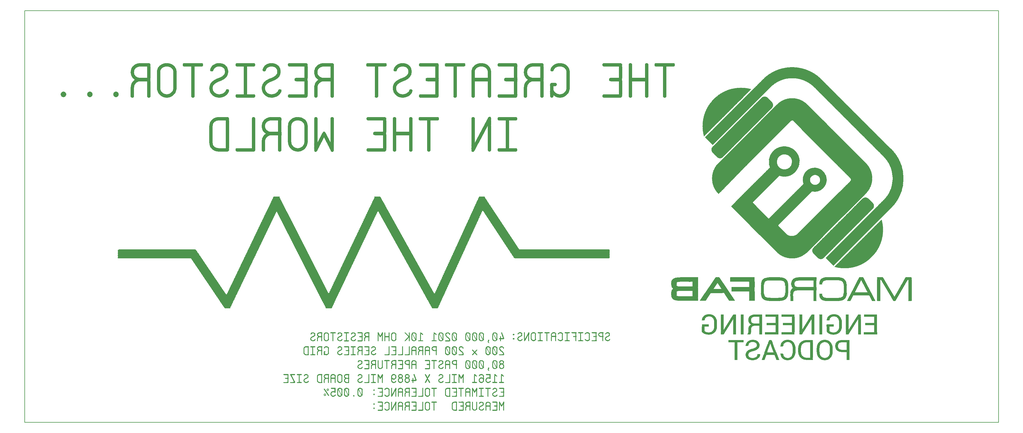
<source format=gbo>
G04 This is an RS-274x file exported by *
G04 gerbv version 2.6A *
G04 More information is available about gerbv at *
G04 http://gerbv.geda-project.org/ *
G04 --End of header info--*
%MOIN*%
%FSLAX34Y34*%
%IPPOS*%
G04 --Define apertures--*
%ADD10C,0.0060*%
%ADD11R,0.0500X0.0017*%
%ADD12R,0.0017X0.0017*%
%ADD13R,0.0050X0.0017*%
%ADD14R,0.0250X0.0017*%
%ADD15R,0.0566X0.0017*%
%ADD16R,0.0217X0.0017*%
%ADD17R,0.0083X0.0017*%
%ADD18R,0.0066X0.0017*%
%ADD19R,0.0200X0.0017*%
%ADD20R,0.0400X0.0017*%
%ADD21R,0.0600X0.0017*%
%ADD22R,0.0283X0.0017*%
%ADD23R,0.0100X0.0017*%
%ADD24R,0.0266X0.0017*%
%ADD25R,0.0450X0.0017*%
%ADD26R,0.0350X0.0017*%
%ADD27R,0.0334X0.0017*%
%ADD28R,0.0483X0.0017*%
%ADD29R,0.0600X0.0017*%
%ADD30R,0.0383X0.0017*%
%ADD31R,0.0117X0.0017*%
%ADD32R,0.0100X0.0017*%
%ADD33R,0.0366X0.0017*%
%ADD34R,0.0500X0.0017*%
%ADD35R,0.0583X0.0017*%
%ADD36R,0.0117X0.0017*%
%ADD37R,0.0400X0.0017*%
%ADD38R,0.0517X0.0017*%
%ADD39R,0.0200X0.0017*%
%ADD40R,0.0133X0.0017*%
%ADD41R,0.0434X0.0017*%
%ADD42R,0.0233X0.0017*%
%ADD43R,0.0150X0.0017*%
%ADD44R,0.0167X0.0017*%
%ADD45R,0.0150X0.0017*%
%ADD46R,0.0134X0.0017*%
%ADD47R,0.0167X0.0017*%
%ADD48R,0.0116X0.0017*%
%ADD49R,0.0133X0.0017*%
%ADD50R,0.0116X0.0017*%
%ADD51R,0.0183X0.0017*%
%ADD52R,0.0066X0.0017*%
%ADD53R,0.0134X0.0017*%
%ADD54R,0.0083X0.0017*%
%ADD55R,0.0166X0.0017*%
%ADD56R,0.0217X0.0017*%
%ADD57R,0.0034X0.0017*%
%ADD58R,0.0166X0.0017*%
%ADD59R,0.0184X0.0017*%
%ADD60R,0.0234X0.0017*%
%ADD61R,0.0233X0.0017*%
%ADD62R,0.0383X0.0017*%
%ADD63R,0.0016X0.0017*%
%ADD64R,0.0084X0.0017*%
%ADD65R,0.0084X0.0017*%
%ADD66R,0.0183X0.0017*%
%ADD67R,0.0550X0.0017*%
%ADD68R,0.0466X0.0017*%
%ADD69R,0.0533X0.0017*%
%ADD70R,0.0534X0.0017*%
%ADD71R,0.0583X0.0017*%
%ADD72R,0.0450X0.0017*%
%ADD73R,0.0434X0.0017*%
%ADD74R,0.0517X0.0017*%
%ADD75R,0.0417X0.0017*%
%ADD76R,0.0634X0.0017*%
%ADD77R,0.0366X0.0017*%
%ADD78R,0.0283X0.0017*%
%ADD79R,0.0300X0.0017*%
%ADD80R,0.0634X0.0017*%
%ADD81R,0.0566X0.0017*%
%ADD82R,0.0417X0.0017*%
%ADD83R,0.0300X0.0017*%
%ADD84R,0.0216X0.0017*%
%ADD85R,0.0067X0.0017*%
%ADD86R,0.0067X0.0017*%
%ADD87R,0.0216X0.0017*%
%ADD88R,0.0433X0.0017*%
%ADD89R,0.0184X0.0017*%
%ADD90R,0.0533X0.0017*%
%ADD91R,0.0534X0.0017*%
%ADD92R,0.0266X0.0017*%
%ADD93R,0.0467X0.0017*%
%ADD94R,0.0250X0.0017*%
%ADD95R,0.0483X0.0017*%
%ADD96R,0.0466X0.0017*%
%ADD97R,0.0433X0.0017*%
%ADD98R,0.0234X0.0017*%
%ADD99R,0.0550X0.0017*%
%ADD100R,0.0317X0.0017*%
%ADD101R,0.0316X0.0017*%
%ADD102R,0.0633X0.0017*%
%ADD103R,0.0850X0.0017*%
%ADD104R,0.0750X0.0017*%
%ADD105R,0.0700X0.0017*%
%ADD106R,0.0966X0.0017*%
%ADD107R,0.0717X0.0017*%
%ADD108R,0.0316X0.0017*%
%ADD109R,0.0850X0.0017*%
%ADD110R,0.0317X0.0017*%
%ADD111R,0.0333X0.0017*%
%ADD112R,0.0783X0.0017*%
%ADD113R,0.1050X0.0017*%
%ADD114R,0.0917X0.0017*%
%ADD115R,0.1100X0.0017*%
%ADD116R,0.0983X0.0017*%
%ADD117R,0.0333X0.0017*%
%ADD118R,0.1150X0.0017*%
%ADD119R,0.0966X0.0017*%
%ADD120R,0.1183X0.0017*%
%ADD121R,0.0983X0.0017*%
%ADD122R,0.1117X0.0017*%
%ADD123R,0.1017X0.0017*%
%ADD124R,0.1216X0.0017*%
%ADD125R,0.1066X0.0017*%
%ADD126R,0.1250X0.0017*%
%ADD127R,0.1083X0.0017*%
%ADD128R,0.1217X0.0017*%
%ADD129R,0.1100X0.0017*%
%ADD130R,0.1283X0.0017*%
%ADD131R,0.1117X0.0017*%
%ADD132R,0.1300X0.0017*%
%ADD133R,0.1166X0.0017*%
%ADD134R,0.1183X0.0017*%
%ADD135R,0.1333X0.0017*%
%ADD136R,0.1200X0.0017*%
%ADD137R,0.1334X0.0017*%
%ADD138R,0.1234X0.0017*%
%ADD139R,0.1350X0.0017*%
%ADD140R,0.1366X0.0017*%
%ADD141R,0.1266X0.0017*%
%ADD142R,0.0567X0.0017*%
%ADD143R,0.0516X0.0017*%
%ADD144R,0.1400X0.0017*%
%ADD145R,0.0617X0.0017*%
%ADD146R,0.0467X0.0017*%
%ADD147R,0.1416X0.0017*%
%ADD148R,0.0416X0.0017*%
%ADD149R,0.0384X0.0017*%
%ADD150R,0.0367X0.0017*%
%ADD151R,0.0350X0.0017*%
%ADD152R,0.0334X0.0017*%
%ADD153R,0.1583X0.0017*%
%ADD154R,0.1583X0.0017*%
%ADD155R,0.1550X0.0017*%
%ADD156R,0.1550X0.0017*%
%ADD157R,0.1517X0.0017*%
%ADD158R,0.1483X0.0017*%
%ADD159R,0.1483X0.0017*%
%ADD160R,0.1450X0.0017*%
%ADD161R,0.1450X0.0017*%
%ADD162R,0.1434X0.0017*%
%ADD163R,0.1417X0.0017*%
%ADD164R,0.1417X0.0017*%
%ADD165R,0.1000X0.0017*%
%ADD166R,0.1116X0.0017*%
%ADD167R,0.1250X0.0017*%
%ADD168R,0.0584X0.0017*%
%ADD169R,0.1283X0.0017*%
%ADD170R,0.1316X0.0017*%
%ADD171R,0.0683X0.0017*%
%ADD172R,0.1383X0.0017*%
%ADD173R,0.0767X0.0017*%
%ADD174R,0.0784X0.0017*%
%ADD175R,0.1433X0.0017*%
%ADD176R,0.0817X0.0017*%
%ADD177R,0.0834X0.0017*%
%ADD178R,0.1466X0.0017*%
%ADD179R,0.1500X0.0017*%
%ADD180R,0.1516X0.0017*%
%ADD181R,0.0567X0.0017*%
%ADD182R,0.0484X0.0017*%
%ADD183R,0.0816X0.0017*%
%ADD184R,0.0416X0.0017*%
%ADD185R,0.0783X0.0017*%
%ADD186R,0.0766X0.0017*%
%ADD187R,0.0733X0.0017*%
%ADD188R,0.0384X0.0017*%
%ADD189R,0.0684X0.0017*%
%ADD190R,0.0284X0.0017*%
%ADD191R,0.0284X0.0017*%
%ADD192R,0.0367X0.0017*%
%ADD193R,0.1816X0.0017*%
%ADD194R,0.0516X0.0017*%
%ADD195R,0.1516X0.0017*%
%ADD196R,0.1816X0.0017*%
%ADD197R,0.1267X0.0017*%
%ADD198R,0.1233X0.0017*%
%ADD199R,0.1217X0.0017*%
%ADD200R,0.1433X0.0017*%
%ADD201R,0.1150X0.0017*%
%ADD202R,0.1134X0.0017*%
%ADD203R,0.1067X0.0017*%
%ADD204R,0.1050X0.0017*%
%ADD205R,0.1034X0.0017*%
%ADD206R,0.1017X0.0017*%
%ADD207R,0.1333X0.0017*%
%ADD208R,0.0267X0.0017*%
%ADD209R,0.0950X0.0017*%
%ADD210R,0.0934X0.0017*%
%ADD211R,0.0883X0.0017*%
%ADD212R,0.0866X0.0017*%
%ADD213R,0.0833X0.0017*%
%ADD214R,0.0800X0.0017*%
%ADD215R,0.1066X0.0017*%
%ADD216R,0.1216X0.0017*%
%ADD217R,0.0734X0.0017*%
%ADD218R,0.0650X0.0017*%
%ADD219R,0.0900X0.0017*%
%ADD220R,0.0033X0.0017*%
%ADD221R,0.0650X0.0017*%
%ADD222R,0.1567X0.0017*%
%ADD223R,0.1567X0.0017*%
%ADD224R,0.0867X0.0017*%
%ADD225R,0.0933X0.0017*%
%ADD226R,0.1000X0.0017*%
%ADD227R,0.1133X0.0017*%
%ADD228R,0.1167X0.0017*%
%ADD229R,0.1317X0.0017*%
%ADD230R,0.1350X0.0017*%
%ADD231R,0.1367X0.0017*%
%ADD232R,0.0633X0.0017*%
%ADD233R,0.1383X0.0017*%
%ADD234R,0.1400X0.0017*%
%ADD235R,0.0484X0.0017*%
%ADD236R,0.0584X0.0017*%
%ADD237R,0.0617X0.0017*%
%ADD238R,0.0616X0.0017*%
%ADD239R,0.0667X0.0017*%
%ADD240R,0.0833X0.0017*%
%ADD241R,0.0834X0.0017*%
%ADD242R,0.1484X0.0017*%
%ADD243R,0.1434X0.0017*%
%ADD244R,0.1384X0.0017*%
%ADD245R,0.1367X0.0017*%
%ADD246R,0.1384X0.0017*%
%ADD247R,0.1284X0.0017*%
%ADD248R,0.1284X0.0017*%
%ADD249R,0.0817X0.0017*%
%ADD250R,0.0616X0.0017*%
%ADD251R,0.1533X0.0017*%
%ADD252R,0.1534X0.0017*%
%ADD253R,0.1484X0.0017*%
%ADD254R,0.1533X0.0017*%
%ADD255R,0.1534X0.0017*%
%ADD256R,0.1084X0.0017*%
%ADD257R,0.1033X0.0017*%
%ADD258R,0.0984X0.0017*%
%ADD259R,0.0916X0.0017*%
%ADD260R,0.0767X0.0017*%
%ADD261R,0.0766X0.0017*%
%ADD262R,0.0666X0.0017*%
%ADD263R,0.0683X0.0017*%
%ADD264R,0.0666X0.0017*%
%ADD265R,0.0700X0.0017*%
%ADD266R,0.0716X0.0017*%
%ADD267R,0.0717X0.0017*%
%ADD268R,0.0733X0.0017*%
%ADD269R,0.0750X0.0017*%
%ADD270R,0.0784X0.0017*%
%ADD271R,0.0800X0.0017*%
%ADD272R,0.0816X0.0017*%
%ADD273R,0.0867X0.0017*%
%ADD274R,0.0883X0.0017*%
%ADD275R,0.0884X0.0017*%
%ADD276R,0.0916X0.0017*%
%ADD277R,0.0967X0.0017*%
%ADD278R,0.0933X0.0017*%
%ADD279R,0.0967X0.0017*%
%ADD280R,0.0984X0.0017*%
%ADD281R,0.1034X0.0017*%
%ADD282R,0.1016X0.0017*%
%ADD283R,0.1033X0.0017*%
%ADD284R,0.1016X0.0017*%
%ADD285R,0.1084X0.0017*%
%ADD286R,0.1134X0.0017*%
%ADD287R,0.1166X0.0017*%
%ADD288R,0.1116X0.0017*%
%ADD289R,0.1133X0.0017*%
%ADD290R,0.1184X0.0017*%
%ADD291R,0.1184X0.0017*%
%ADD292R,0.1267X0.0017*%
%ADD293R,0.1416X0.0017*%
%ADD294R,0.1467X0.0017*%
%ADD295R,0.1467X0.0017*%
%ADD296R,0.1500X0.0017*%
%ADD297R,0.1617X0.0017*%
%ADD298R,0.1633X0.0017*%
%ADD299R,0.1650X0.0017*%
%ADD300R,0.1566X0.0017*%
%ADD301R,0.1733X0.0017*%
%ADD302R,0.1666X0.0017*%
%ADD303R,0.2117X0.0017*%
%ADD304R,0.1933X0.0017*%
%ADD305R,0.1683X0.0017*%
%ADD306R,0.2434X0.0017*%
%ADD307R,0.1850X0.0017*%
%ADD308R,0.2067X0.0017*%
%ADD309R,0.1683X0.0017*%
%ADD310R,0.1584X0.0017*%
%ADD311R,0.2567X0.0017*%
%ADD312R,0.2017X0.0017*%
%ADD313R,0.2217X0.0017*%
%ADD314R,0.1700X0.0017*%
%ADD315R,0.2650X0.0017*%
%ADD316R,0.2134X0.0017*%
%ADD317R,0.2317X0.0017*%
%ADD318R,0.1734X0.0017*%
%ADD319R,0.1600X0.0017*%
%ADD320R,0.1617X0.0017*%
%ADD321R,0.2700X0.0017*%
%ADD322R,0.2200X0.0017*%
%ADD323R,0.2383X0.0017*%
%ADD324R,0.1750X0.0017*%
%ADD325R,0.1616X0.0017*%
%ADD326R,0.2767X0.0017*%
%ADD327R,0.2300X0.0017*%
%ADD328R,0.2466X0.0017*%
%ADD329R,0.1783X0.0017*%
%ADD330R,0.1633X0.0017*%
%ADD331R,0.1667X0.0017*%
%ADD332R,0.2817X0.0017*%
%ADD333R,0.2383X0.0017*%
%ADD334R,0.2534X0.0017*%
%ADD335R,0.1800X0.0017*%
%ADD336R,0.1650X0.0017*%
%ADD337R,0.1700X0.0017*%
%ADD338R,0.2834X0.0017*%
%ADD339R,0.2450X0.0017*%
%ADD340R,0.2600X0.0017*%
%ADD341R,0.1817X0.0017*%
%ADD342R,0.1717X0.0017*%
%ADD343R,0.2884X0.0017*%
%ADD344R,0.2500X0.0017*%
%ADD345R,0.2634X0.0017*%
%ADD346R,0.1850X0.0017*%
%ADD347R,0.2900X0.0017*%
%ADD348R,0.2550X0.0017*%
%ADD349R,0.2683X0.0017*%
%ADD350R,0.1717X0.0017*%
%ADD351R,0.1750X0.0017*%
%ADD352R,0.2934X0.0017*%
%ADD353R,0.2734X0.0017*%
%ADD354R,0.1883X0.0017*%
%ADD355R,0.1767X0.0017*%
%ADD356R,0.2967X0.0017*%
%ADD357R,0.2766X0.0017*%
%ADD358R,0.2984X0.0017*%
%ADD359R,0.2800X0.0017*%
%ADD360R,0.1917X0.0017*%
%ADD361R,0.1767X0.0017*%
%ADD362R,0.1783X0.0017*%
%ADD363R,0.3000X0.0017*%
%ADD364R,0.2717X0.0017*%
%ADD365R,0.1800X0.0017*%
%ADD366R,0.3017X0.0017*%
%ADD367R,0.2750X0.0017*%
%ADD368R,0.2866X0.0017*%
%ADD369R,0.1950X0.0017*%
%ADD370R,0.3034X0.0017*%
%ADD371R,0.2783X0.0017*%
%ADD372R,0.2883X0.0017*%
%ADD373R,0.1984X0.0017*%
%ADD374R,0.1833X0.0017*%
%ADD375R,0.3050X0.0017*%
%ADD376R,0.2817X0.0017*%
%ADD377R,0.2917X0.0017*%
%ADD378R,0.1984X0.0017*%
%ADD379R,0.3067X0.0017*%
%ADD380R,0.2850X0.0017*%
%ADD381R,0.2950X0.0017*%
%ADD382R,0.2000X0.0017*%
%ADD383R,0.1833X0.0017*%
%ADD384R,0.1884X0.0017*%
%ADD385R,0.3084X0.0017*%
%ADD386R,0.2016X0.0017*%
%ADD387R,0.1884X0.0017*%
%ADD388R,0.3084X0.0017*%
%ADD389R,0.2900X0.0017*%
%ADD390R,0.2983X0.0017*%
%ADD391R,0.2033X0.0017*%
%ADD392R,0.1916X0.0017*%
%ADD393R,0.3100X0.0017*%
%ADD394R,0.2050X0.0017*%
%ADD395R,0.2084X0.0017*%
%ADD396R,0.1950X0.0017*%
%ADD397R,0.3117X0.0017*%
%ADD398R,0.0716X0.0017*%
%ADD399R,0.2116X0.0017*%
%ADD400R,0.1967X0.0017*%
%ADD401R,0.3134X0.0017*%
%ADD402R,0.2133X0.0017*%
%ADD403R,0.2150X0.0017*%
%ADD404R,0.1967X0.0017*%
%ADD405R,0.2000X0.0017*%
%ADD406R,0.3150X0.0017*%
%ADD407R,0.2167X0.0017*%
%ADD408R,0.3150X0.0017*%
%ADD409R,0.2183X0.0017*%
%ADD410R,0.2016X0.0017*%
%ADD411R,0.2183X0.0017*%
%ADD412R,0.2033X0.0017*%
%ADD413R,0.2067X0.0017*%
%ADD414R,0.3167X0.0017*%
%ADD415R,0.2234X0.0017*%
%ADD416R,0.2250X0.0017*%
%ADD417R,0.2050X0.0017*%
%ADD418R,0.2100X0.0017*%
%ADD419R,0.3167X0.0017*%
%ADD420R,0.0684X0.0017*%
%ADD421R,0.2266X0.0017*%
%ADD422R,0.2066X0.0017*%
%ADD423R,0.2100X0.0017*%
%ADD424R,0.2083X0.0017*%
%ADD425R,0.2334X0.0017*%
%ADD426R,0.2334X0.0017*%
%ADD427R,0.2366X0.0017*%
%ADD428R,0.2150X0.0017*%
%ADD429R,0.2184X0.0017*%
%ADD430R,0.2366X0.0017*%
%ADD431R,0.2167X0.0017*%
%ADD432R,0.2184X0.0017*%
%ADD433R,0.2400X0.0017*%
%ADD434R,0.2200X0.0017*%
%ADD435R,0.2684X0.0017*%
%ADD436R,0.2233X0.0017*%
%ADD437R,0.2667X0.0017*%
%ADD438R,0.2417X0.0017*%
%ADD439R,0.2650X0.0017*%
%ADD440R,0.2467X0.0017*%
%ADD441R,0.2633X0.0017*%
%ADD442R,0.2283X0.0017*%
%ADD443R,0.2616X0.0017*%
%ADD444R,0.2484X0.0017*%
%ADD445R,0.2266X0.0017*%
%ADD446R,0.2283X0.0017*%
%ADD447R,0.2584X0.0017*%
%ADD448R,0.2300X0.0017*%
%ADD449R,0.2350X0.0017*%
%ADD450R,0.2550X0.0017*%
%ADD451R,0.2367X0.0017*%
%ADD452R,0.2533X0.0017*%
%ADD453R,0.2350X0.0017*%
%ADD454R,0.2516X0.0017*%
%ADD455R,0.1266X0.0017*%
%ADD456R,0.2400X0.0017*%
%ADD457R,0.2500X0.0017*%
%ADD458R,0.2417X0.0017*%
%ADD459R,0.2484X0.0017*%
%ADD460R,0.2434X0.0017*%
%ADD461R,0.1167X0.0017*%
%ADD462R,0.2433X0.0017*%
%ADD463R,0.1200X0.0017*%
%ADD464R,0.2083X0.0017*%
%ADD465R,0.2384X0.0017*%
%ADD466R,0.2916X0.0017*%
%ADD467R,0.2384X0.0017*%
%ADD468R,0.2884X0.0017*%
%ADD469R,0.2816X0.0017*%
%ADD470R,0.2816X0.0017*%
%ADD471R,0.2784X0.0017*%
%ADD472R,0.2750X0.0017*%
%ADD473R,0.2716X0.0017*%
%ADD474R,0.2684X0.0017*%
%ADD475R,0.2616X0.0017*%
%ADD476R,0.3134X0.0017*%
%ADD477R,0.3050X0.0017*%
%ADD478R,0.3117X0.0017*%
%ADD479R,0.3033X0.0017*%
%ADD480R,0.3033X0.0017*%
%ADD481R,0.2450X0.0017*%
%ADD482R,0.3016X0.0017*%
%ADD483R,0.2416X0.0017*%
%ADD484R,0.3067X0.0017*%
%ADD485R,0.2416X0.0017*%
%ADD486R,0.2983X0.0017*%
%ADD487R,0.3017X0.0017*%
%ADD488R,0.2966X0.0017*%
%ADD489R,0.3000X0.0017*%
%ADD490R,0.2933X0.0017*%
%ADD491R,0.2967X0.0017*%
%ADD492R,0.2916X0.0017*%
%ADD493R,0.0667X0.0017*%
%ADD494R,0.2850X0.0017*%
%ADD495R,0.3100X0.0017*%
%ADD496R,0.2866X0.0017*%
%ADD497R,0.1316X0.0017*%
%ADD498R,0.2934X0.0017*%
%ADD499R,0.2833X0.0017*%
%ADD500R,0.3034X0.0017*%
%ADD501R,0.2833X0.0017*%
%ADD502R,0.2717X0.0017*%
%ADD503R,0.2666X0.0017*%
%ADD504R,0.2984X0.0017*%
%ADD505R,0.2634X0.0017*%
%ADD506R,0.2783X0.0017*%
%ADD507R,0.2600X0.0017*%
%ADD508R,0.2700X0.0017*%
%ADD509R,0.2733X0.0017*%
%ADD510R,0.2583X0.0017*%
%ADD511R,0.2867X0.0017*%
%ADD512R,0.2834X0.0017*%
%ADD513R,0.2483X0.0017*%
%ADD514R,0.2800X0.0017*%
%ADD515R,0.0734X0.0017*%
%ADD516R,0.2583X0.0017*%
%ADD517R,0.2333X0.0017*%
%ADD518R,0.2250X0.0017*%
%ADD519R,0.1983X0.0017*%
%ADD520R,0.2483X0.0017*%
%ADD521R,0.1600X0.0017*%
%ADD522R,0.2316X0.0017*%
%ADD523R,0.1917X0.0017*%
%ADD524R,0.2134X0.0017*%
%ADD525R,0.1766X0.0017*%
%ADD526R,0.0050X0.0017*%
%ADD527R,0.1684X0.0017*%
%ADD528R,0.2284X0.0017*%
%ADD529R,0.2533X0.0017*%
%ADD530R,0.2733X0.0017*%
%ADD531R,0.2867X0.0017*%
%ADD532R,0.3066X0.0017*%
%ADD533R,0.3083X0.0017*%
%ADD534R,0.3083X0.0017*%
%ADD535R,0.3116X0.0017*%
%ADD536R,0.0917X0.0017*%
%ADD537R,0.3166X0.0017*%
%ADD538R,0.3183X0.0017*%
%ADD539R,0.3200X0.0017*%
%ADD540R,0.3200X0.0017*%
%ADD541R,0.3217X0.0017*%
%ADD542R,0.1317X0.0017*%
%ADD543R,0.3217X0.0017*%
%ADD544R,0.3216X0.0017*%
%ADD545R,0.3233X0.0017*%
%ADD546R,0.3234X0.0017*%
%ADD547R,0.1517X0.0017*%
%ADD548R,0.3233X0.0017*%
%ADD549R,0.9850X0.0017*%
%ADD550R,1.1116X0.0017*%
%ADD551R,0.9917X0.0017*%
%ADD552R,1.1217X0.0017*%
%ADD553R,0.9917X0.0017*%
%ADD554R,1.1317X0.0017*%
%ADD555R,0.1817X0.0017*%
%ADD556R,0.9900X0.0017*%
%ADD557R,1.1334X0.0017*%
%ADD558R,1.1350X0.0017*%
%ADD559R,0.9883X0.0017*%
%ADD560R,1.1367X0.0017*%
%ADD561R,0.9883X0.0017*%
%ADD562R,1.1367X0.0017*%
%ADD563R,0.1834X0.0017*%
%ADD564R,0.9867X0.0017*%
%ADD565R,1.1384X0.0017*%
%ADD566R,0.9850X0.0017*%
%ADD567R,1.1384X0.0017*%
%ADD568R,0.9833X0.0017*%
%ADD569R,1.1400X0.0017*%
%ADD570R,0.9817X0.0017*%
%ADD571R,0.9817X0.0017*%
%ADD572R,1.1417X0.0017*%
%ADD573R,0.9800X0.0017*%
%ADD574R,1.1434X0.0017*%
%ADD575R,1.1450X0.0017*%
%ADD576R,0.9783X0.0017*%
%ADD577R,1.1467X0.0017*%
%ADD578R,0.1067X0.0017*%
%ADD579R,0.9783X0.0017*%
%ADD580R,1.1467X0.0017*%
%ADD581R,0.2267X0.0017*%
%ADD582R,0.9767X0.0017*%
%ADD583R,1.1484X0.0017*%
%ADD584R,0.9750X0.0017*%
%ADD585R,1.1484X0.0017*%
%ADD586R,0.9733X0.0017*%
%ADD587R,1.1500X0.0017*%
%ADD588R,0.9717X0.0017*%
%ADD589R,0.9700X0.0017*%
%ADD590R,1.1517X0.0017*%
%ADD591R,0.2567X0.0017*%
%ADD592R,0.9700X0.0017*%
%ADD593R,1.1534X0.0017*%
%ADD594R,1.1550X0.0017*%
%ADD595R,0.9683X0.0017*%
%ADD596R,1.1567X0.0017*%
%ADD597R,0.9667X0.0017*%
%ADD598R,1.1567X0.0017*%
%ADD599R,1.1584X0.0017*%
%ADD600R,0.9650X0.0017*%
%ADD601R,1.1584X0.0017*%
%ADD602R,0.9633X0.0017*%
%ADD603R,0.9617X0.0017*%
%ADD604R,1.1600X0.0017*%
%ADD605R,0.9600X0.0017*%
%ADD606R,1.1617X0.0017*%
%ADD607R,0.9600X0.0017*%
%ADD608R,1.1634X0.0017*%
%ADD609R,1.1650X0.0017*%
%ADD610R,0.9583X0.0017*%
%ADD611R,1.1667X0.0017*%
%ADD612R,0.1667X0.0017*%
%ADD613R,0.9583X0.0017*%
%ADD614R,1.1667X0.0017*%
%ADD615R,0.9567X0.0017*%
%ADD616R,0.3250X0.0017*%
%ADD617R,0.9533X0.0017*%
%ADD618R,1.1684X0.0017*%
%ADD619R,0.3284X0.0017*%
%ADD620R,0.9517X0.0017*%
%ADD621R,1.1700X0.0017*%
%ADD622R,0.3316X0.0017*%
%ADD623R,0.3367X0.0017*%
%ADD624R,0.9500X0.0017*%
%ADD625R,1.1717X0.0017*%
%ADD626R,0.3400X0.0017*%
%ADD627R,0.9500X0.0017*%
%ADD628R,1.1734X0.0017*%
%ADD629R,0.3450X0.0017*%
%ADD630R,0.9483X0.0017*%
%ADD631R,1.1750X0.0017*%
%ADD632R,0.3484X0.0017*%
%ADD633R,0.1900X0.0017*%
%ADD634R,0.3184X0.0017*%
%ADD635R,0.9483X0.0017*%
%ADD636R,1.1767X0.0017*%
%ADD637R,0.3516X0.0017*%
%ADD638R,0.1934X0.0017*%
%ADD639R,0.3183X0.0017*%
%ADD640R,0.9467X0.0017*%
%ADD641R,1.1767X0.0017*%
%ADD642R,0.3550X0.0017*%
%ADD643R,0.1966X0.0017*%
%ADD644R,0.9450X0.0017*%
%ADD645R,1.1784X0.0017*%
%ADD646R,0.3584X0.0017*%
%ADD647R,0.1983X0.0017*%
%ADD648R,0.9433X0.0017*%
%ADD649R,1.1784X0.0017*%
%ADD650R,0.3616X0.0017*%
%ADD651R,0.9433X0.0017*%
%ADD652R,0.3650X0.0017*%
%ADD653R,0.9417X0.0017*%
%ADD654R,1.1800X0.0017*%
%ADD655R,0.3684X0.0017*%
%ADD656R,0.9400X0.0017*%
%ADD657R,1.1817X0.0017*%
%ADD658R,0.3716X0.0017*%
%ADD659R,0.9400X0.0017*%
%ADD660R,1.1834X0.0017*%
%ADD661R,0.3750X0.0017*%
%ADD662R,0.9383X0.0017*%
%ADD663R,1.1850X0.0017*%
%ADD664R,0.3784X0.0017*%
%ADD665R,0.9383X0.0017*%
%ADD666R,1.1867X0.0017*%
%ADD667R,0.3816X0.0017*%
%ADD668R,0.9367X0.0017*%
%ADD669R,1.1867X0.0017*%
%ADD670R,0.3850X0.0017*%
%ADD671R,0.9350X0.0017*%
%ADD672R,0.3884X0.0017*%
%ADD673R,0.9333X0.0017*%
%ADD674R,1.1884X0.0017*%
%ADD675R,0.3916X0.0017*%
%ADD676R,0.3133X0.0017*%
%ADD677R,0.9317X0.0017*%
%ADD678R,1.1884X0.0017*%
%ADD679R,0.3950X0.0017*%
%ADD680R,1.1900X0.0017*%
%ADD681R,0.3984X0.0017*%
%ADD682R,0.9300X0.0017*%
%ADD683R,1.1917X0.0017*%
%ADD684R,0.4016X0.0017*%
%ADD685R,0.2234X0.0017*%
%ADD686R,0.9300X0.0017*%
%ADD687R,1.1934X0.0017*%
%ADD688R,0.4050X0.0017*%
%ADD689R,0.9283X0.0017*%
%ADD690R,1.1950X0.0017*%
%ADD691R,0.4084X0.0017*%
%ADD692R,0.9267X0.0017*%
%ADD693R,1.1950X0.0017*%
%ADD694R,0.4116X0.0017*%
%ADD695R,0.2284X0.0017*%
%ADD696R,0.9183X0.0017*%
%ADD697R,1.1967X0.0017*%
%ADD698R,0.4150X0.0017*%
%ADD699R,0.9117X0.0017*%
%ADD700R,0.4184X0.0017*%
%ADD701R,0.9050X0.0017*%
%ADD702R,0.4216X0.0017*%
%ADD703R,0.2317X0.0017*%
%ADD704R,0.4250X0.0017*%
%ADD705R,0.4284X0.0017*%
%ADD706R,0.4316X0.0017*%
%ADD707R,0.4350X0.0017*%
%ADD708R,0.4384X0.0017*%
%ADD709R,0.4416X0.0017*%
%ADD710R,0.4450X0.0017*%
%ADD711R,0.4484X0.0017*%
%ADD712R,0.4516X0.0017*%
%ADD713R,0.1234X0.0017*%
%ADD714R,0.4550X0.0017*%
%ADD715R,0.4584X0.0017*%
%ADD716R,0.4616X0.0017*%
%ADD717R,0.4650X0.0017*%
%ADD718R,0.4684X0.0017*%
%ADD719R,0.4716X0.0017*%
%ADD720R,0.4750X0.0017*%
%ADD721R,0.4784X0.0017*%
%ADD722R,0.4816X0.0017*%
%ADD723R,0.2933X0.0017*%
%ADD724R,0.4850X0.0017*%
%ADD725R,0.4884X0.0017*%
%ADD726R,0.2917X0.0017*%
%ADD727R,0.4916X0.0017*%
%ADD728R,0.4950X0.0017*%
%ADD729R,0.4984X0.0017*%
%ADD730R,0.5016X0.0017*%
%ADD731R,0.2883X0.0017*%
%ADD732R,0.5050X0.0017*%
%ADD733R,0.5084X0.0017*%
%ADD734R,0.5116X0.0017*%
%ADD735R,0.5150X0.0017*%
%ADD736R,0.5184X0.0017*%
%ADD737R,0.5216X0.0017*%
%ADD738R,0.5250X0.0017*%
%ADD739R,0.5284X0.0017*%
%ADD740R,0.5316X0.0017*%
%ADD741R,0.5350X0.0017*%
%ADD742R,0.5384X0.0017*%
%ADD743R,0.5416X0.0017*%
%ADD744R,0.2767X0.0017*%
%ADD745R,0.5450X0.0017*%
%ADD746R,0.5484X0.0017*%
%ADD747R,0.5516X0.0017*%
%ADD748R,0.5550X0.0017*%
%ADD749R,0.5584X0.0017*%
%ADD750R,0.2734X0.0017*%
%ADD751R,0.5616X0.0017*%
%ADD752R,0.5650X0.0017*%
%ADD753R,0.5684X0.0017*%
%ADD754R,0.5716X0.0017*%
%ADD755R,0.2683X0.0017*%
%ADD756R,0.5750X0.0017*%
%ADD757R,0.5784X0.0017*%
%ADD758R,0.1233X0.0017*%
%ADD759R,0.5816X0.0017*%
%ADD760R,0.5850X0.0017*%
%ADD761R,0.5884X0.0017*%
%ADD762R,0.5916X0.0017*%
%ADD763R,0.2617X0.0017*%
%ADD764R,0.5950X0.0017*%
%ADD765R,0.5984X0.0017*%
%ADD766R,0.6016X0.0017*%
%ADD767R,0.6050X0.0017*%
%ADD768R,0.6084X0.0017*%
%ADD769R,0.6116X0.0017*%
%ADD770R,0.6150X0.0017*%
%ADD771R,0.6184X0.0017*%
%ADD772R,0.6216X0.0017*%
%ADD773R,0.2517X0.0017*%
%ADD774R,0.6250X0.0017*%
%ADD775R,0.6284X0.0017*%
%ADD776R,0.6316X0.0017*%
%ADD777R,0.6350X0.0017*%
%ADD778R,0.6384X0.0017*%
%ADD779R,0.6416X0.0017*%
%ADD780R,0.6450X0.0017*%
%ADD781R,0.6484X0.0017*%
%ADD782R,0.6516X0.0017*%
%ADD783R,0.6550X0.0017*%
%ADD784R,0.6584X0.0017*%
%ADD785R,0.6616X0.0017*%
%ADD786R,0.6650X0.0017*%
%ADD787R,0.6684X0.0017*%
%ADD788R,0.6716X0.0017*%
%ADD789R,0.2333X0.0017*%
%ADD790R,0.6750X0.0017*%
%ADD791R,0.6784X0.0017*%
%ADD792R,0.6816X0.0017*%
%ADD793R,0.6850X0.0017*%
%ADD794R,0.6884X0.0017*%
%ADD795R,0.6916X0.0017*%
%ADD796R,0.2267X0.0017*%
%ADD797R,0.6950X0.0017*%
%ADD798R,0.6984X0.0017*%
%ADD799R,0.7016X0.0017*%
%ADD800R,0.2217X0.0017*%
%ADD801R,0.7050X0.0017*%
%ADD802R,0.7084X0.0017*%
%ADD803R,0.7116X0.0017*%
%ADD804R,0.7150X0.0017*%
%ADD805R,0.2166X0.0017*%
%ADD806R,0.7184X0.0017*%
%ADD807R,0.7216X0.0017*%
%ADD808R,0.2133X0.0017*%
%ADD809R,0.7250X0.0017*%
%ADD810R,0.7284X0.0017*%
%ADD811R,0.7316X0.0017*%
%ADD812R,0.7350X0.0017*%
%ADD813R,0.7384X0.0017*%
%ADD814R,0.2084X0.0017*%
%ADD815R,0.7416X0.0017*%
%ADD816R,0.3633X0.0017*%
%ADD817R,0.3467X0.0017*%
%ADD818R,0.2034X0.0017*%
%ADD819R,0.3500X0.0017*%
%ADD820R,0.2017X0.0017*%
%ADD821R,0.3350X0.0017*%
%ADD822R,0.3417X0.0017*%
%ADD823R,0.3333X0.0017*%
%ADD824R,0.3317X0.0017*%
%ADD825R,0.3383X0.0017*%
%ADD826R,0.3300X0.0017*%
%ADD827R,0.3350X0.0017*%
%ADD828R,0.1933X0.0017*%
%ADD829R,0.3300X0.0017*%
%ADD830R,0.1883X0.0017*%
%ADD831R,0.1866X0.0017*%
%ADD832R,0.1634X0.0017*%
%ADD833R,0.3333X0.0017*%
%ADD834R,0.3334X0.0017*%
%ADD835R,0.1334X0.0017*%
%ADD836R,0.0950X0.0017*%
%ADD837R,0.0900X0.0017*%
%ADD838R,0.3433X0.0017*%
%ADD839R,0.3483X0.0017*%
%ADD840R,0.3517X0.0017*%
%ADD841R,0.3566X0.0017*%
%ADD842R,0.3600X0.0017*%
%ADD843R,0.3634X0.0017*%
%ADD844R,0.3666X0.0017*%
%ADD845R,0.3700X0.0017*%
%ADD846R,0.3734X0.0017*%
%ADD847R,0.3766X0.0017*%
%ADD848R,0.3800X0.0017*%
%ADD849R,0.3834X0.0017*%
%ADD850R,0.3866X0.0017*%
%ADD851R,0.3900X0.0017*%
%ADD852R,0.3934X0.0017*%
%ADD853R,0.3966X0.0017*%
%ADD854R,0.4000X0.0017*%
%ADD855R,0.4034X0.0017*%
%ADD856R,0.4066X0.0017*%
%ADD857R,0.4100X0.0017*%
%ADD858R,0.4134X0.0017*%
%ADD859R,0.4166X0.0017*%
%ADD860R,0.4200X0.0017*%
%ADD861R,0.4234X0.0017*%
%ADD862R,0.4266X0.0017*%
%ADD863R,0.4300X0.0017*%
%ADD864R,0.4334X0.0017*%
%ADD865R,0.4366X0.0017*%
%ADD866R,0.4400X0.0017*%
%ADD867R,0.4434X0.0017*%
%ADD868R,0.4483X0.0017*%
%ADD869R,0.4500X0.0017*%
%ADD870R,0.4534X0.0017*%
%ADD871R,0.4583X0.0017*%
%ADD872R,0.4600X0.0017*%
%ADD873R,0.4666X0.0017*%
%ADD874R,0.4700X0.0017*%
%ADD875R,0.4766X0.0017*%
%ADD876R,0.4800X0.0017*%
%ADD877R,0.4866X0.0017*%
%ADD878R,0.4900X0.0017*%
%ADD879R,0.3316X0.0017*%
%ADD880R,0.1900X0.0017*%
%ADD881R,0.2367X0.0017*%
%ADD882R,0.1300X0.0017*%
%ADD883R,0.2116X0.0017*%
%ADD884R,0.1867X0.0017*%
%ADD885R,0.1916X0.0017*%
%ADD886R,0.1867X0.0017*%
%ADD887R,0.1784X0.0017*%
%ADD888R,0.2950X0.0017*%
%ADD889R,0.2216X0.0017*%
%ADD890R,0.1834X0.0017*%
%ADD891R,0.2617X0.0017*%
%ADD892R,0.2517X0.0017*%
%ADD893R,0.1616X0.0017*%
%ADD894R,0.1734X0.0017*%
%ADD895R,0.1366X0.0017*%
%ADD896R,0.1733X0.0017*%
%ADD897R,0.1716X0.0017*%
%ADD898R,0.1666X0.0017*%
%ADD899R,0.1083X0.0017*%
%ADD900R,0.0884X0.0017*%
%ADD901R,0.1566X0.0017*%
%ADD902R,0.1466X0.0017*%
%ADD903R,0.3283X0.0017*%
%ADD904R,0.3266X0.0017*%
%ADD905R,0.3267X0.0017*%
%ADD906R,0.3284X0.0017*%
%ADD907R,0.3283X0.0017*%
%ADD908R,0.3266X0.0017*%
%ADD909R,0.3250X0.0017*%
%ADD910R,0.3216X0.0017*%
%ADD911R,0.3133X0.0017*%
%ADD912R,0.2966X0.0017*%
%ADD913R,0.1866X0.0017*%
%ADD914R,0.2784X0.0017*%
%ADD915R,0.2766X0.0017*%
%ADD916R,0.2716X0.0017*%
%ADD917R,0.0866X0.0017*%
%ADD918R,0.2534X0.0017*%
%ADD919R,0.2566X0.0017*%
%ADD920R,0.2566X0.0017*%
%ADD921R,0.2584X0.0017*%
%ADD922R,0.2666X0.0017*%
%ADD923R,0.0934X0.0017*%
%ADD924R,0.3450X0.0017*%
%ADD925R,0.3466X0.0017*%
%ADD926R,0.3016X0.0017*%
%ADD927R,0.3483X0.0017*%
%ADD928R,0.2433X0.0017*%
%ADD929R,0.3066X0.0017*%
%ADD930R,0.3500X0.0017*%
%ADD931R,0.2233X0.0017*%
%ADD932R,0.3534X0.0017*%
%ADD933R,0.3267X0.0017*%
%ADD934R,0.3366X0.0017*%
%ADD935R,0.3384X0.0017*%
%ADD936R,0.3400X0.0017*%
%ADD937R,0.3416X0.0017*%
%ADD938R,0.3434X0.0017*%
%ADD939R,0.3433X0.0017*%
%ADD940R,0.3533X0.0017*%
%ADD941R,0.3533X0.0017*%
%ADD942R,0.3550X0.0017*%
%ADD943R,0.3567X0.0017*%
%ADD944R,0.3583X0.0017*%
%ADD945R,0.3583X0.0017*%
%ADD946R,0.3600X0.0017*%
%ADD947R,0.3617X0.0017*%
%ADD948R,0.3633X0.0017*%
%ADD949R,0.1716X0.0017*%
%ADD950R,0.1766X0.0017*%
%ADD951R,0.2117X0.0017*%
%ADD952R,0.1784X0.0017*%
%ADD953R,0.1966X0.0017*%
%ADD954R,0.2316X0.0017*%
%ADD955R,0.1934X0.0017*%
%ADD956R,0.2066X0.0017*%
%ADD957R,0.1634X0.0017*%
%ADD958R,0.2034X0.0017*%
%ADD959R,0.0267X0.0017*%
%ADD960R,0.0033X0.0017*%
%ADD961R,0.3617X0.0017*%
%ADD962R,0.3616X0.0017*%
%ADD963R,0.3567X0.0017*%
%ADD964R,0.3667X0.0017*%
%ADD965R,0.7333X0.0017*%
%ADD966R,0.7300X0.0017*%
%ADD967R,0.7267X0.0017*%
%ADD968R,0.7233X0.0017*%
%ADD969R,0.7200X0.0017*%
%ADD970R,0.7167X0.0017*%
%ADD971R,0.7133X0.0017*%
%ADD972R,0.7100X0.0017*%
%ADD973R,0.7067X0.0017*%
%ADD974R,0.7033X0.0017*%
%ADD975R,0.7000X0.0017*%
%ADD976R,0.6967X0.0017*%
%ADD977R,0.6933X0.0017*%
%ADD978R,0.6900X0.0017*%
%ADD979R,0.6867X0.0017*%
%ADD980R,0.2216X0.0017*%
%ADD981R,0.6833X0.0017*%
%ADD982R,0.6800X0.0017*%
%ADD983R,0.6767X0.0017*%
%ADD984R,0.6733X0.0017*%
%ADD985R,0.6700X0.0017*%
%ADD986R,0.6633X0.0017*%
%ADD987R,0.6600X0.0017*%
%ADD988R,0.6567X0.0017*%
%ADD989R,0.6533X0.0017*%
%ADD990R,0.6500X0.0017*%
%ADD991R,0.6467X0.0017*%
%ADD992R,0.6433X0.0017*%
%ADD993R,0.6400X0.0017*%
%ADD994R,0.6367X0.0017*%
%ADD995R,0.6333X0.0017*%
%ADD996R,0.6300X0.0017*%
%ADD997R,0.6267X0.0017*%
%ADD998R,0.6233X0.0017*%
%ADD999R,0.6200X0.0017*%
%ADD1000R,0.6167X0.0017*%
%ADD1001R,0.6133X0.0017*%
%ADD1002R,0.6100X0.0017*%
%ADD1003R,0.6067X0.0017*%
%ADD1004R,0.2516X0.0017*%
%ADD1005R,0.6033X0.0017*%
%ADD1006R,0.6000X0.0017*%
%ADD1007R,0.5967X0.0017*%
%ADD1008R,0.5933X0.0017*%
%ADD1009R,0.5900X0.0017*%
%ADD1010R,0.5867X0.0017*%
%ADD1011R,0.5833X0.0017*%
%ADD1012R,0.5800X0.0017*%
%ADD1013R,0.5767X0.0017*%
%ADD1014R,0.5733X0.0017*%
%ADD1015R,0.5700X0.0017*%
%ADD1016R,0.5667X0.0017*%
%ADD1017R,0.5633X0.0017*%
%ADD1018R,0.5567X0.0017*%
%ADD1019R,0.5533X0.0017*%
%ADD1020R,0.5500X0.0017*%
%ADD1021R,0.5467X0.0017*%
%ADD1022R,0.5433X0.0017*%
%ADD1023R,0.5400X0.0017*%
%ADD1024R,0.5367X0.0017*%
%ADD1025R,0.5333X0.0017*%
%ADD1026R,0.5300X0.0017*%
%ADD1027R,0.5267X0.0017*%
%ADD1028R,0.5233X0.0017*%
%ADD1029R,0.5200X0.0017*%
%ADD1030R,0.5167X0.0017*%
%ADD1031R,0.5133X0.0017*%
%ADD1032R,0.5100X0.0017*%
%ADD1033R,0.5067X0.0017*%
%ADD1034R,0.5033X0.0017*%
%ADD1035R,0.5000X0.0017*%
%ADD1036R,0.4967X0.0017*%
%ADD1037R,0.4933X0.0017*%
%ADD1038R,0.4867X0.0017*%
%ADD1039R,0.4833X0.0017*%
%ADD1040R,0.4767X0.0017*%
%ADD1041R,0.4733X0.0017*%
%ADD1042R,0.4667X0.0017*%
%ADD1043R,0.4633X0.0017*%
%ADD1044R,0.4567X0.0017*%
%ADD1045R,0.4533X0.0017*%
%ADD1046R,0.4467X0.0017*%
%ADD1047R,0.4433X0.0017*%
%ADD1048R,0.4367X0.0017*%
%ADD1049R,0.4333X0.0017*%
%ADD1050R,0.4267X0.0017*%
%ADD1051R,0.4233X0.0017*%
%ADD1052R,0.4167X0.0017*%
%ADD1053R,0.4133X0.0017*%
%ADD1054R,0.4067X0.0017*%
%ADD1055R,0.4033X0.0017*%
%ADD1056R,0.3967X0.0017*%
%ADD1057R,0.3933X0.0017*%
%ADD1058R,0.3867X0.0017*%
%ADD1059R,0.3833X0.0017*%
%ADD1060R,0.3767X0.0017*%
%ADD1061R,0.3116X0.0017*%
%ADD1062R,0.3733X0.0017*%
%ADD1063R,0.3166X0.0017*%
%ADD1064R,0.0017X0.0017*%
%ADD1065R,0.0016X0.0017*%
%ADD1066R,0.1684X0.0017*%
%ADD1067R,0.6634X0.0017*%
%ADD1068R,0.6534X0.0017*%
%ADD1069R,0.6434X0.0017*%
%ADD1070R,0.6400X0.0017*%
%ADD1071R,0.6366X0.0017*%
%ADD1072R,0.6334X0.0017*%
%ADD1073R,0.6300X0.0017*%
%ADD1074R,0.6166X0.0017*%
%ADD1075R,0.6134X0.0017*%
%ADD1076R,0.6066X0.0017*%
%ADD1077R,0.6034X0.0017*%
%ADD1078R,0.5917X0.0017*%
%ADD1079R,0.5866X0.0017*%
%ADD1080R,0.5834X0.0017*%
%ADD1081R,0.5783X0.0017*%
%ADD1082R,0.5734X0.0017*%
%ADD1083R,0.5683X0.0017*%
%ADD1084R,0.5634X0.0017*%
%ADD1085R,0.5583X0.0017*%
%ADD1086R,0.5534X0.0017*%
%ADD1087R,0.5500X0.0017*%
%ADD1088R,0.5466X0.0017*%
%ADD1089R,0.5350X0.0017*%
%ADD1090R,0.5283X0.0017*%
%ADD1091R,0.5234X0.0017*%
%ADD1092R,0.5183X0.0017*%
%ADD1093R,0.5134X0.0017*%
%ADD1094R,0.5083X0.0017*%
%ADD1095R,0.5017X0.0017*%
%ADD1096R,0.4966X0.0017*%
%ADD1097R,0.4834X0.0017*%
%ADD1098R,0.4734X0.0017*%
%ADD1099R,0.4466X0.0017*%
%ADD1100R,0.3834X0.0017*%
%ADD1101R,0.3766X0.0017*%
%ADD1102R,0.3683X0.0017*%
%ADD1103R,0.3334X0.0017*%
%ADD1104R,0.1584X0.0017*%
%ADD1105C,0.0000*%
G04 --Start main section--*
G54D10*
G01X0000130Y0000130D02*
G01X0000130Y0049020D01*
G01X0000130Y0049020D02*
G01X0115740Y0049020D01*
G01X0115740Y0049020D02*
G01X0115740Y0000130D01*
G01X0115740Y0000130D02*
G01X0000130Y0000130D01*
G54D11*
G01X0031155Y0004797D03*
G01X0031955Y0004797D03*
G01X0032755Y0004797D03*
G01X0032755Y0005747D03*
G01X0031955Y0005847D03*
G01X0031155Y0005847D03*
G01X0034355Y0008097D03*
G01X0033605Y0008163D03*
G01X0034355Y0009047D03*
G01X0034355Y0009147D03*
G01X0035205Y0008663D03*
G01X0035205Y0008613D03*
G01X0038355Y0008097D03*
G01X0039155Y0008097D03*
G01X0040005Y0008613D03*
G01X0040005Y0008663D03*
G01X0040755Y0009147D03*
G01X0039955Y0009747D03*
G01X0040805Y0010263D03*
G01X0040805Y0010313D03*
G01X0039955Y0010797D03*
G01X0038355Y0010797D03*
G01X0038355Y0010697D03*
G01X0038355Y0009747D03*
G01X0038355Y0009147D03*
G01X0039155Y0009047D03*
G01X0040755Y0008097D03*
G01X0040755Y0007497D03*
G01X0041605Y0007013D03*
G01X0041605Y0006963D03*
G01X0040755Y0006447D03*
G01X0041555Y0005847D03*
G01X0041555Y0005747D03*
G01X0041555Y0004797D03*
G01X0040755Y0004797D03*
G01X0042355Y0004213D03*
G01X0045605Y0004147D03*
G01X0046355Y0004213D03*
G01X0046355Y0005047D03*
G01X0044755Y0006447D03*
G01X0044005Y0006963D03*
G01X0044005Y0007013D03*
G01X0044755Y0007497D03*
G01X0044755Y0008097D03*
G01X0043955Y0008097D03*
G01X0043155Y0008097D03*
G01X0045555Y0008097D03*
G01X0045605Y0007013D03*
G01X0047955Y0007497D03*
G01X0047955Y0006447D03*
G01X0050355Y0004797D03*
G01X0051155Y0004797D03*
G01X0051155Y0004213D03*
G01X0050405Y0004147D03*
G01X0051155Y0003163D03*
G01X0051205Y0002497D03*
G01X0051955Y0001513D03*
G01X0052805Y0002497D03*
G01X0054355Y0003163D03*
G01X0055955Y0002563D03*
G01X0056755Y0003163D03*
G01X0054355Y0004113D03*
G01X0054355Y0004213D03*
G01X0053555Y0004897D03*
G01X0054405Y0005363D03*
G01X0055188Y0005363D03*
G01X0055188Y0005747D03*
G01X0055955Y0004897D03*
G01X0056755Y0004897D03*
G01X0056755Y0004213D03*
G01X0051155Y0005747D03*
G01X0051155Y0005847D03*
G01X0051205Y0007013D03*
G01X0051955Y0008097D03*
G01X0048805Y0008663D03*
G01X0047205Y0008663D03*
G01X0047205Y0008613D03*
G01X0047155Y0009847D03*
G01X0048755Y0009847D03*
G01X0050355Y0009747D03*
G01X0056755Y0009997D03*
G01X0056755Y0008097D03*
G01X0061338Y0009763D03*
G01X0061338Y0010713D03*
G01X0061338Y0010813D03*
G01X0064538Y0010713D03*
G01X0065338Y0010813D03*
G01X0066138Y0010813D03*
G01X0066138Y0010713D03*
G01X0067738Y0010813D03*
G01X0068588Y0010747D03*
G01X0067738Y0009763D03*
G01X0066138Y0009763D03*
G01X0064538Y0009763D03*
G01X0081788Y0010813D03*
G01X0083038Y0010847D03*
G01X0083038Y0010863D03*
G01X0086155Y0009647D03*
G01X0086972Y0009647D03*
G01X0086088Y0008497D03*
G01X0091105Y0009647D03*
G01X0092488Y0009597D03*
G01X0097872Y0010863D03*
G01X0099138Y0012613D03*
G01X0094788Y0014947D03*
G01X0091305Y0015713D03*
G01X0094788Y0016913D03*
G01X0099438Y0017297D03*
G01X0099438Y0017313D03*
G01X0093622Y0012613D03*
G01X0087888Y0016897D03*
G01X0082522Y0027497D03*
G01X0090338Y0029313D03*
G01X0093922Y0030313D03*
G01X0087972Y0038713D03*
G01X0064438Y0039263D03*
G01X0062755Y0039397D03*
G01X0062755Y0039413D03*
G01X0062905Y0040413D03*
G01X0059788Y0040413D03*
G01X0059772Y0040397D03*
G01X0059772Y0042197D03*
G01X0062888Y0042213D03*
G01X0064455Y0042197D03*
G01X0055122Y0042197D03*
G01X0053555Y0042197D03*
G01X0045705Y0041263D03*
G01X0045688Y0041247D03*
G01X0044272Y0042213D03*
G01X0044222Y0040297D03*
G01X0044222Y0039247D03*
G01X0045855Y0039263D03*
G01X0055255Y0036013D03*
G01X0055255Y0035997D03*
G01X0053422Y0032613D03*
G01X0036588Y0032647D03*
G01X0034755Y0032647D03*
G01X0033322Y0032847D03*
G01X0031805Y0032847D03*
G01X0031788Y0032863D03*
G01X0028638Y0034797D03*
G01X0031772Y0035797D03*
G01X0035672Y0034363D03*
G01X0035672Y0034347D03*
G01X0030288Y0039263D03*
G01X0028672Y0039247D03*
G01X0028638Y0040263D03*
G01X0028672Y0040297D03*
G01X0030172Y0042213D03*
G01X0034888Y0042197D03*
G01X0034905Y0040413D03*
G01X0034888Y0040397D03*
G01X0024072Y0039263D03*
G01X0024055Y0039247D03*
G01X0022455Y0039247D03*
G01X0022438Y0039263D03*
G01X0017772Y0039263D03*
G01X0016238Y0039263D03*
G01X0013122Y0040413D03*
G01X0013105Y0040397D03*
G01X0013105Y0042197D03*
G01X0016222Y0042197D03*
G01X0017788Y0042197D03*
G01X0023922Y0041263D03*
G01X0022438Y0035797D03*
G01X0022438Y0032813D03*
G01X0004755Y0038847D03*
G01X0004755Y0039247D03*
G01X0035205Y0010313D03*
G01X0035205Y0010263D03*
G01X0043955Y0009147D03*
G01X0038405Y0005363D03*
G01X0038405Y0005313D03*
G01X0036005Y0005313D03*
G01X0036005Y0005363D03*
G01X0035205Y0004863D03*
G01X0036788Y0004113D03*
G01X0042355Y0003163D03*
G01X0042355Y0002563D03*
G01X0042355Y0001513D03*
G01X0045605Y0002497D03*
G01X0046355Y0002563D03*
G01X0046355Y0003163D03*
G01X0047155Y0003163D03*
G01X0047155Y0001513D03*
G01X0046355Y0001513D03*
G01X0055955Y0001513D03*
G54D12*
G01X0052213Y0002597D03*
G01X0051713Y0002563D03*
G01X0054114Y0005597D03*
G01X0044197Y0005047D03*
G01X0043946Y0004797D03*
G01X0042913Y0003963D03*
G01X0043146Y0003163D03*
G01X0042913Y0002313D03*
G01X0043146Y0001513D03*
G01X0032514Y0005847D03*
G01X0038914Y0009147D03*
G01X0058713Y0010563D03*
G01X0063496Y0010563D03*
G01X0066697Y0010563D03*
G01X0069114Y0010563D03*
G01X0094614Y0019497D03*
G01X0094664Y0019497D03*
G01X0081814Y0033063D03*
G01X0084064Y0039697D03*
G54D13*
G01X0080797Y0034113D03*
G01X0101847Y0024147D03*
G01X0096147Y0018747D03*
G01X0059997Y0010813D03*
G01X0059480Y0009763D03*
G01X0056980Y0008863D03*
G01X0052180Y0008863D03*
G01X0050580Y0010513D03*
G01X0048963Y0010513D03*
G01X0047363Y0010513D03*
G01X0042613Y0010797D03*
G01X0042097Y0010797D03*
G01X0042097Y0005847D03*
G01X0042613Y0005847D03*
G01X0044213Y0004213D03*
G01X0043697Y0003163D03*
G01X0044213Y0002563D03*
G01X0043697Y0001513D03*
G01X0035780Y0003263D03*
G01X0051697Y0005847D03*
G01X0052213Y0005847D03*
G01X0053763Y0005563D03*
G01X0053813Y0004213D03*
G01X0053297Y0004213D03*
G01X0056163Y0005563D03*
G01X0056963Y0005563D03*
G01X0057013Y0002563D03*
G01X0056497Y0002563D03*
G54D14*
G01X0056763Y0002163D03*
G01X0054330Y0002047D03*
G01X0052880Y0002563D03*
G01X0051280Y0002563D03*
G01X0050480Y0003163D03*
G01X0053563Y0003813D03*
G01X0052097Y0004213D03*
G01X0050480Y0004213D03*
G01X0051963Y0005447D03*
G01X0055313Y0005347D03*
G01X0055930Y0003697D03*
G01X0051280Y0001513D03*
G01X0045680Y0002563D03*
G01X0045680Y0004213D03*
G01X0042363Y0005447D03*
G01X0041680Y0007497D03*
G01X0044080Y0007497D03*
G01X0045680Y0007497D03*
G01X0051280Y0007497D03*
G01X0045730Y0010213D03*
G01X0042363Y0010397D03*
G01X0040880Y0010797D03*
G01X0035280Y0010797D03*
G01X0033680Y0008097D03*
G01X0035280Y0005847D03*
G01X0036080Y0005847D03*
G01X0035280Y0004797D03*
G01X0036913Y0003713D03*
G01X0038480Y0004797D03*
G01X0038480Y0005847D03*
G01X0032113Y0004897D03*
G01X0058913Y0010297D03*
G01X0068663Y0010813D03*
G01X0069313Y0010297D03*
G01X0096147Y0018847D03*
G01X0103380Y0014547D03*
G01X0082513Y0027363D03*
G01X0080847Y0034263D03*
G01X0076113Y0038697D03*
G01X0063680Y0042747D03*
G01X0062747Y0041813D03*
G01X0044130Y0041813D03*
G01X0029447Y0042747D03*
G01X0023230Y0042747D03*
G01X0022347Y0041813D03*
G54D15*
G01X0030105Y0042280D03*
G01X0030205Y0039180D03*
G01X0044305Y0040380D03*
G01X0036555Y0032780D03*
G01X0080955Y0034530D03*
G01X0090355Y0016930D03*
G01X0097905Y0010980D03*
G01X0088655Y0009480D03*
G01X0056755Y0004880D03*
G01X0055955Y0004880D03*
G01X0054355Y0004130D03*
G01X0054355Y0003180D03*
G01X0056755Y0003180D03*
G01X0055955Y0001530D03*
G01X0051955Y0001530D03*
G01X0051155Y0003180D03*
G01X0047155Y0003180D03*
G01X0046355Y0003180D03*
G01X0046355Y0001530D03*
G01X0047155Y0001530D03*
G01X0042355Y0001530D03*
G01X0042355Y0003180D03*
G01X0041555Y0004880D03*
G01X0041555Y0005830D03*
G01X0040755Y0007480D03*
G01X0039155Y0008180D03*
G01X0039155Y0009130D03*
G01X0038355Y0009130D03*
G01X0038355Y0009830D03*
G01X0038355Y0010780D03*
G01X0039955Y0010780D03*
G01X0040755Y0009130D03*
G01X0043955Y0009130D03*
G01X0044755Y0007480D03*
G01X0047955Y0007480D03*
G01X0051155Y0005830D03*
G01X0051155Y0004880D03*
G01X0053555Y0004880D03*
G01X0048755Y0009830D03*
G01X0047155Y0009830D03*
G01X0034355Y0009130D03*
G01X0034355Y0008180D03*
G01X0032755Y0005830D03*
G01X0031955Y0005830D03*
G01X0031155Y0005830D03*
G01X0031955Y0004880D03*
G01X0032755Y0004880D03*
G54D16*
G01X0033614Y0005380D03*
G01X0040013Y0005380D03*
G01X0042163Y0005580D03*
G01X0042547Y0005580D03*
G01X0040013Y0007030D03*
G01X0041614Y0008680D03*
G01X0042163Y0010530D03*
G01X0042547Y0010530D03*
G01X0039214Y0010330D03*
G01X0037614Y0010330D03*
G01X0037614Y0008680D03*
G01X0034414Y0010330D03*
G01X0049613Y0007030D03*
G01X0049613Y0005380D03*
G01X0051763Y0005580D03*
G01X0052147Y0005580D03*
G01X0054547Y0005330D03*
G01X0053564Y0003780D03*
G01X0055897Y0003680D03*
G01X0056763Y0002130D03*
G01X0054297Y0002030D03*
G01X0043763Y0001780D03*
G01X0043146Y0001530D03*
G01X0043146Y0003180D03*
G01X0043763Y0003430D03*
G01X0059547Y0010030D03*
G01X0096146Y0018830D03*
G01X0053363Y0036330D03*
G01X0036647Y0036330D03*
G01X0034697Y0036330D03*
G01X0027314Y0036330D03*
G54D17*
G01X0080796Y0034130D03*
G01X0082514Y0027280D03*
G01X0056763Y0010780D03*
G01X0055897Y0010380D03*
G01X0055847Y0010480D03*
G01X0055813Y0010530D03*
G01X0055947Y0010280D03*
G01X0054346Y0010280D03*
G01X0054297Y0010380D03*
G01X0054247Y0010480D03*
G01X0054213Y0010530D03*
G01X0053546Y0010280D03*
G01X0053496Y0010380D03*
G01X0053447Y0010480D03*
G01X0053413Y0010530D03*
G01X0052746Y0010280D03*
G01X0052696Y0010380D03*
G01X0052646Y0010480D03*
G01X0052613Y0010530D03*
G01X0051146Y0010280D03*
G01X0051096Y0010380D03*
G01X0051046Y0010480D03*
G01X0051014Y0010530D03*
G01X0049547Y0010280D03*
G01X0049496Y0010380D03*
G01X0049446Y0010480D03*
G01X0049414Y0010530D03*
G01X0048964Y0010530D03*
G01X0047364Y0010530D03*
G01X0046347Y0010280D03*
G01X0046297Y0010380D03*
G01X0046247Y0010480D03*
G01X0046213Y0010530D03*
G01X0042613Y0010780D03*
G01X0042097Y0010780D03*
G01X0039414Y0009980D03*
G01X0037814Y0009980D03*
G01X0037814Y0008330D03*
G01X0040214Y0006680D03*
G01X0042097Y0005830D03*
G01X0042613Y0005830D03*
G01X0044197Y0005030D03*
G01X0046363Y0005830D03*
G01X0049814Y0005030D03*
G01X0051697Y0005830D03*
G01X0052213Y0005830D03*
G01X0053763Y0005580D03*
G01X0056164Y0005580D03*
G01X0056964Y0005580D03*
G01X0055947Y0006980D03*
G01X0055897Y0007080D03*
G01X0055847Y0007180D03*
G01X0055813Y0007230D03*
G01X0054346Y0006980D03*
G01X0054297Y0007080D03*
G01X0054247Y0007180D03*
G01X0054213Y0007230D03*
G01X0053546Y0006980D03*
G01X0053496Y0007080D03*
G01X0053447Y0007180D03*
G01X0053413Y0007230D03*
G01X0052746Y0006980D03*
G01X0052696Y0007080D03*
G01X0052646Y0007180D03*
G01X0052613Y0007230D03*
G01X0051146Y0008630D03*
G01X0051096Y0008730D03*
G01X0051046Y0008830D03*
G01X0051014Y0008880D03*
G01X0050347Y0008630D03*
G01X0050296Y0008730D03*
G01X0050246Y0008830D03*
G01X0050214Y0008880D03*
G01X0049814Y0006680D03*
G01X0055013Y0008880D03*
G01X0055047Y0008830D03*
G01X0055097Y0008730D03*
G01X0055146Y0008630D03*
G01X0055813Y0008880D03*
G01X0055847Y0008830D03*
G01X0055897Y0008730D03*
G01X0055947Y0008630D03*
G01X0058713Y0010580D03*
G01X0069114Y0010580D03*
G01X0043697Y0003180D03*
G01X0043697Y0001530D03*
G01X0040097Y0003430D03*
G01X0040063Y0003480D03*
G01X0040013Y0003580D03*
G01X0039964Y0003680D03*
G01X0038497Y0003430D03*
G01X0038464Y0003480D03*
G01X0038414Y0003580D03*
G01X0038364Y0003680D03*
G01X0037697Y0003430D03*
G01X0037664Y0003480D03*
G01X0037614Y0003580D03*
G01X0037564Y0003680D03*
G01X0036197Y0003930D03*
G01X0036214Y0004030D03*
G01X0036047Y0003930D03*
G01X0033814Y0005030D03*
G01X0040214Y0005030D03*
G01X0041813Y0008330D03*
G01X0034614Y0009980D03*
G54D18*
G01X0042105Y0007480D03*
G01X0042605Y0007480D03*
G01X0043405Y0009130D03*
G01X0045005Y0009130D03*
G01X0045805Y0009130D03*
G01X0046455Y0010080D03*
G01X0046405Y0010180D03*
G01X0045805Y0010780D03*
G01X0045305Y0010780D03*
G01X0043405Y0010780D03*
G01X0042905Y0010780D03*
G01X0042355Y0010230D03*
G01X0047155Y0010780D03*
G01X0048755Y0010780D03*
G01X0049605Y0010180D03*
G01X0049655Y0010080D03*
G01X0051205Y0010180D03*
G01X0051255Y0010080D03*
G01X0052805Y0010180D03*
G01X0052855Y0010080D03*
G01X0053605Y0010180D03*
G01X0053655Y0010080D03*
G01X0054405Y0010180D03*
G01X0054455Y0010080D03*
G01X0056005Y0010180D03*
G01X0056055Y0010080D03*
G01X0056655Y0010330D03*
G01X0053805Y0008730D03*
G01X0053305Y0008730D03*
G01X0055205Y0008530D03*
G01X0055255Y0008430D03*
G01X0056005Y0008530D03*
G01X0056055Y0008430D03*
G01X0056005Y0006880D03*
G01X0056055Y0006780D03*
G01X0054455Y0006780D03*
G01X0054405Y0006880D03*
G01X0053655Y0006780D03*
G01X0053605Y0006880D03*
G01X0052855Y0006780D03*
G01X0052805Y0006880D03*
G01X0053555Y0005830D03*
G01X0051955Y0005280D03*
G01X0050605Y0005830D03*
G01X0048205Y0005830D03*
G01X0047705Y0005830D03*
G01X0046255Y0005380D03*
G01X0042905Y0003980D03*
G01X0044205Y0003180D03*
G01X0044505Y0003180D03*
G01X0045005Y0003180D03*
G01X0045305Y0003180D03*
G01X0045805Y0003180D03*
G01X0048755Y0003180D03*
G01X0048755Y0001530D03*
G01X0045805Y0001530D03*
G01X0045305Y0001530D03*
G01X0045005Y0001530D03*
G01X0044505Y0001530D03*
G01X0044205Y0001530D03*
G01X0042905Y0002330D03*
G01X0039905Y0003780D03*
G01X0039855Y0003880D03*
G01X0038305Y0003780D03*
G01X0038255Y0003880D03*
G01X0037505Y0003780D03*
G01X0037455Y0003880D03*
G01X0036205Y0003280D03*
G01X0041005Y0005830D03*
G01X0042355Y0005280D03*
G01X0050405Y0008530D03*
G01X0050455Y0008430D03*
G01X0051205Y0008530D03*
G01X0051255Y0008430D03*
G01X0055955Y0005830D03*
G01X0056755Y0005830D03*
G01X0055405Y0005030D03*
G01X0055155Y0003180D03*
G01X0053805Y0003180D03*
G01X0053305Y0003180D03*
G01X0053005Y0003180D03*
G01X0052505Y0003180D03*
G01X0051955Y0003180D03*
G01X0052505Y0001530D03*
G01X0053005Y0001530D03*
G01X0054905Y0001530D03*
G01X0055405Y0001530D03*
G01X0056505Y0001530D03*
G01X0057005Y0001530D03*
G54D19*
G01X0056955Y0002330D03*
G01X0056555Y0002330D03*
G01X0055955Y0003180D03*
G01X0053755Y0003980D03*
G01X0053355Y0003980D03*
G01X0054355Y0005430D03*
G01X0054355Y0005830D03*
G01X0053605Y0005730D03*
G01X0052155Y0005630D03*
G01X0051755Y0005630D03*
G01X0049555Y0005830D03*
G01X0047955Y0005230D03*
G01X0045555Y0005830D03*
G01X0044755Y0005830D03*
G01X0043955Y0005830D03*
G01X0042555Y0005630D03*
G01X0042155Y0005630D03*
G01X0039955Y0005830D03*
G01X0037555Y0005830D03*
G01X0036755Y0005830D03*
G01X0033555Y0005830D03*
G01X0035755Y0008480D03*
G01X0035955Y0009130D03*
G01X0037555Y0009130D03*
G01X0039955Y0007480D03*
G01X0041555Y0009130D03*
G01X0042155Y0010580D03*
G01X0042555Y0010580D03*
G01X0043955Y0010780D03*
G01X0045755Y0010330D03*
G01X0046355Y0010780D03*
G01X0047205Y0010680D03*
G01X0048805Y0010680D03*
G01X0049555Y0010780D03*
G01X0050355Y0010780D03*
G01X0051155Y0010780D03*
G01X0052755Y0010780D03*
G01X0053555Y0010780D03*
G01X0054355Y0010780D03*
G01X0055955Y0010780D03*
G01X0058938Y0009780D03*
G01X0059538Y0009980D03*
G01X0059938Y0010580D03*
G01X0060538Y0009780D03*
G01X0056755Y0009130D03*
G01X0055955Y0009130D03*
G01X0055155Y0009130D03*
G01X0053555Y0008380D03*
G01X0051955Y0009130D03*
G01X0051155Y0009130D03*
G01X0050355Y0009130D03*
G01X0050355Y0007480D03*
G01X0049555Y0007480D03*
G01X0047955Y0009130D03*
G01X0046355Y0009130D03*
G01X0046355Y0007480D03*
G01X0052755Y0007480D03*
G01X0053555Y0007480D03*
G01X0054355Y0007480D03*
G01X0055955Y0007480D03*
G01X0056755Y0007480D03*
G01X0056805Y0005730D03*
G01X0056005Y0005730D03*
G01X0047955Y0003180D03*
G01X0047955Y0001530D03*
G01X0044155Y0002330D03*
G01X0043755Y0001730D03*
G01X0043755Y0003380D03*
G01X0044155Y0003980D03*
G01X0039955Y0003180D03*
G01X0038355Y0003180D03*
G01X0037555Y0003180D03*
G01X0036755Y0003180D03*
G01X0053555Y0001530D03*
G01X0054355Y0001530D03*
G01X0069338Y0009780D03*
G01X0039155Y0010780D03*
G01X0037555Y0010780D03*
G01X0035955Y0010780D03*
G01X0034355Y0010780D03*
G01X0082672Y0031480D03*
G01X0080838Y0034230D03*
G01X0101805Y0024030D03*
G01X0035672Y0034580D03*
G54D20*
G01X0035672Y0034430D03*
G01X0036638Y0034430D03*
G01X0036638Y0034480D03*
G01X0036638Y0034530D03*
G01X0036638Y0034580D03*
G01X0036638Y0034630D03*
G01X0036638Y0034680D03*
G01X0036638Y0034730D03*
G01X0036638Y0034780D03*
G01X0036638Y0034830D03*
G01X0036638Y0034880D03*
G01X0036638Y0034380D03*
G01X0036638Y0034330D03*
G01X0036638Y0034280D03*
G01X0036638Y0034230D03*
G01X0036638Y0034180D03*
G01X0036638Y0034130D03*
G01X0036638Y0034080D03*
G01X0036638Y0034030D03*
G01X0036638Y0033980D03*
G01X0036638Y0033930D03*
G01X0036638Y0033880D03*
G01X0036638Y0033830D03*
G01X0036638Y0033780D03*
G01X0036638Y0033730D03*
G01X0036638Y0033680D03*
G01X0036638Y0033630D03*
G01X0036638Y0033580D03*
G01X0036638Y0033530D03*
G01X0036638Y0033480D03*
G01X0036638Y0033430D03*
G01X0036638Y0033380D03*
G01X0036638Y0032430D03*
G01X0034705Y0032430D03*
G01X0033505Y0033230D03*
G01X0033522Y0033280D03*
G01X0034705Y0033380D03*
G01X0034705Y0033430D03*
G01X0031638Y0033130D03*
G01X0031622Y0033180D03*
G01X0031605Y0033230D03*
G01X0031605Y0033280D03*
G01X0031588Y0033380D03*
G01X0031588Y0033430D03*
G01X0031588Y0033480D03*
G01X0031588Y0033530D03*
G01X0031588Y0033580D03*
G01X0031588Y0033630D03*
G01X0031588Y0033680D03*
G01X0031588Y0033730D03*
G01X0031588Y0033780D03*
G01X0031588Y0033830D03*
G01X0031588Y0033880D03*
G01X0031588Y0033930D03*
G01X0031588Y0033980D03*
G01X0031588Y0034030D03*
G01X0031588Y0034080D03*
G01X0031588Y0034130D03*
G01X0031588Y0034180D03*
G01X0031588Y0034230D03*
G01X0031588Y0034280D03*
G01X0031588Y0034330D03*
G01X0031588Y0034380D03*
G01X0031588Y0034430D03*
G01X0031588Y0034480D03*
G01X0031588Y0034530D03*
G01X0031588Y0034580D03*
G01X0031588Y0034630D03*
G01X0031588Y0034680D03*
G01X0031588Y0034730D03*
G01X0031588Y0034780D03*
G01X0031588Y0034830D03*
G01X0031588Y0034880D03*
G01X0031588Y0034930D03*
G01X0031588Y0034980D03*
G01X0031588Y0035030D03*
G01X0031588Y0035080D03*
G01X0031588Y0035130D03*
G01X0031588Y0035180D03*
G01X0031588Y0035230D03*
G01X0031588Y0035280D03*
G01X0031588Y0035330D03*
G01X0031605Y0035480D03*
G01X0031622Y0035530D03*
G01X0030422Y0035530D03*
G01X0030422Y0035580D03*
G01X0030422Y0035630D03*
G01X0030422Y0035680D03*
G01X0030422Y0035730D03*
G01X0030422Y0035780D03*
G01X0030422Y0035830D03*
G01X0030422Y0035880D03*
G01X0030422Y0035930D03*
G01X0030422Y0035480D03*
G01X0030422Y0035430D03*
G01X0030422Y0035380D03*
G01X0030422Y0035330D03*
G01X0030422Y0035280D03*
G01X0030422Y0035230D03*
G01X0030422Y0035180D03*
G01X0030422Y0035130D03*
G01X0030422Y0035080D03*
G01X0030422Y0035030D03*
G01X0030422Y0034980D03*
G01X0030422Y0034930D03*
G01X0030422Y0034880D03*
G01X0030422Y0034830D03*
G01X0030422Y0034780D03*
G01X0030422Y0034730D03*
G01X0030422Y0034680D03*
G01X0030422Y0034630D03*
G01X0030422Y0034180D03*
G01X0030422Y0034130D03*
G01X0030422Y0034080D03*
G01X0030422Y0034030D03*
G01X0030422Y0033980D03*
G01X0030422Y0033930D03*
G01X0030422Y0033880D03*
G01X0030422Y0033830D03*
G01X0030422Y0033780D03*
G01X0030422Y0033730D03*
G01X0030422Y0033680D03*
G01X0030422Y0033630D03*
G01X0030422Y0033580D03*
G01X0030422Y0033530D03*
G01X0030422Y0033480D03*
G01X0030422Y0033430D03*
G01X0030422Y0033380D03*
G01X0030422Y0033330D03*
G01X0030422Y0033280D03*
G01X0030422Y0033230D03*
G01X0030422Y0033180D03*
G01X0030422Y0033130D03*
G01X0030422Y0033080D03*
G01X0030422Y0033030D03*
G01X0030422Y0032980D03*
G01X0030422Y0032930D03*
G01X0030422Y0032880D03*
G01X0030422Y0032830D03*
G01X0030422Y0032780D03*
G01X0030422Y0032730D03*
G01X0030422Y0032680D03*
G01X0030422Y0032630D03*
G01X0030422Y0032580D03*
G01X0030422Y0032530D03*
G01X0030422Y0032480D03*
G01X0030422Y0032430D03*
G01X0028488Y0033580D03*
G01X0028505Y0033680D03*
G01X0028522Y0033730D03*
G01X0028505Y0035080D03*
G01X0028488Y0035130D03*
G01X0028488Y0035430D03*
G01X0028505Y0035480D03*
G01X0033505Y0035480D03*
G01X0033522Y0035430D03*
G01X0026338Y0039080D03*
G01X0026338Y0039130D03*
G01X0026338Y0039180D03*
G01X0026338Y0039230D03*
G01X0026338Y0039280D03*
G01X0026338Y0039330D03*
G01X0026338Y0039380D03*
G01X0026338Y0039430D03*
G01X0026338Y0039480D03*
G01X0026338Y0039530D03*
G01X0026338Y0039580D03*
G01X0026338Y0039630D03*
G01X0026338Y0039680D03*
G01X0026338Y0039730D03*
G01X0026338Y0039780D03*
G01X0026338Y0039830D03*
G01X0026338Y0039880D03*
G01X0026338Y0039930D03*
G01X0026338Y0039980D03*
G01X0026338Y0040030D03*
G01X0026338Y0040080D03*
G01X0026338Y0040130D03*
G01X0026338Y0040180D03*
G01X0026338Y0040230D03*
G01X0026338Y0040280D03*
G01X0026338Y0040330D03*
G01X0026338Y0040380D03*
G01X0026338Y0040430D03*
G01X0026338Y0040480D03*
G01X0026338Y0040530D03*
G01X0026338Y0040580D03*
G01X0026338Y0040630D03*
G01X0026338Y0040680D03*
G01X0026338Y0040730D03*
G01X0026338Y0040780D03*
G01X0026338Y0040830D03*
G01X0026338Y0040880D03*
G01X0026338Y0040930D03*
G01X0026338Y0040980D03*
G01X0026338Y0041030D03*
G01X0026338Y0041080D03*
G01X0026338Y0041130D03*
G01X0026338Y0041180D03*
G01X0026338Y0041230D03*
G01X0026338Y0041280D03*
G01X0026338Y0041330D03*
G01X0026338Y0041380D03*
G01X0026338Y0041430D03*
G01X0026338Y0041480D03*
G01X0026338Y0041530D03*
G01X0026338Y0041580D03*
G01X0026338Y0041630D03*
G01X0026338Y0041680D03*
G01X0026338Y0041730D03*
G01X0026338Y0041780D03*
G01X0026338Y0041830D03*
G01X0026338Y0041880D03*
G01X0026338Y0041930D03*
G01X0026338Y0041980D03*
G01X0026338Y0042030D03*
G01X0026338Y0042080D03*
G01X0026338Y0042130D03*
G01X0026338Y0042180D03*
G01X0026338Y0042230D03*
G01X0026338Y0042280D03*
G01X0026338Y0042330D03*
G01X0028572Y0041930D03*
G01X0030288Y0041980D03*
G01X0030305Y0041930D03*
G01X0030322Y0041830D03*
G01X0030322Y0041780D03*
G01X0030322Y0041730D03*
G01X0030322Y0041680D03*
G01X0030305Y0041580D03*
G01X0028505Y0039980D03*
G01X0028488Y0039930D03*
G01X0028488Y0039680D03*
G01X0028488Y0039630D03*
G01X0028505Y0039580D03*
G01X0028522Y0039530D03*
G01X0030422Y0039480D03*
G01X0034705Y0039930D03*
G01X0034705Y0039980D03*
G01X0034722Y0040030D03*
G01X0034738Y0041430D03*
G01X0034722Y0041480D03*
G01X0034705Y0041580D03*
G01X0034705Y0041630D03*
G01X0034705Y0041780D03*
G01X0034722Y0041880D03*
G01X0034738Y0041930D03*
G01X0044138Y0041980D03*
G01X0045855Y0041980D03*
G01X0045855Y0041930D03*
G01X0045872Y0041880D03*
G01X0045872Y0041630D03*
G01X0045855Y0041580D03*
G01X0049088Y0041580D03*
G01X0049088Y0041630D03*
G01X0049088Y0041680D03*
G01X0049088Y0041730D03*
G01X0049088Y0041780D03*
G01X0049088Y0041830D03*
G01X0049088Y0041880D03*
G01X0049088Y0041930D03*
G01X0049088Y0041980D03*
G01X0049088Y0042030D03*
G01X0049088Y0042080D03*
G01X0049088Y0042130D03*
G01X0049088Y0042180D03*
G01X0049088Y0042230D03*
G01X0049088Y0042280D03*
G01X0049088Y0042330D03*
G01X0049088Y0041530D03*
G01X0049088Y0041480D03*
G01X0049088Y0041430D03*
G01X0049088Y0041380D03*
G01X0049088Y0041330D03*
G01X0049088Y0041280D03*
G01X0049088Y0041230D03*
G01X0049088Y0041180D03*
G01X0049088Y0041130D03*
G01X0049088Y0041080D03*
G01X0049088Y0041030D03*
G01X0049088Y0040580D03*
G01X0049088Y0040530D03*
G01X0049088Y0040480D03*
G01X0049088Y0040430D03*
G01X0049088Y0040380D03*
G01X0049088Y0040330D03*
G01X0049088Y0040280D03*
G01X0049088Y0040230D03*
G01X0049088Y0040180D03*
G01X0049088Y0040130D03*
G01X0049088Y0040080D03*
G01X0049088Y0040030D03*
G01X0049088Y0039980D03*
G01X0049088Y0039930D03*
G01X0049088Y0039880D03*
G01X0049088Y0039830D03*
G01X0049088Y0039780D03*
G01X0049088Y0039730D03*
G01X0049088Y0039680D03*
G01X0049088Y0039630D03*
G01X0049088Y0039580D03*
G01X0049088Y0039530D03*
G01X0049088Y0039480D03*
G01X0049088Y0039430D03*
G01X0049088Y0039380D03*
G01X0049088Y0039330D03*
G01X0049088Y0039280D03*
G01X0049088Y0039230D03*
G01X0049088Y0039180D03*
G01X0049088Y0039130D03*
G01X0049088Y0039080D03*
G01X0045972Y0039480D03*
G01X0044072Y0039530D03*
G01X0044055Y0039580D03*
G01X0044038Y0039680D03*
G01X0044038Y0039880D03*
G01X0044055Y0039980D03*
G01X0044072Y0040030D03*
G01X0053372Y0041780D03*
G01X0053388Y0041880D03*
G01X0053405Y0041930D03*
G01X0055272Y0041930D03*
G01X0055288Y0041880D03*
G01X0055305Y0041780D03*
G01X0058422Y0041780D03*
G01X0058422Y0041830D03*
G01X0058422Y0041880D03*
G01X0058422Y0041930D03*
G01X0058422Y0041980D03*
G01X0058422Y0042030D03*
G01X0058422Y0042080D03*
G01X0058422Y0042130D03*
G01X0058422Y0042180D03*
G01X0058422Y0042230D03*
G01X0058422Y0042280D03*
G01X0058422Y0042330D03*
G01X0059622Y0041930D03*
G01X0059605Y0041880D03*
G01X0059588Y0041730D03*
G01X0059588Y0041680D03*
G01X0059588Y0041630D03*
G01X0059605Y0041530D03*
G01X0059605Y0041480D03*
G01X0059622Y0041430D03*
G01X0058422Y0041430D03*
G01X0058422Y0041480D03*
G01X0058422Y0041530D03*
G01X0058422Y0041580D03*
G01X0058422Y0041630D03*
G01X0058422Y0041680D03*
G01X0058422Y0041730D03*
G01X0058422Y0041380D03*
G01X0058422Y0041330D03*
G01X0058422Y0041280D03*
G01X0058422Y0041230D03*
G01X0058422Y0041180D03*
G01X0058422Y0041130D03*
G01X0058422Y0041080D03*
G01X0058422Y0041030D03*
G01X0058422Y0040580D03*
G01X0058422Y0040530D03*
G01X0058422Y0040480D03*
G01X0058422Y0040430D03*
G01X0058422Y0040380D03*
G01X0058422Y0040330D03*
G01X0058422Y0040280D03*
G01X0058422Y0040230D03*
G01X0058422Y0040180D03*
G01X0058422Y0040130D03*
G01X0058422Y0040080D03*
G01X0058422Y0040030D03*
G01X0058422Y0039980D03*
G01X0058422Y0039930D03*
G01X0058422Y0039880D03*
G01X0058422Y0039830D03*
G01X0058422Y0039780D03*
G01X0058422Y0039730D03*
G01X0058422Y0039680D03*
G01X0058422Y0039630D03*
G01X0058422Y0039580D03*
G01X0058422Y0039530D03*
G01X0058422Y0039480D03*
G01X0058422Y0039430D03*
G01X0058422Y0039380D03*
G01X0058422Y0039330D03*
G01X0058422Y0039280D03*
G01X0058422Y0039230D03*
G01X0058422Y0039180D03*
G01X0058422Y0039130D03*
G01X0058422Y0039080D03*
G01X0059588Y0039080D03*
G01X0059588Y0039130D03*
G01X0059588Y0039180D03*
G01X0059588Y0039230D03*
G01X0059588Y0039280D03*
G01X0059588Y0039330D03*
G01X0059588Y0039380D03*
G01X0059588Y0039430D03*
G01X0059588Y0039480D03*
G01X0059588Y0039530D03*
G01X0059588Y0039580D03*
G01X0059588Y0039630D03*
G01X0059588Y0039680D03*
G01X0059588Y0039730D03*
G01X0059588Y0039780D03*
G01X0059588Y0039830D03*
G01X0059588Y0039880D03*
G01X0059605Y0040030D03*
G01X0059622Y0040080D03*
G01X0059588Y0039030D03*
G01X0059588Y0038980D03*
G01X0059588Y0038930D03*
G01X0059588Y0038880D03*
G01X0059588Y0038830D03*
G01X0062705Y0038880D03*
G01X0062705Y0038930D03*
G01X0062705Y0039630D03*
G01X0062705Y0039680D03*
G01X0062705Y0039730D03*
G01X0062705Y0039830D03*
G01X0062705Y0039880D03*
G01X0062705Y0039930D03*
G01X0062705Y0039980D03*
G01X0064605Y0039580D03*
G01X0064622Y0039630D03*
G01X0064638Y0039730D03*
G01X0064638Y0041780D03*
G01X0064622Y0041880D03*
G01X0064605Y0041930D03*
G01X0062755Y0041980D03*
G01X0055305Y0036180D03*
G01X0055305Y0035280D03*
G01X0055305Y0035230D03*
G01X0053372Y0033380D03*
G01X0053372Y0033330D03*
G01X0053372Y0032430D03*
G01X0024088Y0041580D03*
G01X0024072Y0041530D03*
G01X0024088Y0041880D03*
G01X0024088Y0041930D03*
G01X0024072Y0041980D03*
G01X0024055Y0042030D03*
G01X0022288Y0040030D03*
G01X0022272Y0039980D03*
G01X0022272Y0039930D03*
G01X0022255Y0039830D03*
G01X0022255Y0039780D03*
G01X0022272Y0039630D03*
G01X0017972Y0039730D03*
G01X0017955Y0039630D03*
G01X0017938Y0039580D03*
G01X0016072Y0039580D03*
G01X0016055Y0039630D03*
G01X0016038Y0039730D03*
G01X0012955Y0040080D03*
G01X0012938Y0040030D03*
G01X0012922Y0039880D03*
G01X0012922Y0039830D03*
G01X0012922Y0039780D03*
G01X0012922Y0039730D03*
G01X0012922Y0039680D03*
G01X0012922Y0039630D03*
G01X0012922Y0039580D03*
G01X0012922Y0039530D03*
G01X0012922Y0039480D03*
G01X0012922Y0039430D03*
G01X0012922Y0039380D03*
G01X0012922Y0039330D03*
G01X0012922Y0039280D03*
G01X0012922Y0039230D03*
G01X0012922Y0039180D03*
G01X0012922Y0039130D03*
G01X0012922Y0039080D03*
G01X0012922Y0039030D03*
G01X0012922Y0038980D03*
G01X0012922Y0038930D03*
G01X0012922Y0038880D03*
G01X0012922Y0038830D03*
G01X0012955Y0041430D03*
G01X0012938Y0041480D03*
G01X0012938Y0041530D03*
G01X0012922Y0041630D03*
G01X0012922Y0041680D03*
G01X0012922Y0041730D03*
G01X0012938Y0041880D03*
G01X0012955Y0041930D03*
G01X0016038Y0041780D03*
G01X0016055Y0041880D03*
G01X0016072Y0041930D03*
G01X0017938Y0041930D03*
G01X0017955Y0041880D03*
G01X0017972Y0041780D03*
G01X0022288Y0035530D03*
G01X0022272Y0035480D03*
G01X0022255Y0035330D03*
G01X0022255Y0035280D03*
G01X0022255Y0035230D03*
G01X0022255Y0035180D03*
G01X0022255Y0035130D03*
G01X0022255Y0035080D03*
G01X0022255Y0035030D03*
G01X0022255Y0034980D03*
G01X0022255Y0034930D03*
G01X0022255Y0034880D03*
G01X0022255Y0034830D03*
G01X0022255Y0034780D03*
G01X0022255Y0034730D03*
G01X0022255Y0034680D03*
G01X0022255Y0034630D03*
G01X0022255Y0034580D03*
G01X0022255Y0034530D03*
G01X0022255Y0034480D03*
G01X0022255Y0034430D03*
G01X0022255Y0034380D03*
G01X0022255Y0034330D03*
G01X0022255Y0034280D03*
G01X0022255Y0034230D03*
G01X0022255Y0034180D03*
G01X0022255Y0034130D03*
G01X0022255Y0034080D03*
G01X0022255Y0034030D03*
G01X0022255Y0033980D03*
G01X0022255Y0033930D03*
G01X0022255Y0033880D03*
G01X0022255Y0033830D03*
G01X0022255Y0033780D03*
G01X0022255Y0033730D03*
G01X0022255Y0033680D03*
G01X0022255Y0033630D03*
G01X0022255Y0033580D03*
G01X0022255Y0033530D03*
G01X0022255Y0033480D03*
G01X0022255Y0033430D03*
G01X0022255Y0033380D03*
G01X0022255Y0033330D03*
G01X0022255Y0033280D03*
G01X0022272Y0033130D03*
G01X0022288Y0033080D03*
G01X0022305Y0033030D03*
G01X0034355Y0010730D03*
G01X0035955Y0010730D03*
G01X0035955Y0009830D03*
G01X0035955Y0009080D03*
G01X0037555Y0009080D03*
G01X0038455Y0008630D03*
G01X0039955Y0007430D03*
G01X0040855Y0006980D03*
G01X0039955Y0005780D03*
G01X0037555Y0005780D03*
G01X0036755Y0005780D03*
G01X0037555Y0004880D03*
G01X0033555Y0005780D03*
G01X0031255Y0005330D03*
G01X0040855Y0008630D03*
G01X0041555Y0009080D03*
G01X0043955Y0009830D03*
G01X0043955Y0010730D03*
G01X0046355Y0010730D03*
G01X0046355Y0009830D03*
G01X0046355Y0009080D03*
G01X0047955Y0009080D03*
G01X0049555Y0009830D03*
G01X0051155Y0009830D03*
G01X0051155Y0009080D03*
G01X0050355Y0009080D03*
G01X0050355Y0008180D03*
G01X0051155Y0008180D03*
G01X0050355Y0007430D03*
G01X0049555Y0007430D03*
G01X0048055Y0006980D03*
G01X0046355Y0007430D03*
G01X0044855Y0006980D03*
G01X0042355Y0006530D03*
G01X0044755Y0005430D03*
G01X0044755Y0004880D03*
G01X0045555Y0004880D03*
G01X0045555Y0005430D03*
G01X0046455Y0003730D03*
G01X0042455Y0003730D03*
G01X0042455Y0002080D03*
G01X0046455Y0002080D03*
G01X0050438Y0003180D03*
G01X0051255Y0003730D03*
G01X0054355Y0004880D03*
G01X0054355Y0005780D03*
G01X0054355Y0006530D03*
G01X0053555Y0006530D03*
G01X0052755Y0006530D03*
G01X0052755Y0007430D03*
G01X0053555Y0007430D03*
G01X0054355Y0007430D03*
G01X0055955Y0007430D03*
G01X0056755Y0007080D03*
G01X0056755Y0006530D03*
G01X0055955Y0006530D03*
G01X0055955Y0008180D03*
G01X0055155Y0008180D03*
G01X0055155Y0009080D03*
G01X0055955Y0009080D03*
G01X0055955Y0009830D03*
G01X0054355Y0009830D03*
G01X0053555Y0009830D03*
G01X0052755Y0009830D03*
G01X0052755Y0010730D03*
G01X0053555Y0010730D03*
G01X0054355Y0010730D03*
G01X0055955Y0010730D03*
G01X0051155Y0010730D03*
G01X0049555Y0010730D03*
G01X0044055Y0008630D03*
G01X0040055Y0010280D03*
G01X0039155Y0010730D03*
G01X0037555Y0010730D03*
G01X0049555Y0005780D03*
G01X0056855Y0003730D03*
G01X0056055Y0002080D03*
G01X0052055Y0002080D03*
G01X0051238Y0001530D03*
G01X0065438Y0010330D03*
G01X0067838Y0010330D03*
G01X0081388Y0012930D03*
G01X0084372Y0012780D03*
G01X0086372Y0011880D03*
G01X0091205Y0009580D03*
G01X0092338Y0009480D03*
G01X0092338Y0007930D03*
G01X0091205Y0007830D03*
G01X0090205Y0007830D03*
G01X0087122Y0009030D03*
G01X0093672Y0012780D03*
G01X0094705Y0015030D03*
G01X0097455Y0015080D03*
G01X0098055Y0014730D03*
G01X0098105Y0014830D03*
G01X0098155Y0014930D03*
G01X0098205Y0015030D03*
G01X0098288Y0015180D03*
G01X0098522Y0015630D03*
G01X0098572Y0015730D03*
G01X0098755Y0016080D03*
G01X0098805Y0016180D03*
G01X0098855Y0016280D03*
G01X0098905Y0016380D03*
G01X0098955Y0016480D03*
G01X0098988Y0016530D03*
G01X0099038Y0016630D03*
G01X0099088Y0016730D03*
G01X0099138Y0016830D03*
G01X0099188Y0016930D03*
G01X0099222Y0016980D03*
G01X0099655Y0016980D03*
G01X0099705Y0016880D03*
G01X0099738Y0016830D03*
G01X0099755Y0016780D03*
G01X0099788Y0016730D03*
G01X0099805Y0016680D03*
G01X0099838Y0016630D03*
G01X0099855Y0016580D03*
G01X0099888Y0016530D03*
G01X0099922Y0016480D03*
G01X0099938Y0016430D03*
G01X0099972Y0016380D03*
G01X0099988Y0016330D03*
G01X0100022Y0016280D03*
G01X0100038Y0016230D03*
G01X0100072Y0016180D03*
G01X0100122Y0016080D03*
G01X0100172Y0015980D03*
G01X0100205Y0015930D03*
G01X0100222Y0015880D03*
G01X0100255Y0015830D03*
G01X0100272Y0015780D03*
G01X0100305Y0015730D03*
G01X0100355Y0015630D03*
G01X0100588Y0015180D03*
G01X0100772Y0014830D03*
G01X0100822Y0014730D03*
G01X0100872Y0014630D03*
G01X0100905Y0014580D03*
G01X0102938Y0015430D03*
G01X0102972Y0015380D03*
G01X0103088Y0015180D03*
G01X0102855Y0015580D03*
G01X0102822Y0015630D03*
G01X0102788Y0015680D03*
G01X0102705Y0015830D03*
G01X0102672Y0015880D03*
G01X0102588Y0016030D03*
G01X0102555Y0016080D03*
G01X0102522Y0016130D03*
G01X0102472Y0016230D03*
G01X0102438Y0016280D03*
G01X0102405Y0016330D03*
G01X0102355Y0016430D03*
G01X0102322Y0016480D03*
G01X0102288Y0016530D03*
G01X0102255Y0016580D03*
G01X0102238Y0016630D03*
G01X0102205Y0016680D03*
G01X0102172Y0016730D03*
G01X0102138Y0016780D03*
G01X0102105Y0016830D03*
G01X0102088Y0016880D03*
G01X0102055Y0016930D03*
G01X0102022Y0016980D03*
G01X0101988Y0017030D03*
G01X0103905Y0015580D03*
G01X0097972Y0014580D03*
G01X0099188Y0012780D03*
G01X0096772Y0010930D03*
G01X0096638Y0009530D03*
G01X0090522Y0015130D03*
G01X0091222Y0015580D03*
G01X0091372Y0016330D03*
G01X0091355Y0016780D03*
G01X0090505Y0016780D03*
G01X0087805Y0016780D03*
G01X0087788Y0015130D03*
G01X0087805Y0015080D03*
G01X0094688Y0016780D03*
G01X0097438Y0016780D03*
G01X0091238Y0038580D03*
G54D21*
G01X0080972Y0034563D03*
G01X0062805Y0039297D03*
G01X0055205Y0035813D03*
G01X0055205Y0035797D03*
G01X0053472Y0032813D03*
G01X0045722Y0039147D03*
G01X0035672Y0034263D03*
G01X0035672Y0034247D03*
G01X0036538Y0032847D03*
G01X0034805Y0032847D03*
G01X0030188Y0039163D03*
G01X0023805Y0041147D03*
G01X0022605Y0040447D03*
G01X0023838Y0042313D03*
G01X0028838Y0042313D03*
G01X0030055Y0042313D03*
G01X0010972Y0039163D03*
G01X0007872Y0039163D03*
G01X0004755Y0039163D03*
G01X0004755Y0039147D03*
G01X0004755Y0038947D03*
G01X0036755Y0010713D03*
G01X0038355Y0010747D03*
G01X0038355Y0010763D03*
G01X0038355Y0009813D03*
G01X0038355Y0009797D03*
G01X0038355Y0009113D03*
G01X0038355Y0009097D03*
G01X0039155Y0009097D03*
G01X0039155Y0009113D03*
G01X0039155Y0008163D03*
G01X0039155Y0008147D03*
G01X0038355Y0008147D03*
G01X0038355Y0008163D03*
G01X0040755Y0008163D03*
G01X0040755Y0008147D03*
G01X0040755Y0009097D03*
G01X0040755Y0009113D03*
G01X0039955Y0009797D03*
G01X0039955Y0009813D03*
G01X0039955Y0010747D03*
G01X0039955Y0010763D03*
G01X0043155Y0010347D03*
G01X0043155Y0010313D03*
G01X0043155Y0010297D03*
G01X0043155Y0010263D03*
G01X0043155Y0010247D03*
G01X0043955Y0009113D03*
G01X0043955Y0009097D03*
G01X0043955Y0008163D03*
G01X0043955Y0008147D03*
G01X0043155Y0008147D03*
G01X0043155Y0008163D03*
G01X0043155Y0007413D03*
G01X0044755Y0007447D03*
G01X0044755Y0007463D03*
G01X0046355Y0007047D03*
G01X0046355Y0007013D03*
G01X0046355Y0006997D03*
G01X0046355Y0006963D03*
G01X0046355Y0006947D03*
G01X0044755Y0006513D03*
G01X0044755Y0006497D03*
G01X0047955Y0006497D03*
G01X0047955Y0006513D03*
G01X0047955Y0007447D03*
G01X0047955Y0007463D03*
G01X0048755Y0007413D03*
G01X0047955Y0008597D03*
G01X0047955Y0008613D03*
G01X0047955Y0008647D03*
G01X0047955Y0008663D03*
G01X0047955Y0008697D03*
G01X0046355Y0008697D03*
G01X0046355Y0008663D03*
G01X0046355Y0008647D03*
G01X0046355Y0008613D03*
G01X0046355Y0008597D03*
G01X0045555Y0008163D03*
G01X0045555Y0008147D03*
G01X0044755Y0008147D03*
G01X0044755Y0008163D03*
G01X0047155Y0009797D03*
G01X0047155Y0009813D03*
G01X0048755Y0009813D03*
G01X0048755Y0009797D03*
G01X0050355Y0009797D03*
G01X0050355Y0009813D03*
G01X0051955Y0008163D03*
G01X0051955Y0008147D03*
G01X0050355Y0007047D03*
G01X0050355Y0007013D03*
G01X0050355Y0006997D03*
G01X0050355Y0006963D03*
G01X0050355Y0006947D03*
G01X0051155Y0005813D03*
G01X0051155Y0005797D03*
G01X0051155Y0004863D03*
G01X0051155Y0004847D03*
G01X0050355Y0004847D03*
G01X0050355Y0004863D03*
G01X0051955Y0004197D03*
G01X0051155Y0004163D03*
G01X0051155Y0004147D03*
G01X0051155Y0003213D03*
G01X0051155Y0003197D03*
G01X0051955Y0002513D03*
G01X0051955Y0002497D03*
G01X0051955Y0001563D03*
G01X0051955Y0001547D03*
G01X0054355Y0003197D03*
G01X0054355Y0003213D03*
G01X0054355Y0004147D03*
G01X0054355Y0004163D03*
G01X0055155Y0004197D03*
G01X0055955Y0004847D03*
G01X0055955Y0004863D03*
G01X0056755Y0004863D03*
G01X0056755Y0004847D03*
G01X0056755Y0004163D03*
G01X0056755Y0004147D03*
G01X0056755Y0003213D03*
G01X0056755Y0003197D03*
G01X0055955Y0002513D03*
G01X0055955Y0002497D03*
G01X0055155Y0002113D03*
G01X0055155Y0002097D03*
G01X0055155Y0002063D03*
G01X0055155Y0002047D03*
G01X0055155Y0002013D03*
G01X0055955Y0001563D03*
G01X0055955Y0001547D03*
G01X0052755Y0003663D03*
G01X0052755Y0003697D03*
G01X0052755Y0003713D03*
G01X0052755Y0003747D03*
G01X0052755Y0003763D03*
G01X0053555Y0004847D03*
G01X0053555Y0004863D03*
G01X0048755Y0004197D03*
G01X0047155Y0003213D03*
G01X0047155Y0003197D03*
G01X0046355Y0003197D03*
G01X0046355Y0003213D03*
G01X0046355Y0004147D03*
G01X0046355Y0004163D03*
G01X0044755Y0003763D03*
G01X0044755Y0003747D03*
G01X0044755Y0003713D03*
G01X0044755Y0003697D03*
G01X0044755Y0003663D03*
G01X0046355Y0002513D03*
G01X0046355Y0002497D03*
G01X0044755Y0002113D03*
G01X0044755Y0002097D03*
G01X0044755Y0002063D03*
G01X0044755Y0002047D03*
G01X0044755Y0002013D03*
G01X0046355Y0001563D03*
G01X0046355Y0001547D03*
G01X0047155Y0001547D03*
G01X0047155Y0001563D03*
G01X0048755Y0002547D03*
G01X0046355Y0005097D03*
G01X0046355Y0005113D03*
G01X0042355Y0004163D03*
G01X0042355Y0004147D03*
G01X0042355Y0003213D03*
G01X0042355Y0003197D03*
G01X0042355Y0002513D03*
G01X0042355Y0002497D03*
G01X0042355Y0001563D03*
G01X0042355Y0001547D03*
G01X0041555Y0004847D03*
G01X0041555Y0004863D03*
G01X0040755Y0004863D03*
G01X0040755Y0004847D03*
G01X0041555Y0005797D03*
G01X0041555Y0005813D03*
G01X0040755Y0006497D03*
G01X0040755Y0006513D03*
G01X0040755Y0007447D03*
G01X0040755Y0007463D03*
G01X0036755Y0005397D03*
G01X0036755Y0005363D03*
G01X0036755Y0005347D03*
G01X0036755Y0005313D03*
G01X0036755Y0005297D03*
G01X0032755Y0004863D03*
G01X0032755Y0004847D03*
G01X0031955Y0004847D03*
G01X0031955Y0004863D03*
G01X0031155Y0004863D03*
G01X0031155Y0004847D03*
G01X0031155Y0005797D03*
G01X0031155Y0005813D03*
G01X0031955Y0005813D03*
G01X0031955Y0005797D03*
G01X0032755Y0005797D03*
G01X0032755Y0005813D03*
G01X0034355Y0008147D03*
G01X0034355Y0008163D03*
G01X0034355Y0009097D03*
G01X0034355Y0009113D03*
G01X0056755Y0010047D03*
G01X0056755Y0010063D03*
G01X0056755Y0008163D03*
G01X0056755Y0008147D03*
G01X0061338Y0009797D03*
G01X0061338Y0009813D03*
G01X0062938Y0010263D03*
G01X0062938Y0010297D03*
G01X0062938Y0010313D03*
G01X0062938Y0010347D03*
G01X0062938Y0010363D03*
G01X0062138Y0010797D03*
G01X0061338Y0010763D03*
G01X0061338Y0010747D03*
G01X0064538Y0010747D03*
G01X0064538Y0010763D03*
G01X0065338Y0010763D03*
G01X0065338Y0010747D03*
G01X0066138Y0010747D03*
G01X0066138Y0010763D03*
G01X0067738Y0010763D03*
G01X0067738Y0010747D03*
G01X0067738Y0009813D03*
G01X0067738Y0009797D03*
G01X0066138Y0009797D03*
G01X0066138Y0009813D03*
G01X0064538Y0009813D03*
G01X0064538Y0009797D03*
G01X0083088Y0011013D03*
G01X0084272Y0012463D03*
G01X0092405Y0011047D03*
G01X0093572Y0012463D03*
G01X0095722Y0010797D03*
G01X0099088Y0012447D03*
G01X0099088Y0012463D03*
G01X0094855Y0014913D03*
G01X0099438Y0017213D03*
G01X0101672Y0023697D03*
G01X0099938Y0026713D03*
G01X0095472Y0007763D03*
G54D22*
G01X0095114Y0007513D03*
G01X0088947Y0009097D03*
G01X0088913Y0009197D03*
G01X0088864Y0009313D03*
G01X0088846Y0009363D03*
G01X0088814Y0009447D03*
G01X0088814Y0009463D03*
G01X0088514Y0009463D03*
G01X0088497Y0009447D03*
G01X0088463Y0009347D03*
G01X0088447Y0009313D03*
G01X0088447Y0009297D03*
G01X0088414Y0009213D03*
G01X0088396Y0009163D03*
G01X0088314Y0008947D03*
G01X0088663Y0009863D03*
G01X0069347Y0009797D03*
G01X0058946Y0009797D03*
G01X0056763Y0009113D03*
G01X0051964Y0009113D03*
G01X0050364Y0010763D03*
G01X0054364Y0005813D03*
G01X0055963Y0003197D03*
G01X0054364Y0001547D03*
G01X0043146Y0001547D03*
G01X0043146Y0003197D03*
G01X0036764Y0003197D03*
G01X0096146Y0018863D03*
G01X0081814Y0033197D03*
G01X0080864Y0034297D03*
G01X0076114Y0038713D03*
G01X0062696Y0038713D03*
G01X0055314Y0038713D03*
G01X0053363Y0038713D03*
G01X0041896Y0038713D03*
G01X0036647Y0038713D03*
G01X0034697Y0038713D03*
G01X0020114Y0038713D03*
G01X0014864Y0038713D03*
G01X0007864Y0038763D03*
G01X0048114Y0032313D03*
G01X0055314Y0032313D03*
G54D23*
G01X0035672Y0034613D03*
G01X0080805Y0034147D03*
G01X0101838Y0024113D03*
G01X0069555Y0010613D03*
G01X0069555Y0010597D03*
G01X0069555Y0010563D03*
G01X0069555Y0010547D03*
G01X0069555Y0010513D03*
G01X0069555Y0010497D03*
G01X0069122Y0010613D03*
G01X0068788Y0010613D03*
G01X0068788Y0010597D03*
G01X0068788Y0010563D03*
G01X0068788Y0010547D03*
G01X0068788Y0010513D03*
G01X0068788Y0010497D03*
G01X0068788Y0010463D03*
G01X0068788Y0010447D03*
G01X0068788Y0010413D03*
G01X0068788Y0010397D03*
G01X0068788Y0010247D03*
G01X0068788Y0010213D03*
G01X0068788Y0010197D03*
G01X0068788Y0010163D03*
G01X0068788Y0010147D03*
G01X0068788Y0010113D03*
G01X0068788Y0010097D03*
G01X0068788Y0010063D03*
G01X0068788Y0010047D03*
G01X0068788Y0010013D03*
G01X0068788Y0009997D03*
G01X0068788Y0009963D03*
G01X0068788Y0009947D03*
G01X0068788Y0009913D03*
G01X0068788Y0009897D03*
G01X0068788Y0009863D03*
G01X0068788Y0009847D03*
G01X0068788Y0009813D03*
G01X0068788Y0009797D03*
G01X0069105Y0009963D03*
G01X0069088Y0010013D03*
G01X0069088Y0010047D03*
G01X0069088Y0010063D03*
G01X0069088Y0010097D03*
G01X0069588Y0009963D03*
G01X0068305Y0010463D03*
G01X0068288Y0010497D03*
G01X0068288Y0010513D03*
G01X0068288Y0010547D03*
G01X0068288Y0010563D03*
G01X0068305Y0010613D03*
G01X0067988Y0010613D03*
G01X0067988Y0010597D03*
G01X0067988Y0010563D03*
G01X0067988Y0010547D03*
G01X0067988Y0010513D03*
G01X0067988Y0010497D03*
G01X0067988Y0010463D03*
G01X0067988Y0010447D03*
G01X0067988Y0010413D03*
G01X0067988Y0010397D03*
G01X0067988Y0010247D03*
G01X0067988Y0010213D03*
G01X0067988Y0010197D03*
G01X0067988Y0010163D03*
G01X0067988Y0010147D03*
G01X0067988Y0010113D03*
G01X0067988Y0010097D03*
G01X0067988Y0010063D03*
G01X0067988Y0010047D03*
G01X0067988Y0010013D03*
G01X0067988Y0009997D03*
G01X0067988Y0009963D03*
G01X0067988Y0009947D03*
G01X0067988Y0009913D03*
G01X0067988Y0009897D03*
G01X0067188Y0009997D03*
G01X0067188Y0010013D03*
G01X0067188Y0010047D03*
G01X0067188Y0010063D03*
G01X0067188Y0010097D03*
G01X0067188Y0010113D03*
G01X0067188Y0010147D03*
G01X0067188Y0010163D03*
G01X0067188Y0010197D03*
G01X0067188Y0010213D03*
G01X0067188Y0010247D03*
G01X0067188Y0010263D03*
G01X0067188Y0010297D03*
G01X0067188Y0010313D03*
G01X0067188Y0010347D03*
G01X0067188Y0010363D03*
G01X0067188Y0010397D03*
G01X0067188Y0010413D03*
G01X0067188Y0010447D03*
G01X0067188Y0010463D03*
G01X0067188Y0010497D03*
G01X0067188Y0010513D03*
G01X0067188Y0010547D03*
G01X0067188Y0010563D03*
G01X0067172Y0010613D03*
G01X0066688Y0010613D03*
G01X0066688Y0010597D03*
G01X0066138Y0010597D03*
G01X0066138Y0010613D03*
G01X0066138Y0010647D03*
G01X0066138Y0010663D03*
G01X0066138Y0010697D03*
G01X0066138Y0010563D03*
G01X0066138Y0010547D03*
G01X0066138Y0010513D03*
G01X0066138Y0010497D03*
G01X0066138Y0010463D03*
G01X0066138Y0010447D03*
G01X0066138Y0010413D03*
G01X0066138Y0010397D03*
G01X0066138Y0010363D03*
G01X0066138Y0010347D03*
G01X0066138Y0010313D03*
G01X0066138Y0010297D03*
G01X0066138Y0010263D03*
G01X0066138Y0010247D03*
G01X0066138Y0010213D03*
G01X0066138Y0010197D03*
G01X0066138Y0010163D03*
G01X0066138Y0010147D03*
G01X0066138Y0010113D03*
G01X0066138Y0010097D03*
G01X0066138Y0010063D03*
G01X0066138Y0010047D03*
G01X0066138Y0010013D03*
G01X0066138Y0009997D03*
G01X0066138Y0009963D03*
G01X0066138Y0009947D03*
G01X0066138Y0009913D03*
G01X0066138Y0009897D03*
G01X0065588Y0009897D03*
G01X0065588Y0009913D03*
G01X0065588Y0009947D03*
G01X0065588Y0009963D03*
G01X0065588Y0009997D03*
G01X0065588Y0010013D03*
G01X0065588Y0010047D03*
G01X0065588Y0010063D03*
G01X0065588Y0010097D03*
G01X0065588Y0010113D03*
G01X0065588Y0010147D03*
G01X0065588Y0010163D03*
G01X0065588Y0010197D03*
G01X0065588Y0010213D03*
G01X0065588Y0010247D03*
G01X0065588Y0010397D03*
G01X0065588Y0010413D03*
G01X0065588Y0010447D03*
G01X0065588Y0010463D03*
G01X0065588Y0010497D03*
G01X0065588Y0010513D03*
G01X0065588Y0010547D03*
G01X0065588Y0010563D03*
G01X0065588Y0010597D03*
G01X0065588Y0010613D03*
G01X0065588Y0010647D03*
G01X0065588Y0010663D03*
G01X0065588Y0010697D03*
G01X0064538Y0010697D03*
G01X0064538Y0010663D03*
G01X0064538Y0010647D03*
G01X0064538Y0010613D03*
G01X0064538Y0010597D03*
G01X0064538Y0010563D03*
G01X0064538Y0010547D03*
G01X0064538Y0010513D03*
G01X0064538Y0010497D03*
G01X0064538Y0010463D03*
G01X0064538Y0010447D03*
G01X0064538Y0010413D03*
G01X0064538Y0010397D03*
G01X0064538Y0010363D03*
G01X0064538Y0010347D03*
G01X0064538Y0010313D03*
G01X0064538Y0010297D03*
G01X0064538Y0010263D03*
G01X0064538Y0010247D03*
G01X0064538Y0010213D03*
G01X0064538Y0010197D03*
G01X0064538Y0010163D03*
G01X0064538Y0010147D03*
G01X0064538Y0010113D03*
G01X0064538Y0010097D03*
G01X0064538Y0010063D03*
G01X0064538Y0010047D03*
G01X0064538Y0010013D03*
G01X0064538Y0009997D03*
G01X0064538Y0009963D03*
G01X0064538Y0009947D03*
G01X0064538Y0009913D03*
G01X0064538Y0009897D03*
G01X0063988Y0009997D03*
G01X0063988Y0010013D03*
G01X0063988Y0010047D03*
G01X0063988Y0010063D03*
G01X0063988Y0010097D03*
G01X0063988Y0010113D03*
G01X0063988Y0010147D03*
G01X0063988Y0010163D03*
G01X0063988Y0010197D03*
G01X0063988Y0010213D03*
G01X0063988Y0010247D03*
G01X0063988Y0010263D03*
G01X0063988Y0010297D03*
G01X0063988Y0010313D03*
G01X0063988Y0010347D03*
G01X0063988Y0010363D03*
G01X0063988Y0010397D03*
G01X0063988Y0010413D03*
G01X0063988Y0010447D03*
G01X0063988Y0010463D03*
G01X0063988Y0010497D03*
G01X0063988Y0010513D03*
G01X0063988Y0010547D03*
G01X0063988Y0010563D03*
G01X0063972Y0010613D03*
G01X0063488Y0010613D03*
G01X0063488Y0010597D03*
G01X0063188Y0010563D03*
G01X0063188Y0010547D03*
G01X0063188Y0010513D03*
G01X0063188Y0010497D03*
G01X0063188Y0010463D03*
G01X0063188Y0010447D03*
G01X0063188Y0010413D03*
G01X0063188Y0010397D03*
G01X0063188Y0010247D03*
G01X0063188Y0010213D03*
G01X0063188Y0010197D03*
G01X0063188Y0010163D03*
G01X0063188Y0010147D03*
G01X0063188Y0010113D03*
G01X0063188Y0010097D03*
G01X0063188Y0010063D03*
G01X0063188Y0010047D03*
G01X0063188Y0010013D03*
G01X0063188Y0009997D03*
G01X0063188Y0009963D03*
G01X0063188Y0009947D03*
G01X0063188Y0009913D03*
G01X0063188Y0009897D03*
G01X0063188Y0009863D03*
G01X0063188Y0009847D03*
G01X0063188Y0009813D03*
G01X0063188Y0009797D03*
G01X0063488Y0009963D03*
G01X0063972Y0009963D03*
G01X0063172Y0010613D03*
G01X0062705Y0010613D03*
G01X0062688Y0010563D03*
G01X0062688Y0010547D03*
G01X0062688Y0010513D03*
G01X0062688Y0010497D03*
G01X0062688Y0010463D03*
G01X0062688Y0010447D03*
G01X0062688Y0010413D03*
G01X0062688Y0010397D03*
G01X0062688Y0010247D03*
G01X0062688Y0010213D03*
G01X0062688Y0010197D03*
G01X0062688Y0010163D03*
G01X0062688Y0010147D03*
G01X0062688Y0010113D03*
G01X0062688Y0010097D03*
G01X0062688Y0010063D03*
G01X0062688Y0010047D03*
G01X0062688Y0010013D03*
G01X0062688Y0009997D03*
G01X0062688Y0009963D03*
G01X0062688Y0009947D03*
G01X0062688Y0009913D03*
G01X0062688Y0009897D03*
G01X0062688Y0009863D03*
G01X0062688Y0009847D03*
G01X0062688Y0009813D03*
G01X0062688Y0009797D03*
G01X0062138Y0009797D03*
G01X0062138Y0009813D03*
G01X0062138Y0009847D03*
G01X0062138Y0009863D03*
G01X0062138Y0009897D03*
G01X0062138Y0009913D03*
G01X0062138Y0009947D03*
G01X0062138Y0009963D03*
G01X0062138Y0009997D03*
G01X0062138Y0010013D03*
G01X0062138Y0010047D03*
G01X0062138Y0010063D03*
G01X0062138Y0010097D03*
G01X0062138Y0010113D03*
G01X0062138Y0010147D03*
G01X0062138Y0010163D03*
G01X0062138Y0010197D03*
G01X0062138Y0010213D03*
G01X0062138Y0010247D03*
G01X0062138Y0010263D03*
G01X0062138Y0010297D03*
G01X0062138Y0010313D03*
G01X0062138Y0010347D03*
G01X0062138Y0010363D03*
G01X0062138Y0010397D03*
G01X0062138Y0010413D03*
G01X0062138Y0010447D03*
G01X0062138Y0010463D03*
G01X0062138Y0010497D03*
G01X0062138Y0010513D03*
G01X0062138Y0010547D03*
G01X0062138Y0010563D03*
G01X0062138Y0010597D03*
G01X0062138Y0010613D03*
G01X0062138Y0010647D03*
G01X0062138Y0010663D03*
G01X0062138Y0010697D03*
G01X0061338Y0010697D03*
G01X0061338Y0010663D03*
G01X0061338Y0010647D03*
G01X0061338Y0010613D03*
G01X0061338Y0010597D03*
G01X0061338Y0010563D03*
G01X0061338Y0010547D03*
G01X0061338Y0010513D03*
G01X0061338Y0010497D03*
G01X0061338Y0010463D03*
G01X0061338Y0010447D03*
G01X0061338Y0010413D03*
G01X0061338Y0010397D03*
G01X0061338Y0010363D03*
G01X0061338Y0010347D03*
G01X0061338Y0010313D03*
G01X0061338Y0010297D03*
G01X0061338Y0010263D03*
G01X0061338Y0010247D03*
G01X0061338Y0010213D03*
G01X0061338Y0010197D03*
G01X0061338Y0010163D03*
G01X0061338Y0010147D03*
G01X0061338Y0010113D03*
G01X0061338Y0010097D03*
G01X0061338Y0010063D03*
G01X0061338Y0010047D03*
G01X0061338Y0010013D03*
G01X0061338Y0009997D03*
G01X0061338Y0009963D03*
G01X0061338Y0009947D03*
G01X0061338Y0009913D03*
G01X0061338Y0009897D03*
G01X0060788Y0010013D03*
G01X0060788Y0010047D03*
G01X0060788Y0010063D03*
G01X0060788Y0010097D03*
G01X0060788Y0010113D03*
G01X0060788Y0010147D03*
G01X0060788Y0010163D03*
G01X0060788Y0010197D03*
G01X0060788Y0010213D03*
G01X0060788Y0010247D03*
G01X0060788Y0010263D03*
G01X0060788Y0010297D03*
G01X0060788Y0010313D03*
G01X0060788Y0010347D03*
G01X0060788Y0010363D03*
G01X0060788Y0010397D03*
G01X0060788Y0010413D03*
G01X0060788Y0010447D03*
G01X0060788Y0010463D03*
G01X0060788Y0010497D03*
G01X0060788Y0010513D03*
G01X0060788Y0010547D03*
G01X0060788Y0010563D03*
G01X0060772Y0010613D03*
G01X0060305Y0010613D03*
G01X0060288Y0010563D03*
G01X0060288Y0010547D03*
G01X0060288Y0010513D03*
G01X0060288Y0010497D03*
G01X0060288Y0010463D03*
G01X0060288Y0010447D03*
G01X0060288Y0010413D03*
G01X0060288Y0010397D03*
G01X0060288Y0010363D03*
G01X0060288Y0010347D03*
G01X0060288Y0010313D03*
G01X0060288Y0010297D03*
G01X0060288Y0010263D03*
G01X0060288Y0010247D03*
G01X0060288Y0010213D03*
G01X0060288Y0010197D03*
G01X0060288Y0010163D03*
G01X0060288Y0010147D03*
G01X0060288Y0010113D03*
G01X0060288Y0010097D03*
G01X0060288Y0010063D03*
G01X0060288Y0010047D03*
G01X0060288Y0010013D03*
G01X0059988Y0010013D03*
G01X0059988Y0009997D03*
G01X0059988Y0009963D03*
G01X0059988Y0009947D03*
G01X0059988Y0009913D03*
G01X0059988Y0009897D03*
G01X0059988Y0009863D03*
G01X0059988Y0009847D03*
G01X0059988Y0009813D03*
G01X0059988Y0009797D03*
G01X0059988Y0010047D03*
G01X0059988Y0010063D03*
G01X0059988Y0010097D03*
G01X0059988Y0010113D03*
G01X0059988Y0010147D03*
G01X0059988Y0010163D03*
G01X0059988Y0010197D03*
G01X0059988Y0010213D03*
G01X0059988Y0010247D03*
G01X0059988Y0010263D03*
G01X0059988Y0010297D03*
G01X0059988Y0010313D03*
G01X0059988Y0010347D03*
G01X0059988Y0010363D03*
G01X0059988Y0010397D03*
G01X0059988Y0010413D03*
G01X0059988Y0010447D03*
G01X0059988Y0010463D03*
G01X0059988Y0010497D03*
G01X0059988Y0010513D03*
G01X0059988Y0010763D03*
G01X0059488Y0010763D03*
G01X0059488Y0010747D03*
G01X0059488Y0010713D03*
G01X0059488Y0010697D03*
G01X0059488Y0010663D03*
G01X0059488Y0010647D03*
G01X0059488Y0010613D03*
G01X0059488Y0010597D03*
G01X0059488Y0010563D03*
G01X0059488Y0010547D03*
G01X0059488Y0010513D03*
G01X0059488Y0010497D03*
G01X0059488Y0010463D03*
G01X0059488Y0010447D03*
G01X0059488Y0010413D03*
G01X0059488Y0010397D03*
G01X0059488Y0010363D03*
G01X0059488Y0010347D03*
G01X0059488Y0010313D03*
G01X0059488Y0010297D03*
G01X0059488Y0010263D03*
G01X0059488Y0010247D03*
G01X0059488Y0010213D03*
G01X0059488Y0010197D03*
G01X0059488Y0010163D03*
G01X0059488Y0010147D03*
G01X0059488Y0010113D03*
G01X0059488Y0010097D03*
G01X0059488Y0010063D03*
G01X0059488Y0010047D03*
G01X0059488Y0009813D03*
G01X0059488Y0009797D03*
G01X0059188Y0009963D03*
G01X0058705Y0009963D03*
G01X0058688Y0010013D03*
G01X0058688Y0010047D03*
G01X0058688Y0010063D03*
G01X0058688Y0010097D03*
G01X0058722Y0010613D03*
G01X0059155Y0010613D03*
G01X0059155Y0010597D03*
G01X0059155Y0010563D03*
G01X0059155Y0010547D03*
G01X0059155Y0010513D03*
G01X0059155Y0010497D03*
G01X0056972Y0010147D03*
G01X0056955Y0010197D03*
G01X0056938Y0010247D03*
G01X0056922Y0010297D03*
G01X0056905Y0010347D03*
G01X0056838Y0010513D03*
G01X0056822Y0010563D03*
G01X0056805Y0010613D03*
G01X0056788Y0010663D03*
G01X0056772Y0010713D03*
G01X0056755Y0010763D03*
G01X0056655Y0010313D03*
G01X0056655Y0010297D03*
G01X0056655Y0010263D03*
G01X0056655Y0010247D03*
G01X0056655Y0010213D03*
G01X0056655Y0010197D03*
G01X0056655Y0010163D03*
G01X0056655Y0010147D03*
G01X0056655Y0010113D03*
G01X0056655Y0009963D03*
G01X0056655Y0009947D03*
G01X0056655Y0009913D03*
G01X0056655Y0009897D03*
G01X0056655Y0009863D03*
G01X0056655Y0009847D03*
G01X0056655Y0009813D03*
G01X0056655Y0009797D03*
G01X0056205Y0010013D03*
G01X0056205Y0010047D03*
G01X0056205Y0010063D03*
G01X0056205Y0010097D03*
G01X0056205Y0010113D03*
G01X0056205Y0010147D03*
G01X0056205Y0010163D03*
G01X0056205Y0010197D03*
G01X0056205Y0010213D03*
G01X0056205Y0010247D03*
G01X0056205Y0010263D03*
G01X0056205Y0010297D03*
G01X0056205Y0010313D03*
G01X0056205Y0010347D03*
G01X0056205Y0010363D03*
G01X0056205Y0010397D03*
G01X0056205Y0010413D03*
G01X0056205Y0010447D03*
G01X0056205Y0010463D03*
G01X0056205Y0010497D03*
G01X0056205Y0010513D03*
G01X0056205Y0010547D03*
G01X0056205Y0010563D03*
G01X0056188Y0010597D03*
G01X0055705Y0010547D03*
G01X0055705Y0010513D03*
G01X0055705Y0010497D03*
G01X0055705Y0010463D03*
G01X0055705Y0010447D03*
G01X0055705Y0010413D03*
G01X0055705Y0010397D03*
G01X0055705Y0010363D03*
G01X0055705Y0010347D03*
G01X0055705Y0010313D03*
G01X0055705Y0010297D03*
G01X0055705Y0010263D03*
G01X0055705Y0010247D03*
G01X0055705Y0010213D03*
G01X0055705Y0010197D03*
G01X0055705Y0010163D03*
G01X0055705Y0010147D03*
G01X0055705Y0010113D03*
G01X0055705Y0010097D03*
G01X0055705Y0010063D03*
G01X0055705Y0010047D03*
G01X0055705Y0010013D03*
G01X0055705Y0009997D03*
G01X0055722Y0009963D03*
G01X0055205Y0009913D03*
G01X0055172Y0009713D03*
G01X0055172Y0009697D03*
G01X0055188Y0009663D03*
G01X0055188Y0009647D03*
G01X0055205Y0009613D03*
G01X0055222Y0009597D03*
G01X0055388Y0008947D03*
G01X0055405Y0008913D03*
G01X0055405Y0008897D03*
G01X0055405Y0008863D03*
G01X0055405Y0008847D03*
G01X0055405Y0008813D03*
G01X0055405Y0008797D03*
G01X0055405Y0008763D03*
G01X0055405Y0008747D03*
G01X0055405Y0008713D03*
G01X0055405Y0008697D03*
G01X0055405Y0008663D03*
G01X0055405Y0008647D03*
G01X0055405Y0008613D03*
G01X0055405Y0008597D03*
G01X0055405Y0008563D03*
G01X0055405Y0008547D03*
G01X0055405Y0008513D03*
G01X0055405Y0008497D03*
G01X0055405Y0008463D03*
G01X0055405Y0008447D03*
G01X0055405Y0008413D03*
G01X0055405Y0008397D03*
G01X0055405Y0008363D03*
G01X0055705Y0008363D03*
G01X0055705Y0008347D03*
G01X0055722Y0008313D03*
G01X0055705Y0008397D03*
G01X0055705Y0008413D03*
G01X0055705Y0008447D03*
G01X0055705Y0008463D03*
G01X0055705Y0008497D03*
G01X0055705Y0008513D03*
G01X0055705Y0008547D03*
G01X0055705Y0008563D03*
G01X0055705Y0008597D03*
G01X0055705Y0008613D03*
G01X0055705Y0008647D03*
G01X0055705Y0008663D03*
G01X0055705Y0008697D03*
G01X0055705Y0008713D03*
G01X0055705Y0008747D03*
G01X0055705Y0008763D03*
G01X0055705Y0008797D03*
G01X0055705Y0008813D03*
G01X0055705Y0008847D03*
G01X0055705Y0008863D03*
G01X0055705Y0008897D03*
G01X0056188Y0008947D03*
G01X0056205Y0008913D03*
G01X0056205Y0008897D03*
G01X0056205Y0008863D03*
G01X0056205Y0008847D03*
G01X0056205Y0008813D03*
G01X0056205Y0008797D03*
G01X0056205Y0008763D03*
G01X0056205Y0008747D03*
G01X0056205Y0008713D03*
G01X0056205Y0008697D03*
G01X0056205Y0008663D03*
G01X0056205Y0008647D03*
G01X0056205Y0008613D03*
G01X0056205Y0008597D03*
G01X0056205Y0008563D03*
G01X0056205Y0008547D03*
G01X0056205Y0008513D03*
G01X0056205Y0008497D03*
G01X0056205Y0008463D03*
G01X0056205Y0008447D03*
G01X0056205Y0008413D03*
G01X0056205Y0008397D03*
G01X0056205Y0008363D03*
G01X0056538Y0008813D03*
G01X0056538Y0008847D03*
G01X0056538Y0008863D03*
G01X0056538Y0008897D03*
G01X0056538Y0008913D03*
G01X0056538Y0008947D03*
G01X0056972Y0008947D03*
G01X0056972Y0008913D03*
G01X0056988Y0008297D03*
G01X0056988Y0008263D03*
G01X0057005Y0008247D03*
G01X0057005Y0008213D03*
G01X0056972Y0007297D03*
G01X0056972Y0007263D03*
G01X0056972Y0007247D03*
G01X0056972Y0007213D03*
G01X0056972Y0007197D03*
G01X0056988Y0006863D03*
G01X0057005Y0006813D03*
G01X0057005Y0006797D03*
G01X0057005Y0006763D03*
G01X0057005Y0006747D03*
G01X0057005Y0006713D03*
G01X0056988Y0006663D03*
G01X0056522Y0006663D03*
G01X0056505Y0006713D03*
G01X0056505Y0006747D03*
G01X0056505Y0006763D03*
G01X0056505Y0006797D03*
G01X0056505Y0006813D03*
G01X0056522Y0006863D03*
G01X0056205Y0006863D03*
G01X0056205Y0006847D03*
G01X0056205Y0006813D03*
G01X0056205Y0006797D03*
G01X0056205Y0006763D03*
G01X0056205Y0006747D03*
G01X0056205Y0006713D03*
G01X0056205Y0006897D03*
G01X0056205Y0006913D03*
G01X0056205Y0006947D03*
G01X0056205Y0006963D03*
G01X0056205Y0006997D03*
G01X0056205Y0007013D03*
G01X0056205Y0007047D03*
G01X0056205Y0007063D03*
G01X0056205Y0007097D03*
G01X0056205Y0007113D03*
G01X0056205Y0007147D03*
G01X0056205Y0007163D03*
G01X0056205Y0007197D03*
G01X0056205Y0007213D03*
G01X0056205Y0007247D03*
G01X0056205Y0007263D03*
G01X0056188Y0007297D03*
G01X0056538Y0007297D03*
G01X0056538Y0007263D03*
G01X0056538Y0007247D03*
G01X0056538Y0007213D03*
G01X0056538Y0007197D03*
G01X0055705Y0007197D03*
G01X0055705Y0007213D03*
G01X0055705Y0007247D03*
G01X0055705Y0007163D03*
G01X0055705Y0007147D03*
G01X0055705Y0007113D03*
G01X0055705Y0007097D03*
G01X0055705Y0007063D03*
G01X0055705Y0007047D03*
G01X0055705Y0007013D03*
G01X0055705Y0006997D03*
G01X0055705Y0006963D03*
G01X0055705Y0006947D03*
G01X0055705Y0006913D03*
G01X0055705Y0006897D03*
G01X0055705Y0006863D03*
G01X0055705Y0006847D03*
G01X0055705Y0006813D03*
G01X0055705Y0006797D03*
G01X0055705Y0006763D03*
G01X0055705Y0006747D03*
G01X0055705Y0006713D03*
G01X0055705Y0006697D03*
G01X0055722Y0006663D03*
G01X0055205Y0006613D03*
G01X0055172Y0006413D03*
G01X0055172Y0006397D03*
G01X0055188Y0006363D03*
G01X0055188Y0006347D03*
G01X0055205Y0006313D03*
G01X0055222Y0006297D03*
G01X0054605Y0006713D03*
G01X0054605Y0006747D03*
G01X0054605Y0006763D03*
G01X0054605Y0006797D03*
G01X0054605Y0006813D03*
G01X0054605Y0006847D03*
G01X0054605Y0006863D03*
G01X0054605Y0006897D03*
G01X0054605Y0006913D03*
G01X0054605Y0006947D03*
G01X0054605Y0006963D03*
G01X0054605Y0006997D03*
G01X0054605Y0007013D03*
G01X0054605Y0007047D03*
G01X0054605Y0007063D03*
G01X0054605Y0007097D03*
G01X0054605Y0007113D03*
G01X0054605Y0007147D03*
G01X0054605Y0007163D03*
G01X0054605Y0007197D03*
G01X0054605Y0007213D03*
G01X0054605Y0007247D03*
G01X0054605Y0007263D03*
G01X0054588Y0007297D03*
G01X0054105Y0007247D03*
G01X0054105Y0007213D03*
G01X0054105Y0007197D03*
G01X0054105Y0007163D03*
G01X0054105Y0007147D03*
G01X0054105Y0007113D03*
G01X0054105Y0007097D03*
G01X0054105Y0007063D03*
G01X0054105Y0007047D03*
G01X0054105Y0007013D03*
G01X0054105Y0006997D03*
G01X0054105Y0006963D03*
G01X0054105Y0006947D03*
G01X0054105Y0006913D03*
G01X0054105Y0006897D03*
G01X0054105Y0006863D03*
G01X0054105Y0006847D03*
G01X0054105Y0006813D03*
G01X0054105Y0006797D03*
G01X0054105Y0006763D03*
G01X0054105Y0006747D03*
G01X0054105Y0006713D03*
G01X0054105Y0006697D03*
G01X0054122Y0006663D03*
G01X0053805Y0006713D03*
G01X0053805Y0006747D03*
G01X0053805Y0006763D03*
G01X0053805Y0006797D03*
G01X0053805Y0006813D03*
G01X0053805Y0006847D03*
G01X0053805Y0006863D03*
G01X0053805Y0006897D03*
G01X0053805Y0006913D03*
G01X0053805Y0006947D03*
G01X0053805Y0006963D03*
G01X0053805Y0006997D03*
G01X0053805Y0007013D03*
G01X0053805Y0007047D03*
G01X0053805Y0007063D03*
G01X0053805Y0007097D03*
G01X0053805Y0007113D03*
G01X0053805Y0007147D03*
G01X0053805Y0007163D03*
G01X0053805Y0007197D03*
G01X0053805Y0007213D03*
G01X0053805Y0007247D03*
G01X0053805Y0007263D03*
G01X0053788Y0007297D03*
G01X0053305Y0007247D03*
G01X0053305Y0007213D03*
G01X0053305Y0007197D03*
G01X0053305Y0007163D03*
G01X0053305Y0007147D03*
G01X0053305Y0007113D03*
G01X0053305Y0007097D03*
G01X0053305Y0007063D03*
G01X0053305Y0007047D03*
G01X0053305Y0007013D03*
G01X0053305Y0006997D03*
G01X0053305Y0006963D03*
G01X0053305Y0006947D03*
G01X0053305Y0006913D03*
G01X0053305Y0006897D03*
G01X0053305Y0006863D03*
G01X0053305Y0006847D03*
G01X0053305Y0006813D03*
G01X0053305Y0006797D03*
G01X0053305Y0006763D03*
G01X0053305Y0006747D03*
G01X0053305Y0006713D03*
G01X0053305Y0006697D03*
G01X0053322Y0006663D03*
G01X0053005Y0006713D03*
G01X0053005Y0006747D03*
G01X0053005Y0006763D03*
G01X0053005Y0006797D03*
G01X0053005Y0006813D03*
G01X0053005Y0006847D03*
G01X0053005Y0006863D03*
G01X0053005Y0006897D03*
G01X0053005Y0006913D03*
G01X0053005Y0006947D03*
G01X0053005Y0006963D03*
G01X0053005Y0006997D03*
G01X0053005Y0007013D03*
G01X0053005Y0007047D03*
G01X0053005Y0007063D03*
G01X0053005Y0007097D03*
G01X0053005Y0007113D03*
G01X0053005Y0007147D03*
G01X0053005Y0007163D03*
G01X0053005Y0007197D03*
G01X0053005Y0007213D03*
G01X0053005Y0007247D03*
G01X0053005Y0007263D03*
G01X0052988Y0007297D03*
G01X0052505Y0007247D03*
G01X0052505Y0007213D03*
G01X0052505Y0007197D03*
G01X0052505Y0007163D03*
G01X0052505Y0007147D03*
G01X0052505Y0007113D03*
G01X0052505Y0007097D03*
G01X0052505Y0007063D03*
G01X0052505Y0007047D03*
G01X0052505Y0007013D03*
G01X0052505Y0006997D03*
G01X0052505Y0006963D03*
G01X0052505Y0006947D03*
G01X0052505Y0006913D03*
G01X0052505Y0006897D03*
G01X0052505Y0006863D03*
G01X0052505Y0006847D03*
G01X0052505Y0006813D03*
G01X0052505Y0006797D03*
G01X0052505Y0006763D03*
G01X0052505Y0006747D03*
G01X0052505Y0006713D03*
G01X0052505Y0006697D03*
G01X0052522Y0006663D03*
G01X0052205Y0005813D03*
G01X0052205Y0005797D03*
G01X0052205Y0005563D03*
G01X0052205Y0005547D03*
G01X0052205Y0005513D03*
G01X0052205Y0005497D03*
G01X0052205Y0005463D03*
G01X0052205Y0005447D03*
G01X0052205Y0005413D03*
G01X0052205Y0005397D03*
G01X0052205Y0005363D03*
G01X0052205Y0005347D03*
G01X0052205Y0005313D03*
G01X0052205Y0005297D03*
G01X0052205Y0005263D03*
G01X0052205Y0005247D03*
G01X0052205Y0005213D03*
G01X0052205Y0005197D03*
G01X0052205Y0005163D03*
G01X0052205Y0005147D03*
G01X0052205Y0005113D03*
G01X0052205Y0005097D03*
G01X0052205Y0005063D03*
G01X0052205Y0005047D03*
G01X0052205Y0005013D03*
G01X0052205Y0004997D03*
G01X0052205Y0004963D03*
G01X0052205Y0004947D03*
G01X0052205Y0004913D03*
G01X0052205Y0004897D03*
G01X0052205Y0004863D03*
G01X0052205Y0004847D03*
G01X0051705Y0004847D03*
G01X0051705Y0004863D03*
G01X0051705Y0004897D03*
G01X0051705Y0004913D03*
G01X0051705Y0004947D03*
G01X0051705Y0004963D03*
G01X0051705Y0004997D03*
G01X0051705Y0005013D03*
G01X0051705Y0005047D03*
G01X0051705Y0005063D03*
G01X0051705Y0005097D03*
G01X0051705Y0005113D03*
G01X0051705Y0005147D03*
G01X0051705Y0005163D03*
G01X0051705Y0005197D03*
G01X0051705Y0005213D03*
G01X0051705Y0005247D03*
G01X0051705Y0005263D03*
G01X0051705Y0005297D03*
G01X0051705Y0005313D03*
G01X0051705Y0005347D03*
G01X0051705Y0005363D03*
G01X0051705Y0005397D03*
G01X0051705Y0005413D03*
G01X0051705Y0005447D03*
G01X0051705Y0005463D03*
G01X0051705Y0005497D03*
G01X0051705Y0005513D03*
G01X0051705Y0005547D03*
G01X0051705Y0005563D03*
G01X0051705Y0005797D03*
G01X0051705Y0005813D03*
G01X0051955Y0005313D03*
G01X0051155Y0005313D03*
G01X0051155Y0005297D03*
G01X0051155Y0005263D03*
G01X0051155Y0005247D03*
G01X0051155Y0005213D03*
G01X0051155Y0005197D03*
G01X0051155Y0005163D03*
G01X0051155Y0005147D03*
G01X0051155Y0005113D03*
G01X0051155Y0005097D03*
G01X0051155Y0005063D03*
G01X0051155Y0005047D03*
G01X0051155Y0005013D03*
G01X0051155Y0004997D03*
G01X0051155Y0004963D03*
G01X0051155Y0004947D03*
G01X0051155Y0004913D03*
G01X0051155Y0005347D03*
G01X0051155Y0005363D03*
G01X0051155Y0005397D03*
G01X0051155Y0005413D03*
G01X0051155Y0005447D03*
G01X0051155Y0005463D03*
G01X0051155Y0005497D03*
G01X0051155Y0005513D03*
G01X0051155Y0005547D03*
G01X0051155Y0005563D03*
G01X0051155Y0005597D03*
G01X0051155Y0005613D03*
G01X0051155Y0005647D03*
G01X0051155Y0005663D03*
G01X0051155Y0005697D03*
G01X0051155Y0005713D03*
G01X0050605Y0005713D03*
G01X0050605Y0005697D03*
G01X0050605Y0005663D03*
G01X0050605Y0005647D03*
G01X0050605Y0005613D03*
G01X0050605Y0005597D03*
G01X0050605Y0005563D03*
G01X0050605Y0005547D03*
G01X0050605Y0005513D03*
G01X0050605Y0005497D03*
G01X0050605Y0005463D03*
G01X0050605Y0005447D03*
G01X0050605Y0005413D03*
G01X0050605Y0005397D03*
G01X0050605Y0005363D03*
G01X0050605Y0005347D03*
G01X0050605Y0005313D03*
G01X0050605Y0005297D03*
G01X0050605Y0005263D03*
G01X0050605Y0005247D03*
G01X0050605Y0005213D03*
G01X0050605Y0005197D03*
G01X0050605Y0005163D03*
G01X0050605Y0005147D03*
G01X0050605Y0005113D03*
G01X0050605Y0005097D03*
G01X0050605Y0005063D03*
G01X0050605Y0005047D03*
G01X0050605Y0005013D03*
G01X0050605Y0004997D03*
G01X0050605Y0004963D03*
G01X0050605Y0004947D03*
G01X0050605Y0004913D03*
G01X0049805Y0004997D03*
G01X0049805Y0005013D03*
G01X0049322Y0005013D03*
G01X0049322Y0004997D03*
G01X0049305Y0005047D03*
G01X0049305Y0005063D03*
G01X0049305Y0005097D03*
G01X0049305Y0005113D03*
G01X0049322Y0005163D03*
G01X0049338Y0005647D03*
G01X0049338Y0005663D03*
G01X0049772Y0005647D03*
G01X0049772Y0005613D03*
G01X0049772Y0005597D03*
G01X0049772Y0005563D03*
G01X0049772Y0005547D03*
G01X0050605Y0005747D03*
G01X0050605Y0005763D03*
G01X0050605Y0005797D03*
G01X0050605Y0005813D03*
G01X0050605Y0006497D03*
G01X0050605Y0006513D03*
G01X0050605Y0006547D03*
G01X0050605Y0006563D03*
G01X0050605Y0006597D03*
G01X0050605Y0006613D03*
G01X0050605Y0006647D03*
G01X0050605Y0006663D03*
G01X0050605Y0006697D03*
G01X0050605Y0006713D03*
G01X0050605Y0006747D03*
G01X0050605Y0006763D03*
G01X0050605Y0006797D03*
G01X0050605Y0006813D03*
G01X0050605Y0006847D03*
G01X0050605Y0006863D03*
G01X0050605Y0006897D03*
G01X0050605Y0006913D03*
G01X0050605Y0007063D03*
G01X0050605Y0007097D03*
G01X0050605Y0007113D03*
G01X0050605Y0007147D03*
G01X0050605Y0007163D03*
G01X0050605Y0007197D03*
G01X0050605Y0007213D03*
G01X0050605Y0007247D03*
G01X0050605Y0007263D03*
G01X0050588Y0007297D03*
G01X0050905Y0007263D03*
G01X0050905Y0007247D03*
G01X0050905Y0007213D03*
G01X0050905Y0007197D03*
G01X0050922Y0007147D03*
G01X0050922Y0007297D03*
G01X0051405Y0007297D03*
G01X0051405Y0007313D03*
G01X0051405Y0007347D03*
G01X0051405Y0007363D03*
G01X0051405Y0007263D03*
G01X0051405Y0007247D03*
G01X0051405Y0007213D03*
G01X0051405Y0007197D03*
G01X0051405Y0007163D03*
G01X0051405Y0007147D03*
G01X0051405Y0007113D03*
G01X0051405Y0007097D03*
G01X0051405Y0007063D03*
G01X0051405Y0006913D03*
G01X0051405Y0006897D03*
G01X0051405Y0006863D03*
G01X0051405Y0006847D03*
G01X0051405Y0006813D03*
G01X0051405Y0006797D03*
G01X0051405Y0006763D03*
G01X0051405Y0006747D03*
G01X0051405Y0006713D03*
G01X0051405Y0006697D03*
G01X0051405Y0006663D03*
G01X0051405Y0006647D03*
G01X0051405Y0006613D03*
G01X0051405Y0006597D03*
G01X0051405Y0006563D03*
G01X0051405Y0006547D03*
G01X0051405Y0006513D03*
G01X0051405Y0006497D03*
G01X0050105Y0006497D03*
G01X0050105Y0006513D03*
G01X0050105Y0006547D03*
G01X0050105Y0006563D03*
G01X0050105Y0006597D03*
G01X0050105Y0006613D03*
G01X0050105Y0006647D03*
G01X0050105Y0006663D03*
G01X0050105Y0006697D03*
G01X0050105Y0006713D03*
G01X0050105Y0006747D03*
G01X0050105Y0006763D03*
G01X0050105Y0006797D03*
G01X0050105Y0006813D03*
G01X0050105Y0006847D03*
G01X0050105Y0006863D03*
G01X0050105Y0006897D03*
G01X0050105Y0006913D03*
G01X0050105Y0007063D03*
G01X0050105Y0007097D03*
G01X0050105Y0007113D03*
G01X0050105Y0007147D03*
G01X0050105Y0007163D03*
G01X0050105Y0007197D03*
G01X0050105Y0007213D03*
G01X0050105Y0007247D03*
G01X0050105Y0007263D03*
G01X0050122Y0007297D03*
G01X0049772Y0007297D03*
G01X0049772Y0007263D03*
G01X0049772Y0007247D03*
G01X0049772Y0007213D03*
G01X0049772Y0007197D03*
G01X0049338Y0007297D03*
G01X0049338Y0007313D03*
G01X0049322Y0006813D03*
G01X0049305Y0006763D03*
G01X0049305Y0006747D03*
G01X0049305Y0006713D03*
G01X0049305Y0006697D03*
G01X0049322Y0006663D03*
G01X0049322Y0006647D03*
G01X0049805Y0006647D03*
G01X0049805Y0006663D03*
G01X0048755Y0006663D03*
G01X0048755Y0006647D03*
G01X0048755Y0006613D03*
G01X0048755Y0006597D03*
G01X0048755Y0006563D03*
G01X0048755Y0006547D03*
G01X0048755Y0006513D03*
G01X0048755Y0006497D03*
G01X0048755Y0006697D03*
G01X0048755Y0006713D03*
G01X0048755Y0006747D03*
G01X0048755Y0006763D03*
G01X0048755Y0006797D03*
G01X0048755Y0006813D03*
G01X0048755Y0006847D03*
G01X0048755Y0006863D03*
G01X0048755Y0006897D03*
G01X0048755Y0006913D03*
G01X0048755Y0006947D03*
G01X0048755Y0006963D03*
G01X0048755Y0006997D03*
G01X0048755Y0007013D03*
G01X0048755Y0007047D03*
G01X0048755Y0007063D03*
G01X0048755Y0007097D03*
G01X0048755Y0007113D03*
G01X0048755Y0007147D03*
G01X0048755Y0007163D03*
G01X0048755Y0007197D03*
G01X0048755Y0007213D03*
G01X0048755Y0007247D03*
G01X0048755Y0007263D03*
G01X0048755Y0007297D03*
G01X0048755Y0007313D03*
G01X0048755Y0007347D03*
G01X0048755Y0007363D03*
G01X0048205Y0007363D03*
G01X0048205Y0007347D03*
G01X0048205Y0007313D03*
G01X0048205Y0007297D03*
G01X0048205Y0007263D03*
G01X0048205Y0007247D03*
G01X0048205Y0007213D03*
G01X0048205Y0007197D03*
G01X0048205Y0007163D03*
G01X0048205Y0007147D03*
G01X0048205Y0007113D03*
G01X0048205Y0007097D03*
G01X0048205Y0007063D03*
G01X0048205Y0006913D03*
G01X0048205Y0006897D03*
G01X0048205Y0006863D03*
G01X0048205Y0006847D03*
G01X0048205Y0006813D03*
G01X0048205Y0006797D03*
G01X0048205Y0006763D03*
G01X0048205Y0006747D03*
G01X0048205Y0006713D03*
G01X0048205Y0006697D03*
G01X0048205Y0006663D03*
G01X0048205Y0006647D03*
G01X0048205Y0006613D03*
G01X0048205Y0006597D03*
G01X0048205Y0006563D03*
G01X0048205Y0005813D03*
G01X0048205Y0005797D03*
G01X0048188Y0005763D03*
G01X0048072Y0005547D03*
G01X0047855Y0005513D03*
G01X0047838Y0005547D03*
G01X0047722Y0005763D03*
G01X0047705Y0005797D03*
G01X0047705Y0005813D03*
G01X0046505Y0005397D03*
G01X0046522Y0005347D03*
G01X0046538Y0005297D03*
G01X0046555Y0005247D03*
G01X0046572Y0005197D03*
G01X0046255Y0005197D03*
G01X0046255Y0005213D03*
G01X0046255Y0005247D03*
G01X0046255Y0005263D03*
G01X0046255Y0005297D03*
G01X0046255Y0005313D03*
G01X0046255Y0005347D03*
G01X0046255Y0005363D03*
G01X0046255Y0005163D03*
G01X0046255Y0005013D03*
G01X0046255Y0004997D03*
G01X0046255Y0004963D03*
G01X0046255Y0004947D03*
G01X0046255Y0004913D03*
G01X0046255Y0004897D03*
G01X0046255Y0004863D03*
G01X0046255Y0004847D03*
G01X0045788Y0005013D03*
G01X0045805Y0005063D03*
G01X0045805Y0005097D03*
G01X0045805Y0005113D03*
G01X0045805Y0005147D03*
G01X0045805Y0005163D03*
G01X0045788Y0005213D03*
G01X0045772Y0005547D03*
G01X0045772Y0005563D03*
G01X0045772Y0005597D03*
G01X0045772Y0005613D03*
G01X0045772Y0005647D03*
G01X0045338Y0005647D03*
G01X0045338Y0005613D03*
G01X0045338Y0005597D03*
G01X0045338Y0005563D03*
G01X0045338Y0005547D03*
G01X0045322Y0005213D03*
G01X0045305Y0005163D03*
G01X0045305Y0005147D03*
G01X0045305Y0005113D03*
G01X0045305Y0005097D03*
G01X0045305Y0005063D03*
G01X0045322Y0005013D03*
G01X0045005Y0005063D03*
G01X0045005Y0005097D03*
G01X0045005Y0005113D03*
G01X0045005Y0005147D03*
G01X0045005Y0005163D03*
G01X0044988Y0005213D03*
G01X0044988Y0005013D03*
G01X0044522Y0005013D03*
G01X0044505Y0005063D03*
G01X0044505Y0005097D03*
G01X0044505Y0005113D03*
G01X0044505Y0005147D03*
G01X0044505Y0005163D03*
G01X0044522Y0005213D03*
G01X0044538Y0005547D03*
G01X0044538Y0005563D03*
G01X0044538Y0005597D03*
G01X0044538Y0005613D03*
G01X0044538Y0005647D03*
G01X0044205Y0005563D03*
G01X0044205Y0005547D03*
G01X0044205Y0005513D03*
G01X0044205Y0005497D03*
G01X0044205Y0005463D03*
G01X0044188Y0005413D03*
G01X0044188Y0005613D03*
G01X0043722Y0005613D03*
G01X0043705Y0005563D03*
G01X0043705Y0005547D03*
G01X0043705Y0005513D03*
G01X0043705Y0005497D03*
G01X0043705Y0005463D03*
G01X0043705Y0005263D03*
G01X0043705Y0005247D03*
G01X0043705Y0005213D03*
G01X0043705Y0005197D03*
G01X0043705Y0005163D03*
G01X0043705Y0005147D03*
G01X0043705Y0005113D03*
G01X0043705Y0005097D03*
G01X0043705Y0005063D03*
G01X0043722Y0005013D03*
G01X0044188Y0005013D03*
G01X0044188Y0004997D03*
G01X0044972Y0005547D03*
G01X0044972Y0005563D03*
G01X0044972Y0005597D03*
G01X0044972Y0005613D03*
G01X0044972Y0005647D03*
G01X0046355Y0005813D03*
G01X0046372Y0005763D03*
G01X0046388Y0005713D03*
G01X0046405Y0005663D03*
G01X0046422Y0005613D03*
G01X0046438Y0005563D03*
G01X0047705Y0004847D03*
G01X0047838Y0005097D03*
G01X0048072Y0005097D03*
G01X0048205Y0004847D03*
G01X0048188Y0004013D03*
G01X0048205Y0003963D03*
G01X0048205Y0003947D03*
G01X0048205Y0003913D03*
G01X0048205Y0003897D03*
G01X0048205Y0003863D03*
G01X0048205Y0003847D03*
G01X0048205Y0003813D03*
G01X0048205Y0003797D03*
G01X0048205Y0003763D03*
G01X0048205Y0003747D03*
G01X0048205Y0003713D03*
G01X0048205Y0003697D03*
G01X0048205Y0003663D03*
G01X0048205Y0003647D03*
G01X0048205Y0003613D03*
G01X0048205Y0003597D03*
G01X0048205Y0003563D03*
G01X0048205Y0003547D03*
G01X0048205Y0003513D03*
G01X0048205Y0003497D03*
G01X0048205Y0003463D03*
G01X0048205Y0003447D03*
G01X0048205Y0003413D03*
G01X0047705Y0003413D03*
G01X0047705Y0003447D03*
G01X0047705Y0003463D03*
G01X0047705Y0003497D03*
G01X0047705Y0003513D03*
G01X0047705Y0003547D03*
G01X0047705Y0003563D03*
G01X0047705Y0003597D03*
G01X0047705Y0003613D03*
G01X0047705Y0003647D03*
G01X0047705Y0003663D03*
G01X0047705Y0003697D03*
G01X0047705Y0003713D03*
G01X0047705Y0003747D03*
G01X0047705Y0003763D03*
G01X0047705Y0003797D03*
G01X0047705Y0003813D03*
G01X0047705Y0003847D03*
G01X0047705Y0003863D03*
G01X0047705Y0003897D03*
G01X0047705Y0003913D03*
G01X0047705Y0003947D03*
G01X0047705Y0003963D03*
G01X0047722Y0004013D03*
G01X0047405Y0004013D03*
G01X0047405Y0003997D03*
G01X0047405Y0003963D03*
G01X0047405Y0003947D03*
G01X0047405Y0003913D03*
G01X0047405Y0003897D03*
G01X0047405Y0003863D03*
G01X0047405Y0003847D03*
G01X0047405Y0003813D03*
G01X0047405Y0003797D03*
G01X0047405Y0003763D03*
G01X0047405Y0003747D03*
G01X0047405Y0003713D03*
G01X0047405Y0003697D03*
G01X0047405Y0003663D03*
G01X0047405Y0003647D03*
G01X0047405Y0003613D03*
G01X0047405Y0003597D03*
G01X0047405Y0003563D03*
G01X0047405Y0003547D03*
G01X0047405Y0003513D03*
G01X0047405Y0003497D03*
G01X0047405Y0003463D03*
G01X0047405Y0003447D03*
G01X0047405Y0003413D03*
G01X0047405Y0003397D03*
G01X0047405Y0003363D03*
G01X0047405Y0003347D03*
G01X0047405Y0003313D03*
G01X0047405Y0003297D03*
G01X0047405Y0004047D03*
G01X0047405Y0004063D03*
G01X0047405Y0004097D03*
G01X0047405Y0004113D03*
G01X0047405Y0004147D03*
G01X0047405Y0004163D03*
G01X0046605Y0004097D03*
G01X0046605Y0004063D03*
G01X0046605Y0004047D03*
G01X0046605Y0004013D03*
G01X0046605Y0003997D03*
G01X0046605Y0003963D03*
G01X0046605Y0003947D03*
G01X0046605Y0003913D03*
G01X0046605Y0003897D03*
G01X0046605Y0003863D03*
G01X0046605Y0003847D03*
G01X0046605Y0003813D03*
G01X0046605Y0003797D03*
G01X0046605Y0003647D03*
G01X0046605Y0003613D03*
G01X0046605Y0003597D03*
G01X0046605Y0003563D03*
G01X0046605Y0003547D03*
G01X0046605Y0003513D03*
G01X0046605Y0003497D03*
G01X0046605Y0003463D03*
G01X0046605Y0003447D03*
G01X0046605Y0003413D03*
G01X0046605Y0003397D03*
G01X0046605Y0003363D03*
G01X0046605Y0003347D03*
G01X0046605Y0003313D03*
G01X0046605Y0003297D03*
G01X0045805Y0003297D03*
G01X0045805Y0003313D03*
G01X0045805Y0003347D03*
G01X0045805Y0003363D03*
G01X0045805Y0003397D03*
G01X0045805Y0003413D03*
G01X0045805Y0003447D03*
G01X0045805Y0003463D03*
G01X0045805Y0003497D03*
G01X0045805Y0003513D03*
G01X0045805Y0003547D03*
G01X0045805Y0003563D03*
G01X0045805Y0003597D03*
G01X0045805Y0003613D03*
G01X0045805Y0003647D03*
G01X0045805Y0003797D03*
G01X0045805Y0003813D03*
G01X0045805Y0003847D03*
G01X0045805Y0003863D03*
G01X0045805Y0003897D03*
G01X0045805Y0003913D03*
G01X0045805Y0003947D03*
G01X0045805Y0003963D03*
G01X0045805Y0003997D03*
G01X0045805Y0004013D03*
G01X0045805Y0004047D03*
G01X0045805Y0004063D03*
G01X0045805Y0004097D03*
G01X0045322Y0004013D03*
G01X0045305Y0003963D03*
G01X0045305Y0003947D03*
G01X0045305Y0003913D03*
G01X0045305Y0003897D03*
G01X0045322Y0003863D03*
G01X0045322Y0003547D03*
G01X0045305Y0003513D03*
G01X0045305Y0003497D03*
G01X0045305Y0003463D03*
G01X0045305Y0003447D03*
G01X0045305Y0003413D03*
G01X0045305Y0003397D03*
G01X0045305Y0003363D03*
G01X0045305Y0003347D03*
G01X0045305Y0003313D03*
G01X0045305Y0003297D03*
G01X0045305Y0003263D03*
G01X0045305Y0003247D03*
G01X0045305Y0003213D03*
G01X0045305Y0003197D03*
G01X0045005Y0003197D03*
G01X0045005Y0003213D03*
G01X0045005Y0003247D03*
G01X0045005Y0003263D03*
G01X0045005Y0003297D03*
G01X0045005Y0003313D03*
G01X0045005Y0003347D03*
G01X0045005Y0003363D03*
G01X0045005Y0003397D03*
G01X0045005Y0003413D03*
G01X0045005Y0003447D03*
G01X0045005Y0003463D03*
G01X0045005Y0003497D03*
G01X0045005Y0003513D03*
G01X0045005Y0003547D03*
G01X0045005Y0003563D03*
G01X0045005Y0003597D03*
G01X0045005Y0003613D03*
G01X0045005Y0003647D03*
G01X0045005Y0003797D03*
G01X0045005Y0003813D03*
G01X0045005Y0003847D03*
G01X0045005Y0003863D03*
G01X0045005Y0003897D03*
G01X0045005Y0003913D03*
G01X0045005Y0003947D03*
G01X0045005Y0003963D03*
G01X0044988Y0004013D03*
G01X0044522Y0004013D03*
G01X0044505Y0003963D03*
G01X0044505Y0003947D03*
G01X0044505Y0003913D03*
G01X0044505Y0003897D03*
G01X0044505Y0003863D03*
G01X0044505Y0003847D03*
G01X0044505Y0003813D03*
G01X0044505Y0003797D03*
G01X0044505Y0003647D03*
G01X0044505Y0003613D03*
G01X0044505Y0003597D03*
G01X0044505Y0003563D03*
G01X0044505Y0003547D03*
G01X0044505Y0003513D03*
G01X0044505Y0003497D03*
G01X0044505Y0003463D03*
G01X0044505Y0003447D03*
G01X0044505Y0003413D03*
G01X0044505Y0003397D03*
G01X0044505Y0003363D03*
G01X0044505Y0003347D03*
G01X0044505Y0003313D03*
G01X0044505Y0003297D03*
G01X0044505Y0003263D03*
G01X0044505Y0003247D03*
G01X0044505Y0003213D03*
G01X0044505Y0003197D03*
G01X0044205Y0003197D03*
G01X0044205Y0003213D03*
G01X0044205Y0003247D03*
G01X0044205Y0003263D03*
G01X0044205Y0003297D03*
G01X0044205Y0003313D03*
G01X0044205Y0003347D03*
G01X0044205Y0003363D03*
G01X0044205Y0003397D03*
G01X0044205Y0003413D03*
G01X0044205Y0003447D03*
G01X0044205Y0003463D03*
G01X0044205Y0003497D03*
G01X0044205Y0003513D03*
G01X0044205Y0003547D03*
G01X0044205Y0003563D03*
G01X0044205Y0003597D03*
G01X0044205Y0003613D03*
G01X0044205Y0003647D03*
G01X0044205Y0003663D03*
G01X0044205Y0003697D03*
G01X0044205Y0003713D03*
G01X0044205Y0003747D03*
G01X0044205Y0003763D03*
G01X0044205Y0003797D03*
G01X0044205Y0003813D03*
G01X0044205Y0003847D03*
G01X0044205Y0003863D03*
G01X0044205Y0003897D03*
G01X0044205Y0003913D03*
G01X0044205Y0004163D03*
G01X0043705Y0004163D03*
G01X0043705Y0004147D03*
G01X0043705Y0004113D03*
G01X0043705Y0004097D03*
G01X0043705Y0004063D03*
G01X0043705Y0004047D03*
G01X0043705Y0004013D03*
G01X0043705Y0003997D03*
G01X0043705Y0003963D03*
G01X0043705Y0003947D03*
G01X0043705Y0003913D03*
G01X0043705Y0003897D03*
G01X0043705Y0003863D03*
G01X0043705Y0003847D03*
G01X0043705Y0003813D03*
G01X0043705Y0003797D03*
G01X0043705Y0003763D03*
G01X0043705Y0003747D03*
G01X0043705Y0003713D03*
G01X0043705Y0003697D03*
G01X0043705Y0003663D03*
G01X0043705Y0003647D03*
G01X0043705Y0003613D03*
G01X0043705Y0003597D03*
G01X0043705Y0003563D03*
G01X0043705Y0003547D03*
G01X0043705Y0003513D03*
G01X0043705Y0003497D03*
G01X0043705Y0003463D03*
G01X0043705Y0003447D03*
G01X0043705Y0003213D03*
G01X0043705Y0003197D03*
G01X0043388Y0003363D03*
G01X0043405Y0003397D03*
G01X0043405Y0003413D03*
G01X0043405Y0003447D03*
G01X0043405Y0003463D03*
G01X0043405Y0003497D03*
G01X0043405Y0003513D03*
G01X0043405Y0003547D03*
G01X0043405Y0003563D03*
G01X0043405Y0003597D03*
G01X0043405Y0003613D03*
G01X0043405Y0003647D03*
G01X0043405Y0003663D03*
G01X0043405Y0003697D03*
G01X0043405Y0003713D03*
G01X0043405Y0003747D03*
G01X0043405Y0003763D03*
G01X0043405Y0003797D03*
G01X0043405Y0003813D03*
G01X0043405Y0003847D03*
G01X0043405Y0003863D03*
G01X0043405Y0003897D03*
G01X0043405Y0003913D03*
G01X0043405Y0003947D03*
G01X0043405Y0003963D03*
G01X0043388Y0004013D03*
G01X0042905Y0004013D03*
G01X0042905Y0003997D03*
G01X0042605Y0003997D03*
G01X0042605Y0004013D03*
G01X0042605Y0004047D03*
G01X0042605Y0004063D03*
G01X0042605Y0004097D03*
G01X0042605Y0003963D03*
G01X0042605Y0003947D03*
G01X0042605Y0003913D03*
G01X0042605Y0003897D03*
G01X0042605Y0003863D03*
G01X0042605Y0003847D03*
G01X0042605Y0003813D03*
G01X0042605Y0003797D03*
G01X0042605Y0003647D03*
G01X0042605Y0003613D03*
G01X0042605Y0003597D03*
G01X0042605Y0003563D03*
G01X0042605Y0003547D03*
G01X0042605Y0003513D03*
G01X0042605Y0003497D03*
G01X0042605Y0003463D03*
G01X0042605Y0003447D03*
G01X0042605Y0003413D03*
G01X0042605Y0003397D03*
G01X0042605Y0003363D03*
G01X0042605Y0003347D03*
G01X0042605Y0003313D03*
G01X0042605Y0003297D03*
G01X0042905Y0003363D03*
G01X0042605Y0002447D03*
G01X0042605Y0002413D03*
G01X0042605Y0002397D03*
G01X0042605Y0002363D03*
G01X0042605Y0002347D03*
G01X0042605Y0002313D03*
G01X0042605Y0002297D03*
G01X0042605Y0002263D03*
G01X0042605Y0002247D03*
G01X0042605Y0002213D03*
G01X0042605Y0002197D03*
G01X0042605Y0002163D03*
G01X0042605Y0002147D03*
G01X0042605Y0001997D03*
G01X0042605Y0001963D03*
G01X0042605Y0001947D03*
G01X0042605Y0001913D03*
G01X0042605Y0001897D03*
G01X0042605Y0001863D03*
G01X0042605Y0001847D03*
G01X0042605Y0001813D03*
G01X0042605Y0001797D03*
G01X0042605Y0001763D03*
G01X0042605Y0001747D03*
G01X0042605Y0001713D03*
G01X0042605Y0001697D03*
G01X0042605Y0001663D03*
G01X0042605Y0001647D03*
G01X0042905Y0001713D03*
G01X0043388Y0001713D03*
G01X0043405Y0001747D03*
G01X0043405Y0001763D03*
G01X0043405Y0001797D03*
G01X0043405Y0001813D03*
G01X0043405Y0001847D03*
G01X0043405Y0001863D03*
G01X0043405Y0001897D03*
G01X0043405Y0001913D03*
G01X0043405Y0001947D03*
G01X0043405Y0001963D03*
G01X0043405Y0001997D03*
G01X0043405Y0002013D03*
G01X0043405Y0002047D03*
G01X0043405Y0002063D03*
G01X0043405Y0002097D03*
G01X0043405Y0002113D03*
G01X0043405Y0002147D03*
G01X0043405Y0002163D03*
G01X0043405Y0002197D03*
G01X0043405Y0002213D03*
G01X0043405Y0002247D03*
G01X0043405Y0002263D03*
G01X0043405Y0002297D03*
G01X0043405Y0002313D03*
G01X0043388Y0002363D03*
G01X0043705Y0002363D03*
G01X0043705Y0002347D03*
G01X0043705Y0002313D03*
G01X0043705Y0002297D03*
G01X0043705Y0002263D03*
G01X0043705Y0002247D03*
G01X0043705Y0002213D03*
G01X0043705Y0002197D03*
G01X0043705Y0002163D03*
G01X0043705Y0002147D03*
G01X0043705Y0002113D03*
G01X0043705Y0002097D03*
G01X0043705Y0002063D03*
G01X0043705Y0002047D03*
G01X0043705Y0002013D03*
G01X0043705Y0001997D03*
G01X0043705Y0001963D03*
G01X0043705Y0001947D03*
G01X0043705Y0001913D03*
G01X0043705Y0001897D03*
G01X0043705Y0001863D03*
G01X0043705Y0001847D03*
G01X0043705Y0001813D03*
G01X0043705Y0001797D03*
G01X0043705Y0001563D03*
G01X0043705Y0001547D03*
G01X0044205Y0001547D03*
G01X0044205Y0001563D03*
G01X0044205Y0001597D03*
G01X0044205Y0001613D03*
G01X0044205Y0001647D03*
G01X0044205Y0001663D03*
G01X0044205Y0001697D03*
G01X0044205Y0001713D03*
G01X0044205Y0001747D03*
G01X0044205Y0001763D03*
G01X0044205Y0001797D03*
G01X0044205Y0001813D03*
G01X0044205Y0001847D03*
G01X0044205Y0001863D03*
G01X0044205Y0001897D03*
G01X0044205Y0001913D03*
G01X0044205Y0001947D03*
G01X0044205Y0001963D03*
G01X0044205Y0001997D03*
G01X0044205Y0002013D03*
G01X0044205Y0002047D03*
G01X0044205Y0002063D03*
G01X0044205Y0002097D03*
G01X0044205Y0002113D03*
G01X0044205Y0002147D03*
G01X0044205Y0002163D03*
G01X0044205Y0002197D03*
G01X0044205Y0002213D03*
G01X0044205Y0002247D03*
G01X0044205Y0002263D03*
G01X0044205Y0002513D03*
G01X0044522Y0002363D03*
G01X0044505Y0002313D03*
G01X0044505Y0002297D03*
G01X0044505Y0002263D03*
G01X0044505Y0002247D03*
G01X0044505Y0002213D03*
G01X0044505Y0002197D03*
G01X0044505Y0002163D03*
G01X0044505Y0002147D03*
G01X0044505Y0001997D03*
G01X0044505Y0001963D03*
G01X0044505Y0001947D03*
G01X0044505Y0001913D03*
G01X0044505Y0001897D03*
G01X0044505Y0001863D03*
G01X0044505Y0001847D03*
G01X0044505Y0001813D03*
G01X0044505Y0001797D03*
G01X0044505Y0001763D03*
G01X0044505Y0001747D03*
G01X0044505Y0001713D03*
G01X0044505Y0001697D03*
G01X0044505Y0001663D03*
G01X0044505Y0001647D03*
G01X0044505Y0001613D03*
G01X0044505Y0001597D03*
G01X0044505Y0001563D03*
G01X0044505Y0001547D03*
G01X0045005Y0001547D03*
G01X0045005Y0001563D03*
G01X0045005Y0001597D03*
G01X0045005Y0001613D03*
G01X0045005Y0001647D03*
G01X0045005Y0001663D03*
G01X0045005Y0001697D03*
G01X0045005Y0001713D03*
G01X0045005Y0001747D03*
G01X0045005Y0001763D03*
G01X0045005Y0001797D03*
G01X0045005Y0001813D03*
G01X0045005Y0001847D03*
G01X0045005Y0001863D03*
G01X0045005Y0001897D03*
G01X0045005Y0001913D03*
G01X0045005Y0001947D03*
G01X0045005Y0001963D03*
G01X0045005Y0001997D03*
G01X0045005Y0002147D03*
G01X0045005Y0002163D03*
G01X0045005Y0002197D03*
G01X0045005Y0002213D03*
G01X0045005Y0002247D03*
G01X0045005Y0002263D03*
G01X0045005Y0002297D03*
G01X0045005Y0002313D03*
G01X0044988Y0002363D03*
G01X0045305Y0002313D03*
G01X0045305Y0002297D03*
G01X0045305Y0002263D03*
G01X0045305Y0002247D03*
G01X0045322Y0002213D03*
G01X0045322Y0002363D03*
G01X0045322Y0001897D03*
G01X0045305Y0001863D03*
G01X0045305Y0001847D03*
G01X0045305Y0001813D03*
G01X0045305Y0001797D03*
G01X0045305Y0001763D03*
G01X0045305Y0001747D03*
G01X0045305Y0001713D03*
G01X0045305Y0001697D03*
G01X0045305Y0001663D03*
G01X0045305Y0001647D03*
G01X0045305Y0001613D03*
G01X0045305Y0001597D03*
G01X0045305Y0001563D03*
G01X0045305Y0001547D03*
G01X0045805Y0001547D03*
G01X0045805Y0001563D03*
G01X0045805Y0001597D03*
G01X0045805Y0001613D03*
G01X0045805Y0001647D03*
G01X0045805Y0001663D03*
G01X0045805Y0001697D03*
G01X0045805Y0001713D03*
G01X0045805Y0001747D03*
G01X0045805Y0001763D03*
G01X0045805Y0001797D03*
G01X0045805Y0001813D03*
G01X0045805Y0001847D03*
G01X0045805Y0001863D03*
G01X0045805Y0001897D03*
G01X0045805Y0001913D03*
G01X0045805Y0001947D03*
G01X0045805Y0001963D03*
G01X0045805Y0001997D03*
G01X0045805Y0002147D03*
G01X0045805Y0002163D03*
G01X0045805Y0002197D03*
G01X0045805Y0002213D03*
G01X0045805Y0002247D03*
G01X0045805Y0002263D03*
G01X0045805Y0002297D03*
G01X0045805Y0002313D03*
G01X0045805Y0002347D03*
G01X0045805Y0002363D03*
G01X0045805Y0002397D03*
G01X0045805Y0002413D03*
G01X0045805Y0002447D03*
G01X0045805Y0003197D03*
G01X0045805Y0003213D03*
G01X0045805Y0003247D03*
G01X0045805Y0003263D03*
G01X0046605Y0002447D03*
G01X0046605Y0002413D03*
G01X0046605Y0002397D03*
G01X0046605Y0002363D03*
G01X0046605Y0002347D03*
G01X0046605Y0002313D03*
G01X0046605Y0002297D03*
G01X0046605Y0002263D03*
G01X0046605Y0002247D03*
G01X0046605Y0002213D03*
G01X0046605Y0002197D03*
G01X0046605Y0002163D03*
G01X0046605Y0002147D03*
G01X0046605Y0001997D03*
G01X0046605Y0001963D03*
G01X0046605Y0001947D03*
G01X0046605Y0001913D03*
G01X0046605Y0001897D03*
G01X0046605Y0001863D03*
G01X0046605Y0001847D03*
G01X0046605Y0001813D03*
G01X0046605Y0001797D03*
G01X0046605Y0001763D03*
G01X0046605Y0001747D03*
G01X0046605Y0001713D03*
G01X0046605Y0001697D03*
G01X0046605Y0001663D03*
G01X0046605Y0001647D03*
G01X0047405Y0001647D03*
G01X0047405Y0001663D03*
G01X0047405Y0001697D03*
G01X0047405Y0001713D03*
G01X0047405Y0001747D03*
G01X0047405Y0001763D03*
G01X0047405Y0001797D03*
G01X0047405Y0001813D03*
G01X0047405Y0001847D03*
G01X0047405Y0001863D03*
G01X0047405Y0001897D03*
G01X0047405Y0001913D03*
G01X0047405Y0001947D03*
G01X0047405Y0001963D03*
G01X0047405Y0001997D03*
G01X0047405Y0002013D03*
G01X0047405Y0002047D03*
G01X0047405Y0002063D03*
G01X0047405Y0002097D03*
G01X0047405Y0002113D03*
G01X0047405Y0002147D03*
G01X0047405Y0002163D03*
G01X0047405Y0002197D03*
G01X0047405Y0002213D03*
G01X0047405Y0002247D03*
G01X0047405Y0002263D03*
G01X0047405Y0002297D03*
G01X0047405Y0002313D03*
G01X0047405Y0002347D03*
G01X0047405Y0002363D03*
G01X0047405Y0002397D03*
G01X0047405Y0002413D03*
G01X0047405Y0002447D03*
G01X0047405Y0002463D03*
G01X0047405Y0002497D03*
G01X0047405Y0002513D03*
G01X0047722Y0002363D03*
G01X0047705Y0002313D03*
G01X0047705Y0002297D03*
G01X0047705Y0002263D03*
G01X0047705Y0002247D03*
G01X0047705Y0002213D03*
G01X0047705Y0002197D03*
G01X0047705Y0002163D03*
G01X0047705Y0002147D03*
G01X0047705Y0002113D03*
G01X0047705Y0002097D03*
G01X0047705Y0002063D03*
G01X0047705Y0002047D03*
G01X0047705Y0002013D03*
G01X0047705Y0001997D03*
G01X0047705Y0001963D03*
G01X0047705Y0001947D03*
G01X0047705Y0001913D03*
G01X0047705Y0001897D03*
G01X0047705Y0001863D03*
G01X0047705Y0001847D03*
G01X0047705Y0001813D03*
G01X0047705Y0001797D03*
G01X0047705Y0001763D03*
G01X0048205Y0001763D03*
G01X0048205Y0001797D03*
G01X0048205Y0001813D03*
G01X0048205Y0001847D03*
G01X0048205Y0001863D03*
G01X0048205Y0001897D03*
G01X0048205Y0001913D03*
G01X0048205Y0001947D03*
G01X0048205Y0001963D03*
G01X0048205Y0001997D03*
G01X0048205Y0002013D03*
G01X0048205Y0002047D03*
G01X0048205Y0002063D03*
G01X0048205Y0002097D03*
G01X0048205Y0002113D03*
G01X0048205Y0002147D03*
G01X0048205Y0002163D03*
G01X0048205Y0002197D03*
G01X0048205Y0002213D03*
G01X0048205Y0002247D03*
G01X0048205Y0002263D03*
G01X0048205Y0002297D03*
G01X0048205Y0002313D03*
G01X0048188Y0002363D03*
G01X0048755Y0002363D03*
G01X0048755Y0002347D03*
G01X0048755Y0002313D03*
G01X0048755Y0002297D03*
G01X0048755Y0002263D03*
G01X0048755Y0002247D03*
G01X0048755Y0002213D03*
G01X0048755Y0002197D03*
G01X0048755Y0002163D03*
G01X0048755Y0002147D03*
G01X0048755Y0002113D03*
G01X0048755Y0002097D03*
G01X0048755Y0002063D03*
G01X0048755Y0002047D03*
G01X0048755Y0002013D03*
G01X0048755Y0001997D03*
G01X0048755Y0001963D03*
G01X0048755Y0001947D03*
G01X0048755Y0001913D03*
G01X0048755Y0001897D03*
G01X0048755Y0001863D03*
G01X0048755Y0001847D03*
G01X0048755Y0001813D03*
G01X0048755Y0001797D03*
G01X0048755Y0001763D03*
G01X0048755Y0001747D03*
G01X0048755Y0001713D03*
G01X0048755Y0001697D03*
G01X0048755Y0001663D03*
G01X0048755Y0001647D03*
G01X0048755Y0001613D03*
G01X0048755Y0001597D03*
G01X0048755Y0001563D03*
G01X0048755Y0001547D03*
G01X0048755Y0002397D03*
G01X0048755Y0002413D03*
G01X0048755Y0002447D03*
G01X0048755Y0003197D03*
G01X0048755Y0003213D03*
G01X0048755Y0003247D03*
G01X0048755Y0003263D03*
G01X0048755Y0003297D03*
G01X0048755Y0003313D03*
G01X0048755Y0003347D03*
G01X0048755Y0003363D03*
G01X0048755Y0003397D03*
G01X0048755Y0003413D03*
G01X0048755Y0003447D03*
G01X0048755Y0003463D03*
G01X0048755Y0003497D03*
G01X0048755Y0003513D03*
G01X0048755Y0003547D03*
G01X0048755Y0003563D03*
G01X0048755Y0003597D03*
G01X0048755Y0003613D03*
G01X0048755Y0003647D03*
G01X0048755Y0003663D03*
G01X0048755Y0003697D03*
G01X0048755Y0003713D03*
G01X0048755Y0003747D03*
G01X0048755Y0003763D03*
G01X0048755Y0003797D03*
G01X0048755Y0003813D03*
G01X0048755Y0003847D03*
G01X0048755Y0003863D03*
G01X0048755Y0003897D03*
G01X0048755Y0003913D03*
G01X0048755Y0003947D03*
G01X0048755Y0003963D03*
G01X0048755Y0003997D03*
G01X0048755Y0004013D03*
G01X0048755Y0004047D03*
G01X0048755Y0004063D03*
G01X0048755Y0004097D03*
G01X0050105Y0003963D03*
G01X0050105Y0003947D03*
G01X0050105Y0003913D03*
G01X0050105Y0003897D03*
G01X0050105Y0003863D03*
G01X0050105Y0003847D03*
G01X0050105Y0003813D03*
G01X0050105Y0003797D03*
G01X0050105Y0003763D03*
G01X0050105Y0003747D03*
G01X0050105Y0003713D03*
G01X0050105Y0003697D03*
G01X0050105Y0003663D03*
G01X0050105Y0003647D03*
G01X0050105Y0003613D03*
G01X0050105Y0003597D03*
G01X0050105Y0003563D03*
G01X0050105Y0003547D03*
G01X0050105Y0003513D03*
G01X0050105Y0003497D03*
G01X0050105Y0003463D03*
G01X0050105Y0003447D03*
G01X0050105Y0003413D03*
G01X0050105Y0003397D03*
G01X0050122Y0003363D03*
G01X0050122Y0003347D03*
G01X0050605Y0003347D03*
G01X0050605Y0003363D03*
G01X0050605Y0003397D03*
G01X0050605Y0003413D03*
G01X0050605Y0003447D03*
G01X0050605Y0003463D03*
G01X0050605Y0003497D03*
G01X0050605Y0003513D03*
G01X0050605Y0003547D03*
G01X0050605Y0003563D03*
G01X0050605Y0003597D03*
G01X0050605Y0003613D03*
G01X0050605Y0003647D03*
G01X0050605Y0003663D03*
G01X0050605Y0003697D03*
G01X0050605Y0003713D03*
G01X0050605Y0003747D03*
G01X0050605Y0003763D03*
G01X0050605Y0003797D03*
G01X0050605Y0003813D03*
G01X0050605Y0003847D03*
G01X0050605Y0003863D03*
G01X0050605Y0003897D03*
G01X0050605Y0003913D03*
G01X0050605Y0003947D03*
G01X0050605Y0003963D03*
G01X0050605Y0003997D03*
G01X0050605Y0004013D03*
G01X0050605Y0004047D03*
G01X0050605Y0004063D03*
G01X0050605Y0004097D03*
G01X0050122Y0004013D03*
G01X0050605Y0003313D03*
G01X0050605Y0003297D03*
G01X0051405Y0003297D03*
G01X0051405Y0003313D03*
G01X0051405Y0003347D03*
G01X0051405Y0003363D03*
G01X0051405Y0003397D03*
G01X0051405Y0003413D03*
G01X0051405Y0003447D03*
G01X0051405Y0003463D03*
G01X0051405Y0003497D03*
G01X0051405Y0003513D03*
G01X0051405Y0003547D03*
G01X0051405Y0003563D03*
G01X0051405Y0003597D03*
G01X0051405Y0003613D03*
G01X0051405Y0003647D03*
G01X0051405Y0003797D03*
G01X0051405Y0003813D03*
G01X0051405Y0003847D03*
G01X0051405Y0003863D03*
G01X0051405Y0003897D03*
G01X0051405Y0003913D03*
G01X0051405Y0003947D03*
G01X0051405Y0003963D03*
G01X0051405Y0003997D03*
G01X0051405Y0004013D03*
G01X0051405Y0004047D03*
G01X0051405Y0004063D03*
G01X0051405Y0004097D03*
G01X0051955Y0004097D03*
G01X0051955Y0004063D03*
G01X0051955Y0004047D03*
G01X0051955Y0004013D03*
G01X0051955Y0003997D03*
G01X0051955Y0003963D03*
G01X0051955Y0003947D03*
G01X0051955Y0003913D03*
G01X0051955Y0003897D03*
G01X0051955Y0003863D03*
G01X0051955Y0003847D03*
G01X0051955Y0003813D03*
G01X0051955Y0003797D03*
G01X0051955Y0003763D03*
G01X0051955Y0003747D03*
G01X0051955Y0003713D03*
G01X0051955Y0003697D03*
G01X0051955Y0003663D03*
G01X0051955Y0003647D03*
G01X0051955Y0003613D03*
G01X0051955Y0003597D03*
G01X0051955Y0003563D03*
G01X0051955Y0003547D03*
G01X0051955Y0003513D03*
G01X0051955Y0003497D03*
G01X0051955Y0003463D03*
G01X0051955Y0003447D03*
G01X0051955Y0003413D03*
G01X0051955Y0003397D03*
G01X0051955Y0003363D03*
G01X0051955Y0003347D03*
G01X0051955Y0003313D03*
G01X0051955Y0003297D03*
G01X0051955Y0003263D03*
G01X0051955Y0003247D03*
G01X0051955Y0003213D03*
G01X0051955Y0003197D03*
G01X0052505Y0003197D03*
G01X0052505Y0003213D03*
G01X0052505Y0003247D03*
G01X0052505Y0003263D03*
G01X0052505Y0003297D03*
G01X0052505Y0003313D03*
G01X0052505Y0003347D03*
G01X0052505Y0003363D03*
G01X0052505Y0003397D03*
G01X0052505Y0003413D03*
G01X0052505Y0003447D03*
G01X0052505Y0003463D03*
G01X0052505Y0003497D03*
G01X0052505Y0003513D03*
G01X0052505Y0003547D03*
G01X0052505Y0003563D03*
G01X0052505Y0003597D03*
G01X0052505Y0003613D03*
G01X0052505Y0003647D03*
G01X0052505Y0003797D03*
G01X0052505Y0003813D03*
G01X0052505Y0003847D03*
G01X0052505Y0003863D03*
G01X0052505Y0003897D03*
G01X0052505Y0003913D03*
G01X0052505Y0003947D03*
G01X0052505Y0003963D03*
G01X0052522Y0004013D03*
G01X0052988Y0004013D03*
G01X0053005Y0003963D03*
G01X0053005Y0003947D03*
G01X0053005Y0003913D03*
G01X0053005Y0003897D03*
G01X0053005Y0003863D03*
G01X0053005Y0003847D03*
G01X0053005Y0003813D03*
G01X0053005Y0003797D03*
G01X0053005Y0003647D03*
G01X0053005Y0003613D03*
G01X0053005Y0003597D03*
G01X0053005Y0003563D03*
G01X0053005Y0003547D03*
G01X0053005Y0003513D03*
G01X0053005Y0003497D03*
G01X0053005Y0003463D03*
G01X0053005Y0003447D03*
G01X0053005Y0003413D03*
G01X0053005Y0003397D03*
G01X0053005Y0003363D03*
G01X0053005Y0003347D03*
G01X0053005Y0003313D03*
G01X0053005Y0003297D03*
G01X0053005Y0003263D03*
G01X0053005Y0003247D03*
G01X0053005Y0003213D03*
G01X0053005Y0003197D03*
G01X0053305Y0003197D03*
G01X0053305Y0003213D03*
G01X0053305Y0003247D03*
G01X0053305Y0003263D03*
G01X0053305Y0003297D03*
G01X0053305Y0003313D03*
G01X0053305Y0003347D03*
G01X0053305Y0003363D03*
G01X0053305Y0003397D03*
G01X0053305Y0003413D03*
G01X0053305Y0003447D03*
G01X0053305Y0003463D03*
G01X0053305Y0003497D03*
G01X0053305Y0003513D03*
G01X0053305Y0003547D03*
G01X0053305Y0003563D03*
G01X0053305Y0003597D03*
G01X0053305Y0003613D03*
G01X0053305Y0003647D03*
G01X0053305Y0003663D03*
G01X0053305Y0003697D03*
G01X0053305Y0003713D03*
G01X0053305Y0003747D03*
G01X0053305Y0003763D03*
G01X0053305Y0003797D03*
G01X0053305Y0003813D03*
G01X0053305Y0003847D03*
G01X0053305Y0003863D03*
G01X0053305Y0003897D03*
G01X0053305Y0003913D03*
G01X0053472Y0003847D03*
G01X0053805Y0003847D03*
G01X0053805Y0003863D03*
G01X0053805Y0003897D03*
G01X0053805Y0003913D03*
G01X0053805Y0003813D03*
G01X0053805Y0003797D03*
G01X0053805Y0003763D03*
G01X0053805Y0003747D03*
G01X0053805Y0003713D03*
G01X0053805Y0003697D03*
G01X0053805Y0003663D03*
G01X0053805Y0003647D03*
G01X0053805Y0003613D03*
G01X0053805Y0003597D03*
G01X0053805Y0003563D03*
G01X0053805Y0003547D03*
G01X0053805Y0003513D03*
G01X0053805Y0003497D03*
G01X0053805Y0003463D03*
G01X0053805Y0003447D03*
G01X0053805Y0003413D03*
G01X0053805Y0003397D03*
G01X0053805Y0003363D03*
G01X0053805Y0003347D03*
G01X0053805Y0003313D03*
G01X0053805Y0003297D03*
G01X0053805Y0003263D03*
G01X0053805Y0003247D03*
G01X0053805Y0003213D03*
G01X0053805Y0003197D03*
G01X0054355Y0003297D03*
G01X0054355Y0003313D03*
G01X0054355Y0003347D03*
G01X0054355Y0003363D03*
G01X0054355Y0003397D03*
G01X0054355Y0003413D03*
G01X0054355Y0003447D03*
G01X0054355Y0003463D03*
G01X0054355Y0003497D03*
G01X0054355Y0003513D03*
G01X0054355Y0003547D03*
G01X0054355Y0003563D03*
G01X0054355Y0003597D03*
G01X0054355Y0003613D03*
G01X0054355Y0003647D03*
G01X0054355Y0003663D03*
G01X0054355Y0003697D03*
G01X0054355Y0003713D03*
G01X0054355Y0003747D03*
G01X0054355Y0003763D03*
G01X0054355Y0003797D03*
G01X0054355Y0003813D03*
G01X0054355Y0003847D03*
G01X0054355Y0003863D03*
G01X0054355Y0003897D03*
G01X0054355Y0003913D03*
G01X0054355Y0003947D03*
G01X0054355Y0003963D03*
G01X0054355Y0003997D03*
G01X0054355Y0004013D03*
G01X0054355Y0004047D03*
G01X0054355Y0004063D03*
G01X0054355Y0004097D03*
G01X0053805Y0004163D03*
G01X0053305Y0004163D03*
G01X0053555Y0004913D03*
G01X0053555Y0004947D03*
G01X0053555Y0004963D03*
G01X0053555Y0004997D03*
G01X0053555Y0005013D03*
G01X0053555Y0005047D03*
G01X0053555Y0005063D03*
G01X0053555Y0005097D03*
G01X0053555Y0005113D03*
G01X0053555Y0005147D03*
G01X0053555Y0005163D03*
G01X0053555Y0005197D03*
G01X0053555Y0005213D03*
G01X0053555Y0005247D03*
G01X0053555Y0005263D03*
G01X0053555Y0005297D03*
G01X0053555Y0005313D03*
G01X0053555Y0005347D03*
G01X0053555Y0005363D03*
G01X0053555Y0005397D03*
G01X0053555Y0005413D03*
G01X0053555Y0005447D03*
G01X0053555Y0005463D03*
G01X0053555Y0005497D03*
G01X0053555Y0005513D03*
G01X0053555Y0005547D03*
G01X0053555Y0005563D03*
G01X0053555Y0005597D03*
G01X0053555Y0005613D03*
G01X0053555Y0005647D03*
G01X0053555Y0005663D03*
G01X0053555Y0005813D03*
G01X0054122Y0005647D03*
G01X0054122Y0005213D03*
G01X0054105Y0005163D03*
G01X0054105Y0005147D03*
G01X0054105Y0005113D03*
G01X0054105Y0005097D03*
G01X0054105Y0005063D03*
G01X0054122Y0005013D03*
G01X0054588Y0005013D03*
G01X0054605Y0005063D03*
G01X0054605Y0005097D03*
G01X0054605Y0005113D03*
G01X0054605Y0005147D03*
G01X0054605Y0005163D03*
G01X0054605Y0005397D03*
G01X0054605Y0005413D03*
G01X0054605Y0005447D03*
G01X0054605Y0005463D03*
G01X0054605Y0005497D03*
G01X0054605Y0005513D03*
G01X0054605Y0005547D03*
G01X0054605Y0005563D03*
G01X0054588Y0005613D03*
G01X0054572Y0005663D03*
G01X0054938Y0005263D03*
G01X0054922Y0005213D03*
G01X0054905Y0005163D03*
G01X0054905Y0005147D03*
G01X0054905Y0005113D03*
G01X0054905Y0005097D03*
G01X0054905Y0005063D03*
G01X0054922Y0005013D03*
G01X0055405Y0005013D03*
G01X0055372Y0005297D03*
G01X0055955Y0005297D03*
G01X0055955Y0005313D03*
G01X0055955Y0005347D03*
G01X0055955Y0005363D03*
G01X0055955Y0005397D03*
G01X0055955Y0005413D03*
G01X0055955Y0005447D03*
G01X0055955Y0005463D03*
G01X0055955Y0005497D03*
G01X0055955Y0005513D03*
G01X0055955Y0005547D03*
G01X0055955Y0005563D03*
G01X0055955Y0005597D03*
G01X0055955Y0005613D03*
G01X0055955Y0005647D03*
G01X0055955Y0005663D03*
G01X0055955Y0005813D03*
G01X0055955Y0005263D03*
G01X0055955Y0005247D03*
G01X0055955Y0005213D03*
G01X0055955Y0005197D03*
G01X0055955Y0005163D03*
G01X0055955Y0005147D03*
G01X0055955Y0005113D03*
G01X0055955Y0005097D03*
G01X0055955Y0005063D03*
G01X0055955Y0005047D03*
G01X0055955Y0005013D03*
G01X0055955Y0004997D03*
G01X0055955Y0004963D03*
G01X0055955Y0004947D03*
G01X0055955Y0004913D03*
G01X0056755Y0004913D03*
G01X0056755Y0004947D03*
G01X0056755Y0004963D03*
G01X0056755Y0004997D03*
G01X0056755Y0005013D03*
G01X0056755Y0005047D03*
G01X0056755Y0005063D03*
G01X0056755Y0005097D03*
G01X0056755Y0005113D03*
G01X0056755Y0005147D03*
G01X0056755Y0005163D03*
G01X0056755Y0005197D03*
G01X0056755Y0005213D03*
G01X0056755Y0005247D03*
G01X0056755Y0005263D03*
G01X0056755Y0005297D03*
G01X0056755Y0005313D03*
G01X0056755Y0005347D03*
G01X0056755Y0005363D03*
G01X0056755Y0005397D03*
G01X0056755Y0005413D03*
G01X0056755Y0005447D03*
G01X0056755Y0005463D03*
G01X0056755Y0005497D03*
G01X0056755Y0005513D03*
G01X0056755Y0005547D03*
G01X0056755Y0005563D03*
G01X0056755Y0005597D03*
G01X0056755Y0005613D03*
G01X0056755Y0005647D03*
G01X0056755Y0005663D03*
G01X0056755Y0005813D03*
G01X0057005Y0004097D03*
G01X0057005Y0004063D03*
G01X0057005Y0004047D03*
G01X0057005Y0004013D03*
G01X0057005Y0003997D03*
G01X0057005Y0003963D03*
G01X0057005Y0003947D03*
G01X0057005Y0003913D03*
G01X0057005Y0003897D03*
G01X0057005Y0003863D03*
G01X0057005Y0003847D03*
G01X0057005Y0003813D03*
G01X0057005Y0003797D03*
G01X0057005Y0003647D03*
G01X0057005Y0003613D03*
G01X0057005Y0003597D03*
G01X0057005Y0003563D03*
G01X0057005Y0003547D03*
G01X0057005Y0003513D03*
G01X0057005Y0003497D03*
G01X0057005Y0003463D03*
G01X0057005Y0003447D03*
G01X0057005Y0003413D03*
G01X0057005Y0003397D03*
G01X0057005Y0003363D03*
G01X0057005Y0003347D03*
G01X0057005Y0003313D03*
G01X0057005Y0003297D03*
G01X0056205Y0003363D03*
G01X0055722Y0003363D03*
G01X0055705Y0003413D03*
G01X0055705Y0003447D03*
G01X0055705Y0003463D03*
G01X0055705Y0003497D03*
G01X0055738Y0004013D03*
G01X0056172Y0004013D03*
G01X0056172Y0003997D03*
G01X0056172Y0003963D03*
G01X0056172Y0003947D03*
G01X0056172Y0003913D03*
G01X0056172Y0003897D03*
G01X0055155Y0003897D03*
G01X0055155Y0003913D03*
G01X0055155Y0003947D03*
G01X0055155Y0003963D03*
G01X0055155Y0003997D03*
G01X0055155Y0004013D03*
G01X0055155Y0004047D03*
G01X0055155Y0004063D03*
G01X0055155Y0004097D03*
G01X0055155Y0003863D03*
G01X0055155Y0003847D03*
G01X0055155Y0003813D03*
G01X0055155Y0003797D03*
G01X0055155Y0003763D03*
G01X0055155Y0003747D03*
G01X0055155Y0003713D03*
G01X0055155Y0003697D03*
G01X0055155Y0003663D03*
G01X0055155Y0003647D03*
G01X0055155Y0003613D03*
G01X0055155Y0003597D03*
G01X0055155Y0003563D03*
G01X0055155Y0003547D03*
G01X0055155Y0003513D03*
G01X0055155Y0003497D03*
G01X0055155Y0003463D03*
G01X0055155Y0003447D03*
G01X0055155Y0003413D03*
G01X0055155Y0003397D03*
G01X0055155Y0003363D03*
G01X0055155Y0003347D03*
G01X0055155Y0003313D03*
G01X0055155Y0003297D03*
G01X0055155Y0003263D03*
G01X0055155Y0003247D03*
G01X0055155Y0003213D03*
G01X0055155Y0003197D03*
G01X0054922Y0002363D03*
G01X0054905Y0002313D03*
G01X0054905Y0002297D03*
G01X0054905Y0002263D03*
G01X0054905Y0002247D03*
G01X0054905Y0002213D03*
G01X0054905Y0002197D03*
G01X0054905Y0002163D03*
G01X0054905Y0002147D03*
G01X0054905Y0001997D03*
G01X0054905Y0001963D03*
G01X0054905Y0001947D03*
G01X0054905Y0001913D03*
G01X0054905Y0001897D03*
G01X0054905Y0001863D03*
G01X0054905Y0001847D03*
G01X0054905Y0001813D03*
G01X0054905Y0001797D03*
G01X0054905Y0001763D03*
G01X0054905Y0001747D03*
G01X0054905Y0001713D03*
G01X0054905Y0001697D03*
G01X0054905Y0001663D03*
G01X0054905Y0001647D03*
G01X0054905Y0001613D03*
G01X0054905Y0001597D03*
G01X0054905Y0001563D03*
G01X0054905Y0001547D03*
G01X0054605Y0001713D03*
G01X0054122Y0001713D03*
G01X0054105Y0001763D03*
G01X0054105Y0001797D03*
G01X0054105Y0001813D03*
G01X0054105Y0001847D03*
G01X0053805Y0001847D03*
G01X0053805Y0001863D03*
G01X0053805Y0001897D03*
G01X0053805Y0001913D03*
G01X0053805Y0001947D03*
G01X0053805Y0001963D03*
G01X0053805Y0001997D03*
G01X0053805Y0002013D03*
G01X0053805Y0002047D03*
G01X0053805Y0002063D03*
G01X0053805Y0002097D03*
G01X0053805Y0002113D03*
G01X0053805Y0002147D03*
G01X0053805Y0002163D03*
G01X0053805Y0002197D03*
G01X0053805Y0002213D03*
G01X0053805Y0002247D03*
G01X0053805Y0002263D03*
G01X0053805Y0002297D03*
G01X0053805Y0002313D03*
G01X0053805Y0002347D03*
G01X0053805Y0002363D03*
G01X0053805Y0002397D03*
G01X0053805Y0002413D03*
G01X0053805Y0002447D03*
G01X0053805Y0002463D03*
G01X0053805Y0002497D03*
G01X0053805Y0002513D03*
G01X0054138Y0002363D03*
G01X0054572Y0002363D03*
G01X0054572Y0002347D03*
G01X0054572Y0002313D03*
G01X0054572Y0002297D03*
G01X0054572Y0002263D03*
G01X0054572Y0002247D03*
G01X0055388Y0002363D03*
G01X0055405Y0002313D03*
G01X0055405Y0002297D03*
G01X0055405Y0002263D03*
G01X0055405Y0002247D03*
G01X0055405Y0002213D03*
G01X0055405Y0002197D03*
G01X0055405Y0002163D03*
G01X0055405Y0002147D03*
G01X0055405Y0001997D03*
G01X0055405Y0001963D03*
G01X0055405Y0001947D03*
G01X0055405Y0001913D03*
G01X0055405Y0001897D03*
G01X0055405Y0001863D03*
G01X0055405Y0001847D03*
G01X0055405Y0001813D03*
G01X0055405Y0001797D03*
G01X0055405Y0001763D03*
G01X0055405Y0001747D03*
G01X0055405Y0001713D03*
G01X0055405Y0001697D03*
G01X0055405Y0001663D03*
G01X0055405Y0001647D03*
G01X0055405Y0001613D03*
G01X0055405Y0001597D03*
G01X0055405Y0001563D03*
G01X0055405Y0001547D03*
G01X0056205Y0001647D03*
G01X0056205Y0001663D03*
G01X0056205Y0001697D03*
G01X0056205Y0001713D03*
G01X0056205Y0001747D03*
G01X0056205Y0001763D03*
G01X0056205Y0001797D03*
G01X0056205Y0001813D03*
G01X0056205Y0001847D03*
G01X0056205Y0001863D03*
G01X0056205Y0001897D03*
G01X0056205Y0001913D03*
G01X0056205Y0001947D03*
G01X0056205Y0001963D03*
G01X0056205Y0001997D03*
G01X0056205Y0002147D03*
G01X0056205Y0002163D03*
G01X0056205Y0002197D03*
G01X0056205Y0002213D03*
G01X0056205Y0002247D03*
G01X0056205Y0002263D03*
G01X0056205Y0002297D03*
G01X0056205Y0002313D03*
G01X0056205Y0002347D03*
G01X0056205Y0002363D03*
G01X0056205Y0002397D03*
G01X0056205Y0002413D03*
G01X0056205Y0002447D03*
G01X0056505Y0002513D03*
G01X0056505Y0002263D03*
G01X0056505Y0002247D03*
G01X0056505Y0002213D03*
G01X0056505Y0002197D03*
G01X0056505Y0002163D03*
G01X0056505Y0002147D03*
G01X0056505Y0002113D03*
G01X0056505Y0002097D03*
G01X0056505Y0002063D03*
G01X0056505Y0002047D03*
G01X0056505Y0002013D03*
G01X0056505Y0001997D03*
G01X0056505Y0001963D03*
G01X0056505Y0001947D03*
G01X0056505Y0001913D03*
G01X0056505Y0001897D03*
G01X0056505Y0001863D03*
G01X0056505Y0001847D03*
G01X0056505Y0001813D03*
G01X0056505Y0001797D03*
G01X0056505Y0001763D03*
G01X0056505Y0001747D03*
G01X0056505Y0001713D03*
G01X0056505Y0001697D03*
G01X0056505Y0001663D03*
G01X0056505Y0001647D03*
G01X0056505Y0001613D03*
G01X0056505Y0001597D03*
G01X0056505Y0001563D03*
G01X0056505Y0001547D03*
G01X0057005Y0001547D03*
G01X0057005Y0001563D03*
G01X0057005Y0001597D03*
G01X0057005Y0001613D03*
G01X0057005Y0001647D03*
G01X0057005Y0001663D03*
G01X0057005Y0001697D03*
G01X0057005Y0001713D03*
G01X0057005Y0001747D03*
G01X0057005Y0001763D03*
G01X0057005Y0001797D03*
G01X0057005Y0001813D03*
G01X0057005Y0001847D03*
G01X0057005Y0001863D03*
G01X0057005Y0001897D03*
G01X0057005Y0001913D03*
G01X0057005Y0001947D03*
G01X0057005Y0001963D03*
G01X0057005Y0001997D03*
G01X0057005Y0002013D03*
G01X0057005Y0002047D03*
G01X0057005Y0002063D03*
G01X0057005Y0002097D03*
G01X0057005Y0002113D03*
G01X0057005Y0002147D03*
G01X0057005Y0002163D03*
G01X0057005Y0002197D03*
G01X0057005Y0002213D03*
G01X0057005Y0002247D03*
G01X0057005Y0002263D03*
G01X0057005Y0002513D03*
G01X0056672Y0002197D03*
G01X0053805Y0001813D03*
G01X0053805Y0001797D03*
G01X0053805Y0001763D03*
G01X0053305Y0001763D03*
G01X0053305Y0001797D03*
G01X0053305Y0001813D03*
G01X0053305Y0001847D03*
G01X0053305Y0001863D03*
G01X0053305Y0001897D03*
G01X0053305Y0001913D03*
G01X0053305Y0001947D03*
G01X0053305Y0001963D03*
G01X0053305Y0001997D03*
G01X0053305Y0002013D03*
G01X0053305Y0002047D03*
G01X0053305Y0002063D03*
G01X0053305Y0002097D03*
G01X0053305Y0002113D03*
G01X0053305Y0002147D03*
G01X0053305Y0002163D03*
G01X0053305Y0002197D03*
G01X0053305Y0002213D03*
G01X0053305Y0002247D03*
G01X0053305Y0002263D03*
G01X0053305Y0002297D03*
G01X0053305Y0002313D03*
G01X0053305Y0002347D03*
G01X0053305Y0002363D03*
G01X0053305Y0002397D03*
G01X0053305Y0002413D03*
G01X0053305Y0002447D03*
G01X0053305Y0002463D03*
G01X0053305Y0002497D03*
G01X0053305Y0002513D03*
G01X0053005Y0002447D03*
G01X0053005Y0002413D03*
G01X0053005Y0002397D03*
G01X0053005Y0002363D03*
G01X0053005Y0002347D03*
G01X0053005Y0002313D03*
G01X0053005Y0002297D03*
G01X0053005Y0002263D03*
G01X0053005Y0002247D03*
G01X0053005Y0002213D03*
G01X0053005Y0002197D03*
G01X0053005Y0002163D03*
G01X0053005Y0002147D03*
G01X0053005Y0001997D03*
G01X0053005Y0001963D03*
G01X0053005Y0001947D03*
G01X0053005Y0001913D03*
G01X0053005Y0001897D03*
G01X0053005Y0001863D03*
G01X0053005Y0001847D03*
G01X0053005Y0001813D03*
G01X0053005Y0001797D03*
G01X0053005Y0001763D03*
G01X0053005Y0001747D03*
G01X0053005Y0001713D03*
G01X0053005Y0001697D03*
G01X0053005Y0001663D03*
G01X0053005Y0001647D03*
G01X0053005Y0001613D03*
G01X0053005Y0001597D03*
G01X0053005Y0001563D03*
G01X0053005Y0001547D03*
G01X0052505Y0001547D03*
G01X0052505Y0001563D03*
G01X0052505Y0001597D03*
G01X0052505Y0001613D03*
G01X0052505Y0001647D03*
G01X0052505Y0001663D03*
G01X0052505Y0001697D03*
G01X0052505Y0001713D03*
G01X0052505Y0001747D03*
G01X0052505Y0001763D03*
G01X0052505Y0001797D03*
G01X0052505Y0001813D03*
G01X0052505Y0001847D03*
G01X0052505Y0001863D03*
G01X0052522Y0001897D03*
G01X0052522Y0002213D03*
G01X0052505Y0002247D03*
G01X0052505Y0002263D03*
G01X0052505Y0002297D03*
G01X0052505Y0002313D03*
G01X0052522Y0002363D03*
G01X0052205Y0002363D03*
G01X0052205Y0002347D03*
G01X0052205Y0002313D03*
G01X0052205Y0002297D03*
G01X0052205Y0002263D03*
G01X0052205Y0002247D03*
G01X0052205Y0002213D03*
G01X0052205Y0002197D03*
G01X0052205Y0002163D03*
G01X0052205Y0002147D03*
G01X0052205Y0001997D03*
G01X0052205Y0001963D03*
G01X0052205Y0001947D03*
G01X0052205Y0001913D03*
G01X0052205Y0001897D03*
G01X0052205Y0001863D03*
G01X0052205Y0001847D03*
G01X0052205Y0001813D03*
G01X0052205Y0001797D03*
G01X0052205Y0001763D03*
G01X0052205Y0001747D03*
G01X0052205Y0001713D03*
G01X0052205Y0001697D03*
G01X0052205Y0001663D03*
G01X0052205Y0001647D03*
G01X0051405Y0001647D03*
G01X0051405Y0001663D03*
G01X0051405Y0001697D03*
G01X0051405Y0001713D03*
G01X0051405Y0001747D03*
G01X0051405Y0001763D03*
G01X0051405Y0001797D03*
G01X0051405Y0001813D03*
G01X0051405Y0001847D03*
G01X0051405Y0001863D03*
G01X0051405Y0001897D03*
G01X0051405Y0001913D03*
G01X0051405Y0001947D03*
G01X0051405Y0001963D03*
G01X0051405Y0001997D03*
G01X0051405Y0002013D03*
G01X0051405Y0002047D03*
G01X0051405Y0002063D03*
G01X0051405Y0002097D03*
G01X0051405Y0002113D03*
G01X0051405Y0002147D03*
G01X0051405Y0002163D03*
G01X0051405Y0002197D03*
G01X0051405Y0002213D03*
G01X0051405Y0002247D03*
G01X0051405Y0002263D03*
G01X0051405Y0002297D03*
G01X0051405Y0002313D03*
G01X0051405Y0002347D03*
G01X0051405Y0002363D03*
G01X0051405Y0002397D03*
G01X0051405Y0002413D03*
G01X0051405Y0002447D03*
G01X0050922Y0002363D03*
G01X0050905Y0002313D03*
G01X0050905Y0002297D03*
G01X0050905Y0002263D03*
G01X0050905Y0002247D03*
G01X0050905Y0002213D03*
G01X0050905Y0002197D03*
G01X0050905Y0002163D03*
G01X0050905Y0002147D03*
G01X0050905Y0002113D03*
G01X0050905Y0002097D03*
G01X0050905Y0002063D03*
G01X0050905Y0002047D03*
G01X0050905Y0002013D03*
G01X0050905Y0001997D03*
G01X0050905Y0001963D03*
G01X0050905Y0001947D03*
G01X0050905Y0001913D03*
G01X0050905Y0001897D03*
G01X0050905Y0001863D03*
G01X0050905Y0001847D03*
G01X0050905Y0001813D03*
G01X0050905Y0001797D03*
G01X0050905Y0001763D03*
G01X0050905Y0001747D03*
G01X0050922Y0001713D03*
G01X0050922Y0001697D03*
G01X0052205Y0002397D03*
G01X0052205Y0002413D03*
G01X0052205Y0002447D03*
G01X0043705Y0002447D03*
G01X0043705Y0002463D03*
G01X0043705Y0002497D03*
G01X0043705Y0002513D03*
G01X0043705Y0002413D03*
G01X0043705Y0002397D03*
G01X0042905Y0002363D03*
G01X0042905Y0002347D03*
G01X0040205Y0003447D03*
G01X0040205Y0003463D03*
G01X0040205Y0003497D03*
G01X0040205Y0003513D03*
G01X0040205Y0003547D03*
G01X0040205Y0003563D03*
G01X0040205Y0003597D03*
G01X0040205Y0003613D03*
G01X0040205Y0003647D03*
G01X0040205Y0003663D03*
G01X0040205Y0003697D03*
G01X0040205Y0003713D03*
G01X0040205Y0003747D03*
G01X0040205Y0003763D03*
G01X0040205Y0003797D03*
G01X0040205Y0003813D03*
G01X0040205Y0003847D03*
G01X0040205Y0003863D03*
G01X0040205Y0003897D03*
G01X0040205Y0003913D03*
G01X0040205Y0003947D03*
G01X0040205Y0003963D03*
G01X0040188Y0004013D03*
G01X0039705Y0003963D03*
G01X0039705Y0003947D03*
G01X0039705Y0003913D03*
G01X0039705Y0003897D03*
G01X0039705Y0003863D03*
G01X0039705Y0003847D03*
G01X0039705Y0003813D03*
G01X0039705Y0003797D03*
G01X0039705Y0003763D03*
G01X0039705Y0003747D03*
G01X0039705Y0003713D03*
G01X0039705Y0003697D03*
G01X0039705Y0003663D03*
G01X0039705Y0003647D03*
G01X0039705Y0003613D03*
G01X0039705Y0003597D03*
G01X0039705Y0003563D03*
G01X0039705Y0003547D03*
G01X0039705Y0003513D03*
G01X0039705Y0003497D03*
G01X0039705Y0003463D03*
G01X0039705Y0003447D03*
G01X0039705Y0003413D03*
G01X0039205Y0003197D03*
G01X0038605Y0003447D03*
G01X0038605Y0003463D03*
G01X0038605Y0003497D03*
G01X0038605Y0003513D03*
G01X0038605Y0003547D03*
G01X0038605Y0003563D03*
G01X0038605Y0003597D03*
G01X0038605Y0003613D03*
G01X0038605Y0003647D03*
G01X0038605Y0003663D03*
G01X0038605Y0003697D03*
G01X0038605Y0003713D03*
G01X0038605Y0003747D03*
G01X0038605Y0003763D03*
G01X0038605Y0003797D03*
G01X0038605Y0003813D03*
G01X0038605Y0003847D03*
G01X0038605Y0003863D03*
G01X0038605Y0003897D03*
G01X0038605Y0003913D03*
G01X0038605Y0003947D03*
G01X0038605Y0003963D03*
G01X0038588Y0004013D03*
G01X0038105Y0003963D03*
G01X0038105Y0003947D03*
G01X0038105Y0003913D03*
G01X0038105Y0003897D03*
G01X0038105Y0003863D03*
G01X0038105Y0003847D03*
G01X0038105Y0003813D03*
G01X0038105Y0003797D03*
G01X0038105Y0003763D03*
G01X0038105Y0003747D03*
G01X0038105Y0003713D03*
G01X0038105Y0003697D03*
G01X0038105Y0003663D03*
G01X0038105Y0003647D03*
G01X0038105Y0003613D03*
G01X0038105Y0003597D03*
G01X0038105Y0003563D03*
G01X0038105Y0003547D03*
G01X0038105Y0003513D03*
G01X0038105Y0003497D03*
G01X0038105Y0003463D03*
G01X0038105Y0003447D03*
G01X0038105Y0003413D03*
G01X0037805Y0003447D03*
G01X0037805Y0003463D03*
G01X0037805Y0003497D03*
G01X0037805Y0003513D03*
G01X0037805Y0003547D03*
G01X0037805Y0003563D03*
G01X0037805Y0003597D03*
G01X0037805Y0003613D03*
G01X0037805Y0003647D03*
G01X0037805Y0003663D03*
G01X0037805Y0003697D03*
G01X0037805Y0003713D03*
G01X0037805Y0003747D03*
G01X0037805Y0003763D03*
G01X0037805Y0003797D03*
G01X0037805Y0003813D03*
G01X0037805Y0003847D03*
G01X0037805Y0003863D03*
G01X0037805Y0003897D03*
G01X0037805Y0003913D03*
G01X0037805Y0003947D03*
G01X0037805Y0003963D03*
G01X0037788Y0004013D03*
G01X0037305Y0003963D03*
G01X0037305Y0003947D03*
G01X0037305Y0003913D03*
G01X0037305Y0003897D03*
G01X0037305Y0003863D03*
G01X0037305Y0003847D03*
G01X0037305Y0003813D03*
G01X0037305Y0003797D03*
G01X0037305Y0003763D03*
G01X0037305Y0003747D03*
G01X0037305Y0003713D03*
G01X0037305Y0003697D03*
G01X0037305Y0003663D03*
G01X0037305Y0003647D03*
G01X0037305Y0003613D03*
G01X0037305Y0003597D03*
G01X0037305Y0003563D03*
G01X0037305Y0003547D03*
G01X0037305Y0003513D03*
G01X0037305Y0003497D03*
G01X0037305Y0003463D03*
G01X0037305Y0003447D03*
G01X0037305Y0003413D03*
G01X0036972Y0003663D03*
G01X0036522Y0003597D03*
G01X0036505Y0003547D03*
G01X0036505Y0003513D03*
G01X0036505Y0003497D03*
G01X0036505Y0003463D03*
G01X0036505Y0003447D03*
G01X0036522Y0003397D03*
G01X0036538Y0003347D03*
G01X0036205Y0003297D03*
G01X0036122Y0003863D03*
G01X0036188Y0004047D03*
G01X0036055Y0004047D03*
G01X0036205Y0004847D03*
G01X0036205Y0004863D03*
G01X0036205Y0004897D03*
G01X0036205Y0004913D03*
G01X0036205Y0004947D03*
G01X0036205Y0004963D03*
G01X0036205Y0004997D03*
G01X0036205Y0005013D03*
G01X0036205Y0005047D03*
G01X0036205Y0005063D03*
G01X0036205Y0005097D03*
G01X0036205Y0005113D03*
G01X0036205Y0005147D03*
G01X0036205Y0005163D03*
G01X0036205Y0005197D03*
G01X0036205Y0005213D03*
G01X0036205Y0005247D03*
G01X0036205Y0005263D03*
G01X0036205Y0005413D03*
G01X0036205Y0005447D03*
G01X0036205Y0005463D03*
G01X0036205Y0005497D03*
G01X0036205Y0005513D03*
G01X0036205Y0005547D03*
G01X0036205Y0005563D03*
G01X0036205Y0005597D03*
G01X0036205Y0005613D03*
G01X0036205Y0005647D03*
G01X0036205Y0005663D03*
G01X0036205Y0005697D03*
G01X0036205Y0005713D03*
G01X0036505Y0005613D03*
G01X0036505Y0005597D03*
G01X0036505Y0005563D03*
G01X0036505Y0005547D03*
G01X0036505Y0005513D03*
G01X0036505Y0005497D03*
G01X0036505Y0005463D03*
G01X0036505Y0005447D03*
G01X0036505Y0005413D03*
G01X0036505Y0005263D03*
G01X0036505Y0005247D03*
G01X0036505Y0005213D03*
G01X0036505Y0005197D03*
G01X0036505Y0005163D03*
G01X0036505Y0005147D03*
G01X0036505Y0005113D03*
G01X0036505Y0005097D03*
G01X0036505Y0005063D03*
G01X0036505Y0005047D03*
G01X0036505Y0005013D03*
G01X0036505Y0004997D03*
G01X0036505Y0004963D03*
G01X0036505Y0004947D03*
G01X0036505Y0004913D03*
G01X0036505Y0004897D03*
G01X0036505Y0004863D03*
G01X0036505Y0004847D03*
G01X0037005Y0004847D03*
G01X0037005Y0004863D03*
G01X0037005Y0004897D03*
G01X0037005Y0004913D03*
G01X0037005Y0004947D03*
G01X0037005Y0004963D03*
G01X0037005Y0004997D03*
G01X0037005Y0005013D03*
G01X0037005Y0005047D03*
G01X0037005Y0005063D03*
G01X0037005Y0005097D03*
G01X0037005Y0005113D03*
G01X0037005Y0005147D03*
G01X0037005Y0005163D03*
G01X0037005Y0005197D03*
G01X0037005Y0005213D03*
G01X0037005Y0005247D03*
G01X0037005Y0005263D03*
G01X0037005Y0005413D03*
G01X0037005Y0005447D03*
G01X0037005Y0005463D03*
G01X0037005Y0005497D03*
G01X0037005Y0005513D03*
G01X0037005Y0005547D03*
G01X0037005Y0005563D03*
G01X0037005Y0005597D03*
G01X0037005Y0005613D03*
G01X0036988Y0005647D03*
G01X0037305Y0005613D03*
G01X0037305Y0005597D03*
G01X0037305Y0005563D03*
G01X0037305Y0005547D03*
G01X0037305Y0005513D03*
G01X0037305Y0005497D03*
G01X0037305Y0005463D03*
G01X0037305Y0005447D03*
G01X0037305Y0005413D03*
G01X0037305Y0005397D03*
G01X0037305Y0005363D03*
G01X0037305Y0005347D03*
G01X0037305Y0005313D03*
G01X0037305Y0005297D03*
G01X0037305Y0005263D03*
G01X0037305Y0005247D03*
G01X0037305Y0005213D03*
G01X0037305Y0005197D03*
G01X0037305Y0005163D03*
G01X0037305Y0005147D03*
G01X0037305Y0005113D03*
G01X0037305Y0005097D03*
G01X0037305Y0005063D03*
G01X0037305Y0005047D03*
G01X0037322Y0005013D03*
G01X0037788Y0005013D03*
G01X0037805Y0005047D03*
G01X0037805Y0005063D03*
G01X0037805Y0005097D03*
G01X0037805Y0005113D03*
G01X0037805Y0005147D03*
G01X0037805Y0005163D03*
G01X0037805Y0005197D03*
G01X0037805Y0005213D03*
G01X0037805Y0005247D03*
G01X0037805Y0005263D03*
G01X0037805Y0005297D03*
G01X0037805Y0005313D03*
G01X0037805Y0005347D03*
G01X0037805Y0005363D03*
G01X0037805Y0005397D03*
G01X0037805Y0005413D03*
G01X0037805Y0005447D03*
G01X0037805Y0005463D03*
G01X0037805Y0005497D03*
G01X0037805Y0005513D03*
G01X0037805Y0005547D03*
G01X0037805Y0005563D03*
G01X0037805Y0005597D03*
G01X0037805Y0005613D03*
G01X0037788Y0005647D03*
G01X0038105Y0005613D03*
G01X0038105Y0005597D03*
G01X0038105Y0005563D03*
G01X0038105Y0005547D03*
G01X0038122Y0005497D03*
G01X0038122Y0005647D03*
G01X0038605Y0005647D03*
G01X0038605Y0005663D03*
G01X0038605Y0005697D03*
G01X0038605Y0005713D03*
G01X0038605Y0005613D03*
G01X0038605Y0005597D03*
G01X0038605Y0005563D03*
G01X0038605Y0005547D03*
G01X0038605Y0005513D03*
G01X0038605Y0005497D03*
G01X0038605Y0005463D03*
G01X0038605Y0005447D03*
G01X0038605Y0005413D03*
G01X0038605Y0005263D03*
G01X0038605Y0005247D03*
G01X0038605Y0005213D03*
G01X0038605Y0005197D03*
G01X0038605Y0005163D03*
G01X0038605Y0005147D03*
G01X0038605Y0005113D03*
G01X0038605Y0005097D03*
G01X0038605Y0005063D03*
G01X0038605Y0005047D03*
G01X0038605Y0005013D03*
G01X0038605Y0004997D03*
G01X0038605Y0004963D03*
G01X0038605Y0004947D03*
G01X0038605Y0004913D03*
G01X0038122Y0005013D03*
G01X0038105Y0005047D03*
G01X0038105Y0005063D03*
G01X0038105Y0005097D03*
G01X0038105Y0005113D03*
G01X0038105Y0005147D03*
G01X0037322Y0005647D03*
G01X0036522Y0005647D03*
G01X0035722Y0005647D03*
G01X0035705Y0005613D03*
G01X0035705Y0005597D03*
G01X0035705Y0005563D03*
G01X0035705Y0005547D03*
G01X0035722Y0005497D03*
G01X0035405Y0005497D03*
G01X0035405Y0005513D03*
G01X0035405Y0005547D03*
G01X0035405Y0005563D03*
G01X0035405Y0005597D03*
G01X0035405Y0005613D03*
G01X0035405Y0005647D03*
G01X0035405Y0005663D03*
G01X0035405Y0005697D03*
G01X0035405Y0005713D03*
G01X0035405Y0005463D03*
G01X0035405Y0005447D03*
G01X0035405Y0005413D03*
G01X0035405Y0005397D03*
G01X0035405Y0005363D03*
G01X0035405Y0005347D03*
G01X0035405Y0005313D03*
G01X0035405Y0005297D03*
G01X0035405Y0005263D03*
G01X0035405Y0005247D03*
G01X0035405Y0005213D03*
G01X0035405Y0005197D03*
G01X0035405Y0005163D03*
G01X0035405Y0005147D03*
G01X0035405Y0005113D03*
G01X0035405Y0005097D03*
G01X0035405Y0005063D03*
G01X0035405Y0005047D03*
G01X0035405Y0005013D03*
G01X0035405Y0004997D03*
G01X0035405Y0004963D03*
G01X0035405Y0004947D03*
G01X0035405Y0004913D03*
G01X0035705Y0004913D03*
G01X0035705Y0004897D03*
G01X0035705Y0004863D03*
G01X0035705Y0004847D03*
G01X0035705Y0004947D03*
G01X0035705Y0004963D03*
G01X0035705Y0004997D03*
G01X0035705Y0005013D03*
G01X0035705Y0005047D03*
G01X0035705Y0005063D03*
G01X0035705Y0005097D03*
G01X0035705Y0005113D03*
G01X0035705Y0005147D03*
G01X0034922Y0004997D03*
G01X0034905Y0005047D03*
G01X0034905Y0005063D03*
G01X0034905Y0005097D03*
G01X0034905Y0005113D03*
G01X0034905Y0005147D03*
G01X0034905Y0005163D03*
G01X0034905Y0005197D03*
G01X0034905Y0005213D03*
G01X0034905Y0005247D03*
G01X0034905Y0005263D03*
G01X0034905Y0005297D03*
G01X0034905Y0005313D03*
G01X0034905Y0005347D03*
G01X0034905Y0005363D03*
G01X0034905Y0005397D03*
G01X0034905Y0005413D03*
G01X0034905Y0005447D03*
G01X0034905Y0005463D03*
G01X0034905Y0005497D03*
G01X0034905Y0005513D03*
G01X0034905Y0005547D03*
G01X0034905Y0005563D03*
G01X0034905Y0005597D03*
G01X0034905Y0005613D03*
G01X0034922Y0005647D03*
G01X0033772Y0005647D03*
G01X0033772Y0005613D03*
G01X0033772Y0005597D03*
G01X0033772Y0005563D03*
G01X0033772Y0005547D03*
G01X0033338Y0005647D03*
G01X0033338Y0005663D03*
G01X0033322Y0005163D03*
G01X0033305Y0005113D03*
G01X0033305Y0005097D03*
G01X0033305Y0005063D03*
G01X0033305Y0005047D03*
G01X0033322Y0005013D03*
G01X0033322Y0004997D03*
G01X0033805Y0004997D03*
G01X0033805Y0005013D03*
G01X0032755Y0005013D03*
G01X0032755Y0004997D03*
G01X0032755Y0004963D03*
G01X0032755Y0004947D03*
G01X0032755Y0004913D03*
G01X0032755Y0005047D03*
G01X0032755Y0005063D03*
G01X0032755Y0005097D03*
G01X0032755Y0005113D03*
G01X0032755Y0005147D03*
G01X0032755Y0005163D03*
G01X0032755Y0005197D03*
G01X0032755Y0005213D03*
G01X0032755Y0005247D03*
G01X0032755Y0005263D03*
G01X0032755Y0005297D03*
G01X0032755Y0005313D03*
G01X0032755Y0005347D03*
G01X0032755Y0005363D03*
G01X0032755Y0005397D03*
G01X0032755Y0005413D03*
G01X0032755Y0005447D03*
G01X0032755Y0005463D03*
G01X0032755Y0005497D03*
G01X0032755Y0005513D03*
G01X0032755Y0005547D03*
G01X0032755Y0005563D03*
G01X0032755Y0005597D03*
G01X0032755Y0005613D03*
G01X0032755Y0005647D03*
G01X0032755Y0005663D03*
G01X0032755Y0005697D03*
G01X0032755Y0005713D03*
G01X0031805Y0005613D03*
G01X0031405Y0005613D03*
G01X0031405Y0005597D03*
G01X0031405Y0005563D03*
G01X0031405Y0005547D03*
G01X0031405Y0005513D03*
G01X0031405Y0005497D03*
G01X0031405Y0005463D03*
G01X0031405Y0005447D03*
G01X0031405Y0005413D03*
G01X0031405Y0005263D03*
G01X0031405Y0005247D03*
G01X0031405Y0005213D03*
G01X0031405Y0005197D03*
G01X0031405Y0005163D03*
G01X0031405Y0005147D03*
G01X0031405Y0005113D03*
G01X0031405Y0005097D03*
G01X0031405Y0005063D03*
G01X0031405Y0005047D03*
G01X0031405Y0005013D03*
G01X0031405Y0004997D03*
G01X0031405Y0004963D03*
G01X0031405Y0004947D03*
G01X0031405Y0004913D03*
G01X0032088Y0005063D03*
G01X0031405Y0005647D03*
G01X0031405Y0005663D03*
G01X0031405Y0005697D03*
G01X0031405Y0005713D03*
G01X0033322Y0008297D03*
G01X0033305Y0008347D03*
G01X0033305Y0008363D03*
G01X0033305Y0008397D03*
G01X0033305Y0008413D03*
G01X0033305Y0008447D03*
G01X0033305Y0008463D03*
G01X0033305Y0008497D03*
G01X0033305Y0008513D03*
G01X0033305Y0008547D03*
G01X0033305Y0008563D03*
G01X0033305Y0008597D03*
G01X0033305Y0008613D03*
G01X0033305Y0008647D03*
G01X0033305Y0008663D03*
G01X0033305Y0008697D03*
G01X0033305Y0008713D03*
G01X0033305Y0008747D03*
G01X0033305Y0008763D03*
G01X0033305Y0008797D03*
G01X0033305Y0008813D03*
G01X0033305Y0008847D03*
G01X0033305Y0008863D03*
G01X0033305Y0008897D03*
G01X0033305Y0008913D03*
G01X0033322Y0008947D03*
G01X0033805Y0008947D03*
G01X0033805Y0008963D03*
G01X0033805Y0008997D03*
G01X0033805Y0009013D03*
G01X0033805Y0008913D03*
G01X0033805Y0008897D03*
G01X0033805Y0008863D03*
G01X0033805Y0008847D03*
G01X0033805Y0008813D03*
G01X0033805Y0008797D03*
G01X0033805Y0008763D03*
G01X0033805Y0008747D03*
G01X0033805Y0008713D03*
G01X0033805Y0008697D03*
G01X0033805Y0008663D03*
G01X0033805Y0008647D03*
G01X0033805Y0008613D03*
G01X0033805Y0008597D03*
G01X0033805Y0008563D03*
G01X0033805Y0008547D03*
G01X0033805Y0008513D03*
G01X0033805Y0008497D03*
G01X0033805Y0008463D03*
G01X0033805Y0008447D03*
G01X0033805Y0008413D03*
G01X0033805Y0008397D03*
G01X0033805Y0008363D03*
G01X0033805Y0008347D03*
G01X0033805Y0008313D03*
G01X0033805Y0008297D03*
G01X0033805Y0008263D03*
G01X0033805Y0008247D03*
G01X0033805Y0008213D03*
G01X0034355Y0008213D03*
G01X0034355Y0008247D03*
G01X0034355Y0008263D03*
G01X0034355Y0008297D03*
G01X0034355Y0008313D03*
G01X0034355Y0008347D03*
G01X0034355Y0008363D03*
G01X0034355Y0008397D03*
G01X0034355Y0008413D03*
G01X0034355Y0008447D03*
G01X0034355Y0008463D03*
G01X0034355Y0008497D03*
G01X0034355Y0008513D03*
G01X0034355Y0008547D03*
G01X0034355Y0008563D03*
G01X0034355Y0008597D03*
G01X0034355Y0008613D03*
G01X0034355Y0008647D03*
G01X0034355Y0008663D03*
G01X0034355Y0008697D03*
G01X0034355Y0008713D03*
G01X0034355Y0008747D03*
G01X0034355Y0008763D03*
G01X0034355Y0008797D03*
G01X0034355Y0008813D03*
G01X0034355Y0008847D03*
G01X0034355Y0008863D03*
G01X0034355Y0008897D03*
G01X0034355Y0008913D03*
G01X0034355Y0008947D03*
G01X0034355Y0008963D03*
G01X0034355Y0008997D03*
G01X0034355Y0009013D03*
G01X0034905Y0008913D03*
G01X0034905Y0008897D03*
G01X0034905Y0008863D03*
G01X0034905Y0008847D03*
G01X0034922Y0008797D03*
G01X0034922Y0008947D03*
G01X0035405Y0008947D03*
G01X0035405Y0008963D03*
G01X0035405Y0008997D03*
G01X0035405Y0009013D03*
G01X0035405Y0008913D03*
G01X0035405Y0008897D03*
G01X0035405Y0008863D03*
G01X0035405Y0008847D03*
G01X0035405Y0008813D03*
G01X0035405Y0008797D03*
G01X0035405Y0008763D03*
G01X0035405Y0008747D03*
G01X0035405Y0008713D03*
G01X0035405Y0008563D03*
G01X0035405Y0008547D03*
G01X0035405Y0008513D03*
G01X0035405Y0008497D03*
G01X0035405Y0008463D03*
G01X0035405Y0008447D03*
G01X0035405Y0008413D03*
G01X0035405Y0008397D03*
G01X0035405Y0008363D03*
G01X0035405Y0008347D03*
G01X0035405Y0008313D03*
G01X0035405Y0008297D03*
G01X0035405Y0008263D03*
G01X0035405Y0008247D03*
G01X0035405Y0008213D03*
G01X0035405Y0008197D03*
G01X0035405Y0008163D03*
G01X0035405Y0008147D03*
G01X0035705Y0008147D03*
G01X0035705Y0008163D03*
G01X0035705Y0008347D03*
G01X0035705Y0008363D03*
G01X0035705Y0008397D03*
G01X0035705Y0008413D03*
G01X0035755Y0008547D03*
G01X0035722Y0008947D03*
G01X0036188Y0008947D03*
G01X0036205Y0008913D03*
G01X0036205Y0008897D03*
G01X0036205Y0008863D03*
G01X0036205Y0008847D03*
G01X0036205Y0008813D03*
G01X0036205Y0008797D03*
G01X0036205Y0008763D03*
G01X0036205Y0008747D03*
G01X0036205Y0008713D03*
G01X0036205Y0008697D03*
G01X0036205Y0008663D03*
G01X0036205Y0008647D03*
G01X0036205Y0008613D03*
G01X0036205Y0008597D03*
G01X0036205Y0008563D03*
G01X0036205Y0008547D03*
G01X0036205Y0008513D03*
G01X0036205Y0008497D03*
G01X0036205Y0008463D03*
G01X0036205Y0008447D03*
G01X0036205Y0008413D03*
G01X0036205Y0008397D03*
G01X0036205Y0008363D03*
G01X0036205Y0008347D03*
G01X0036188Y0008313D03*
G01X0037305Y0008347D03*
G01X0037305Y0008363D03*
G01X0037305Y0008397D03*
G01X0037305Y0008413D03*
G01X0037322Y0008463D03*
G01X0037322Y0008313D03*
G01X0037322Y0008297D03*
G01X0037805Y0008297D03*
G01X0037805Y0008313D03*
G01X0037772Y0008847D03*
G01X0037772Y0008863D03*
G01X0037772Y0008897D03*
G01X0037772Y0008913D03*
G01X0037772Y0008947D03*
G01X0037338Y0008947D03*
G01X0037338Y0008963D03*
G01X0038605Y0008963D03*
G01X0038605Y0008947D03*
G01X0038605Y0008913D03*
G01X0038605Y0008897D03*
G01X0038605Y0008863D03*
G01X0038605Y0008847D03*
G01X0038605Y0008813D03*
G01X0038605Y0008797D03*
G01X0038605Y0008763D03*
G01X0038605Y0008747D03*
G01X0038605Y0008713D03*
G01X0038605Y0008563D03*
G01X0038605Y0008547D03*
G01X0038605Y0008513D03*
G01X0038605Y0008497D03*
G01X0038605Y0008463D03*
G01X0038605Y0008447D03*
G01X0038605Y0008413D03*
G01X0038605Y0008397D03*
G01X0038605Y0008363D03*
G01X0038605Y0008347D03*
G01X0038605Y0008313D03*
G01X0038605Y0008297D03*
G01X0038605Y0008263D03*
G01X0038605Y0008247D03*
G01X0038605Y0008213D03*
G01X0039155Y0008213D03*
G01X0039155Y0008247D03*
G01X0039155Y0008263D03*
G01X0039155Y0008297D03*
G01X0039155Y0008313D03*
G01X0039155Y0008347D03*
G01X0039155Y0008363D03*
G01X0039155Y0008397D03*
G01X0039155Y0008413D03*
G01X0039155Y0008447D03*
G01X0039155Y0008463D03*
G01X0039155Y0008497D03*
G01X0039155Y0008513D03*
G01X0039155Y0008547D03*
G01X0039155Y0008563D03*
G01X0039155Y0008597D03*
G01X0039155Y0008613D03*
G01X0039155Y0008647D03*
G01X0039155Y0008663D03*
G01X0039155Y0008697D03*
G01X0039155Y0008713D03*
G01X0039155Y0008747D03*
G01X0039155Y0008763D03*
G01X0039155Y0008797D03*
G01X0039155Y0008813D03*
G01X0039155Y0008847D03*
G01X0039155Y0008863D03*
G01X0039155Y0008897D03*
G01X0039155Y0008913D03*
G01X0039155Y0008947D03*
G01X0039155Y0008963D03*
G01X0039155Y0008997D03*
G01X0039155Y0009013D03*
G01X0038605Y0009013D03*
G01X0038605Y0008997D03*
G01X0039705Y0008913D03*
G01X0039705Y0008897D03*
G01X0039705Y0008863D03*
G01X0039705Y0008847D03*
G01X0039722Y0008797D03*
G01X0039722Y0008947D03*
G01X0040205Y0008947D03*
G01X0040205Y0008963D03*
G01X0040205Y0008997D03*
G01X0040205Y0009013D03*
G01X0040205Y0008913D03*
G01X0040205Y0008897D03*
G01X0040205Y0008863D03*
G01X0040205Y0008847D03*
G01X0040205Y0008813D03*
G01X0040205Y0008797D03*
G01X0040205Y0008763D03*
G01X0040205Y0008747D03*
G01X0040205Y0008713D03*
G01X0040205Y0008563D03*
G01X0040205Y0008547D03*
G01X0040205Y0008513D03*
G01X0040205Y0008497D03*
G01X0040205Y0008463D03*
G01X0040205Y0008447D03*
G01X0040205Y0008413D03*
G01X0040205Y0008397D03*
G01X0040205Y0008363D03*
G01X0040205Y0008347D03*
G01X0040205Y0008313D03*
G01X0040205Y0008297D03*
G01X0040205Y0008263D03*
G01X0040205Y0008247D03*
G01X0040205Y0008213D03*
G01X0040205Y0008197D03*
G01X0040205Y0008163D03*
G01X0040205Y0008147D03*
G01X0039705Y0008147D03*
G01X0039705Y0008163D03*
G01X0039705Y0008197D03*
G01X0039705Y0008213D03*
G01X0039705Y0008247D03*
G01X0039705Y0008263D03*
G01X0039705Y0008297D03*
G01X0039705Y0008313D03*
G01X0039705Y0008347D03*
G01X0039705Y0008363D03*
G01X0039705Y0008397D03*
G01X0039705Y0008413D03*
G01X0039705Y0008447D03*
G01X0039738Y0007313D03*
G01X0039738Y0007297D03*
G01X0040172Y0007297D03*
G01X0040172Y0007263D03*
G01X0040172Y0007247D03*
G01X0040172Y0007213D03*
G01X0040172Y0007197D03*
G01X0039722Y0006813D03*
G01X0039705Y0006763D03*
G01X0039705Y0006747D03*
G01X0039705Y0006713D03*
G01X0039705Y0006697D03*
G01X0039722Y0006663D03*
G01X0039722Y0006647D03*
G01X0040205Y0006647D03*
G01X0040205Y0006663D03*
G01X0041005Y0006663D03*
G01X0041005Y0006647D03*
G01X0041005Y0006613D03*
G01X0041005Y0006597D03*
G01X0041005Y0006563D03*
G01X0041005Y0006697D03*
G01X0041005Y0006713D03*
G01X0041005Y0006747D03*
G01X0041005Y0006763D03*
G01X0041005Y0006797D03*
G01X0041005Y0006813D03*
G01X0041005Y0006847D03*
G01X0041005Y0006863D03*
G01X0041005Y0006897D03*
G01X0041005Y0006913D03*
G01X0041005Y0007063D03*
G01X0041005Y0007097D03*
G01X0041005Y0007113D03*
G01X0041005Y0007147D03*
G01X0041005Y0007163D03*
G01X0041005Y0007197D03*
G01X0041005Y0007213D03*
G01X0041005Y0007247D03*
G01X0041005Y0007263D03*
G01X0041005Y0007297D03*
G01X0041005Y0007313D03*
G01X0041005Y0007347D03*
G01X0041005Y0007363D03*
G01X0041305Y0007263D03*
G01X0041305Y0007247D03*
G01X0041305Y0007213D03*
G01X0041305Y0007197D03*
G01X0041322Y0007147D03*
G01X0041322Y0007297D03*
G01X0041805Y0007297D03*
G01X0041805Y0007313D03*
G01X0041805Y0007347D03*
G01X0041805Y0007363D03*
G01X0041805Y0007263D03*
G01X0041805Y0007247D03*
G01X0041805Y0007213D03*
G01X0041805Y0007197D03*
G01X0041805Y0007163D03*
G01X0041805Y0007147D03*
G01X0041805Y0007113D03*
G01X0041805Y0007097D03*
G01X0041805Y0007063D03*
G01X0041805Y0006913D03*
G01X0041805Y0006897D03*
G01X0041805Y0006863D03*
G01X0041805Y0006847D03*
G01X0041805Y0006813D03*
G01X0041805Y0006797D03*
G01X0041805Y0006763D03*
G01X0041805Y0006747D03*
G01X0041805Y0006713D03*
G01X0041805Y0006697D03*
G01X0041805Y0006663D03*
G01X0041805Y0006647D03*
G01X0041805Y0006613D03*
G01X0041805Y0006597D03*
G01X0041805Y0006563D03*
G01X0041805Y0006547D03*
G01X0041805Y0006513D03*
G01X0041805Y0006497D03*
G01X0042122Y0006663D03*
G01X0042105Y0006697D03*
G01X0042105Y0006713D03*
G01X0042105Y0006747D03*
G01X0042105Y0006763D03*
G01X0042105Y0006797D03*
G01X0042105Y0006813D03*
G01X0042105Y0006847D03*
G01X0042105Y0006863D03*
G01X0042105Y0006897D03*
G01X0042105Y0006913D03*
G01X0042105Y0006947D03*
G01X0042105Y0006963D03*
G01X0042105Y0006997D03*
G01X0042105Y0007013D03*
G01X0042105Y0007047D03*
G01X0042105Y0007063D03*
G01X0042105Y0007097D03*
G01X0042105Y0007113D03*
G01X0042105Y0007147D03*
G01X0042105Y0007163D03*
G01X0042105Y0007197D03*
G01X0042105Y0007213D03*
G01X0042105Y0007247D03*
G01X0042105Y0007263D03*
G01X0042105Y0007297D03*
G01X0042105Y0007313D03*
G01X0042105Y0007347D03*
G01X0042105Y0007363D03*
G01X0042105Y0007397D03*
G01X0042105Y0007413D03*
G01X0042105Y0007447D03*
G01X0042105Y0007463D03*
G01X0042605Y0007463D03*
G01X0042605Y0007447D03*
G01X0042605Y0007413D03*
G01X0042605Y0007397D03*
G01X0042605Y0007363D03*
G01X0042605Y0007347D03*
G01X0042605Y0007313D03*
G01X0042605Y0007297D03*
G01X0042605Y0007263D03*
G01X0042605Y0007247D03*
G01X0042605Y0007213D03*
G01X0042605Y0007197D03*
G01X0042605Y0007163D03*
G01X0042605Y0007147D03*
G01X0042605Y0007113D03*
G01X0042605Y0007097D03*
G01X0042605Y0007063D03*
G01X0042605Y0007047D03*
G01X0042605Y0007013D03*
G01X0042605Y0006997D03*
G01X0042605Y0006963D03*
G01X0042605Y0006947D03*
G01X0042605Y0006913D03*
G01X0042605Y0006897D03*
G01X0042605Y0006863D03*
G01X0042605Y0006847D03*
G01X0042605Y0006813D03*
G01X0042605Y0006797D03*
G01X0042605Y0006763D03*
G01X0042605Y0006747D03*
G01X0042605Y0006713D03*
G01X0042605Y0006697D03*
G01X0042588Y0006663D03*
G01X0043155Y0006663D03*
G01X0043155Y0006647D03*
G01X0043155Y0006613D03*
G01X0043155Y0006597D03*
G01X0043155Y0006563D03*
G01X0043155Y0006547D03*
G01X0043155Y0006513D03*
G01X0043155Y0006497D03*
G01X0043155Y0006697D03*
G01X0043155Y0006713D03*
G01X0043155Y0006747D03*
G01X0043155Y0006763D03*
G01X0043155Y0006797D03*
G01X0043155Y0006813D03*
G01X0043155Y0006847D03*
G01X0043155Y0006863D03*
G01X0043155Y0006897D03*
G01X0043155Y0006913D03*
G01X0043155Y0006947D03*
G01X0043155Y0006963D03*
G01X0043155Y0006997D03*
G01X0043155Y0007013D03*
G01X0043155Y0007047D03*
G01X0043155Y0007063D03*
G01X0043155Y0007097D03*
G01X0043155Y0007113D03*
G01X0043155Y0007147D03*
G01X0043155Y0007163D03*
G01X0043155Y0007197D03*
G01X0043155Y0007213D03*
G01X0043155Y0007247D03*
G01X0043155Y0007263D03*
G01X0043155Y0007297D03*
G01X0043155Y0007313D03*
G01X0043155Y0007347D03*
G01X0043155Y0007363D03*
G01X0043705Y0007263D03*
G01X0043705Y0007247D03*
G01X0043705Y0007213D03*
G01X0043705Y0007197D03*
G01X0043722Y0007147D03*
G01X0043722Y0007297D03*
G01X0044205Y0007297D03*
G01X0044205Y0007313D03*
G01X0044205Y0007347D03*
G01X0044205Y0007363D03*
G01X0044205Y0007263D03*
G01X0044205Y0007247D03*
G01X0044205Y0007213D03*
G01X0044205Y0007197D03*
G01X0044205Y0007163D03*
G01X0044205Y0007147D03*
G01X0044205Y0007113D03*
G01X0044205Y0007097D03*
G01X0044205Y0007063D03*
G01X0044205Y0006913D03*
G01X0044205Y0006897D03*
G01X0044205Y0006863D03*
G01X0044205Y0006847D03*
G01X0044205Y0006813D03*
G01X0044205Y0006797D03*
G01X0044205Y0006763D03*
G01X0044205Y0006747D03*
G01X0044205Y0006713D03*
G01X0044205Y0006697D03*
G01X0044205Y0006663D03*
G01X0044205Y0006647D03*
G01X0044205Y0006613D03*
G01X0044205Y0006597D03*
G01X0044205Y0006563D03*
G01X0044205Y0006547D03*
G01X0044205Y0006513D03*
G01X0044205Y0006497D03*
G01X0043705Y0006497D03*
G01X0043705Y0006513D03*
G01X0043705Y0006547D03*
G01X0043705Y0006563D03*
G01X0043705Y0006597D03*
G01X0043705Y0006613D03*
G01X0043705Y0006647D03*
G01X0043705Y0006663D03*
G01X0043705Y0006697D03*
G01X0043705Y0006713D03*
G01X0043705Y0006747D03*
G01X0043705Y0006763D03*
G01X0043705Y0006797D03*
G01X0045005Y0006797D03*
G01X0045005Y0006813D03*
G01X0045005Y0006847D03*
G01X0045005Y0006863D03*
G01X0045005Y0006897D03*
G01X0045005Y0006913D03*
G01X0045005Y0006763D03*
G01X0045005Y0006747D03*
G01X0045005Y0006713D03*
G01X0045005Y0006697D03*
G01X0045005Y0006663D03*
G01X0045005Y0006647D03*
G01X0045005Y0006613D03*
G01X0045005Y0006597D03*
G01X0045005Y0006563D03*
G01X0045005Y0007063D03*
G01X0045005Y0007097D03*
G01X0045005Y0007113D03*
G01X0045005Y0007147D03*
G01X0045005Y0007163D03*
G01X0045005Y0007197D03*
G01X0045005Y0007213D03*
G01X0045005Y0007247D03*
G01X0045005Y0007263D03*
G01X0045005Y0007297D03*
G01X0045005Y0007313D03*
G01X0045005Y0007347D03*
G01X0045005Y0007363D03*
G01X0045305Y0007263D03*
G01X0045305Y0007247D03*
G01X0045305Y0007213D03*
G01X0045305Y0007197D03*
G01X0045322Y0007147D03*
G01X0045322Y0007297D03*
G01X0045805Y0007297D03*
G01X0045805Y0007313D03*
G01X0045805Y0007347D03*
G01X0045805Y0007363D03*
G01X0045805Y0007263D03*
G01X0045805Y0007247D03*
G01X0045805Y0007213D03*
G01X0045805Y0007197D03*
G01X0045805Y0007163D03*
G01X0045805Y0007147D03*
G01X0045805Y0007113D03*
G01X0045805Y0007097D03*
G01X0045805Y0007063D03*
G01X0045805Y0006913D03*
G01X0045805Y0006897D03*
G01X0045805Y0006863D03*
G01X0045805Y0006847D03*
G01X0045805Y0006813D03*
G01X0045805Y0006797D03*
G01X0045805Y0006763D03*
G01X0045805Y0006747D03*
G01X0045805Y0006713D03*
G01X0045805Y0006697D03*
G01X0045805Y0006663D03*
G01X0045805Y0006647D03*
G01X0045805Y0006613D03*
G01X0045805Y0006597D03*
G01X0045805Y0006563D03*
G01X0045805Y0006547D03*
G01X0045805Y0006513D03*
G01X0045805Y0006497D03*
G01X0046105Y0006497D03*
G01X0046105Y0006513D03*
G01X0046105Y0006547D03*
G01X0046105Y0006563D03*
G01X0046105Y0006597D03*
G01X0046105Y0006613D03*
G01X0046105Y0006647D03*
G01X0046105Y0006663D03*
G01X0046105Y0006697D03*
G01X0046105Y0006713D03*
G01X0046105Y0006747D03*
G01X0046105Y0006763D03*
G01X0046105Y0006797D03*
G01X0046105Y0006813D03*
G01X0046105Y0006847D03*
G01X0046105Y0006863D03*
G01X0046105Y0006897D03*
G01X0046105Y0006913D03*
G01X0046105Y0007063D03*
G01X0046105Y0007097D03*
G01X0046105Y0007113D03*
G01X0046105Y0007147D03*
G01X0046105Y0007163D03*
G01X0046105Y0007197D03*
G01X0046105Y0007213D03*
G01X0046105Y0007247D03*
G01X0046105Y0007263D03*
G01X0046122Y0007297D03*
G01X0046588Y0007297D03*
G01X0046605Y0007263D03*
G01X0046605Y0007247D03*
G01X0046605Y0007213D03*
G01X0046605Y0007197D03*
G01X0046605Y0007163D03*
G01X0046605Y0007147D03*
G01X0046605Y0007113D03*
G01X0046605Y0007097D03*
G01X0046605Y0007063D03*
G01X0046605Y0006913D03*
G01X0046605Y0006897D03*
G01X0046605Y0006863D03*
G01X0046605Y0006847D03*
G01X0046605Y0006813D03*
G01X0046605Y0006797D03*
G01X0046605Y0006763D03*
G01X0046605Y0006747D03*
G01X0046605Y0006713D03*
G01X0046605Y0006697D03*
G01X0046605Y0006663D03*
G01X0046605Y0006647D03*
G01X0046605Y0006613D03*
G01X0046605Y0006597D03*
G01X0046605Y0006563D03*
G01X0046605Y0006547D03*
G01X0046605Y0006513D03*
G01X0046605Y0006497D03*
G01X0042605Y0005813D03*
G01X0042605Y0005797D03*
G01X0042605Y0005563D03*
G01X0042605Y0005547D03*
G01X0042605Y0005513D03*
G01X0042605Y0005497D03*
G01X0042605Y0005463D03*
G01X0042605Y0005447D03*
G01X0042605Y0005413D03*
G01X0042605Y0005397D03*
G01X0042605Y0005363D03*
G01X0042605Y0005347D03*
G01X0042605Y0005313D03*
G01X0042605Y0005297D03*
G01X0042605Y0005263D03*
G01X0042605Y0005247D03*
G01X0042605Y0005213D03*
G01X0042605Y0005197D03*
G01X0042605Y0005163D03*
G01X0042605Y0005147D03*
G01X0042605Y0005113D03*
G01X0042605Y0005097D03*
G01X0042605Y0005063D03*
G01X0042605Y0005047D03*
G01X0042605Y0005013D03*
G01X0042605Y0004997D03*
G01X0042605Y0004963D03*
G01X0042605Y0004947D03*
G01X0042605Y0004913D03*
G01X0042605Y0004897D03*
G01X0042605Y0004863D03*
G01X0042605Y0004847D03*
G01X0042105Y0004847D03*
G01X0042105Y0004863D03*
G01X0042105Y0004897D03*
G01X0042105Y0004913D03*
G01X0042105Y0004947D03*
G01X0042105Y0004963D03*
G01X0042105Y0004997D03*
G01X0042105Y0005013D03*
G01X0042105Y0005047D03*
G01X0042105Y0005063D03*
G01X0042105Y0005097D03*
G01X0042105Y0005113D03*
G01X0042105Y0005147D03*
G01X0042105Y0005163D03*
G01X0042105Y0005197D03*
G01X0042105Y0005213D03*
G01X0042105Y0005247D03*
G01X0042105Y0005263D03*
G01X0042105Y0005297D03*
G01X0042105Y0005313D03*
G01X0042105Y0005347D03*
G01X0042105Y0005363D03*
G01X0042105Y0005397D03*
G01X0042105Y0005413D03*
G01X0042105Y0005447D03*
G01X0042105Y0005463D03*
G01X0042105Y0005497D03*
G01X0042105Y0005513D03*
G01X0042105Y0005547D03*
G01X0042105Y0005563D03*
G01X0042105Y0005797D03*
G01X0042105Y0005813D03*
G01X0042355Y0005313D03*
G01X0041555Y0005313D03*
G01X0041555Y0005297D03*
G01X0041555Y0005263D03*
G01X0041555Y0005247D03*
G01X0041555Y0005213D03*
G01X0041555Y0005197D03*
G01X0041555Y0005163D03*
G01X0041555Y0005147D03*
G01X0041555Y0005113D03*
G01X0041555Y0005097D03*
G01X0041555Y0005063D03*
G01X0041555Y0005047D03*
G01X0041555Y0005013D03*
G01X0041555Y0004997D03*
G01X0041555Y0004963D03*
G01X0041555Y0004947D03*
G01X0041555Y0004913D03*
G01X0041555Y0005347D03*
G01X0041555Y0005363D03*
G01X0041555Y0005397D03*
G01X0041555Y0005413D03*
G01X0041555Y0005447D03*
G01X0041555Y0005463D03*
G01X0041555Y0005497D03*
G01X0041555Y0005513D03*
G01X0041555Y0005547D03*
G01X0041555Y0005563D03*
G01X0041555Y0005597D03*
G01X0041555Y0005613D03*
G01X0041555Y0005647D03*
G01X0041555Y0005663D03*
G01X0041555Y0005697D03*
G01X0041555Y0005713D03*
G01X0041005Y0005713D03*
G01X0041005Y0005697D03*
G01X0041005Y0005663D03*
G01X0041005Y0005647D03*
G01X0041005Y0005613D03*
G01X0041005Y0005597D03*
G01X0041005Y0005563D03*
G01X0041005Y0005547D03*
G01X0041005Y0005513D03*
G01X0041005Y0005497D03*
G01X0041005Y0005463D03*
G01X0041005Y0005447D03*
G01X0041005Y0005413D03*
G01X0041005Y0005397D03*
G01X0041005Y0005363D03*
G01X0041005Y0005347D03*
G01X0041005Y0005313D03*
G01X0041005Y0005297D03*
G01X0041005Y0005263D03*
G01X0041005Y0005247D03*
G01X0041005Y0005213D03*
G01X0041005Y0005197D03*
G01X0041005Y0005163D03*
G01X0041005Y0005147D03*
G01X0041005Y0005113D03*
G01X0041005Y0005097D03*
G01X0041005Y0005063D03*
G01X0041005Y0005047D03*
G01X0041005Y0005013D03*
G01X0041005Y0004997D03*
G01X0041005Y0004963D03*
G01X0041005Y0004947D03*
G01X0041005Y0004913D03*
G01X0040205Y0004997D03*
G01X0040205Y0005013D03*
G01X0039722Y0005013D03*
G01X0039722Y0004997D03*
G01X0039705Y0005047D03*
G01X0039705Y0005063D03*
G01X0039705Y0005097D03*
G01X0039705Y0005113D03*
G01X0039722Y0005163D03*
G01X0039738Y0005647D03*
G01X0039738Y0005663D03*
G01X0040172Y0005647D03*
G01X0040172Y0005613D03*
G01X0040172Y0005597D03*
G01X0040172Y0005563D03*
G01X0040172Y0005547D03*
G01X0041005Y0005747D03*
G01X0041005Y0005763D03*
G01X0041005Y0005797D03*
G01X0041005Y0005813D03*
G01X0041305Y0006497D03*
G01X0041305Y0006513D03*
G01X0041305Y0006547D03*
G01X0041305Y0006563D03*
G01X0041305Y0006597D03*
G01X0041305Y0006613D03*
G01X0041305Y0006647D03*
G01X0041305Y0006663D03*
G01X0041305Y0006697D03*
G01X0041305Y0006713D03*
G01X0041305Y0006747D03*
G01X0041305Y0006763D03*
G01X0041305Y0006797D03*
G01X0041005Y0008213D03*
G01X0041005Y0008247D03*
G01X0041005Y0008263D03*
G01X0041005Y0008297D03*
G01X0041005Y0008313D03*
G01X0041005Y0008347D03*
G01X0041005Y0008363D03*
G01X0041005Y0008397D03*
G01X0041005Y0008413D03*
G01X0041005Y0008447D03*
G01X0041005Y0008463D03*
G01X0041005Y0008497D03*
G01X0041005Y0008513D03*
G01X0041005Y0008547D03*
G01X0041005Y0008563D03*
G01X0041005Y0008713D03*
G01X0041005Y0008747D03*
G01X0041005Y0008763D03*
G01X0041005Y0008797D03*
G01X0041005Y0008813D03*
G01X0041005Y0008847D03*
G01X0041005Y0008863D03*
G01X0041005Y0008897D03*
G01X0041005Y0008913D03*
G01X0041005Y0008947D03*
G01X0041005Y0008963D03*
G01X0041005Y0008997D03*
G01X0041005Y0009013D03*
G01X0041338Y0008963D03*
G01X0041338Y0008947D03*
G01X0041772Y0008947D03*
G01X0041772Y0008913D03*
G01X0041772Y0008897D03*
G01X0041772Y0008863D03*
G01X0041772Y0008847D03*
G01X0041805Y0008313D03*
G01X0041805Y0008297D03*
G01X0041322Y0008297D03*
G01X0041322Y0008313D03*
G01X0041305Y0008347D03*
G01X0041305Y0008363D03*
G01X0041305Y0008397D03*
G01X0041305Y0008413D03*
G01X0041322Y0008463D03*
G01X0043405Y0008463D03*
G01X0043405Y0008447D03*
G01X0043405Y0008413D03*
G01X0043405Y0008397D03*
G01X0043405Y0008363D03*
G01X0043405Y0008347D03*
G01X0043405Y0008313D03*
G01X0043405Y0008297D03*
G01X0043405Y0008263D03*
G01X0043405Y0008247D03*
G01X0043405Y0008213D03*
G01X0043405Y0008497D03*
G01X0043405Y0008513D03*
G01X0043405Y0008547D03*
G01X0043405Y0008563D03*
G01X0043405Y0008597D03*
G01X0043405Y0008613D03*
G01X0043405Y0008647D03*
G01X0043405Y0008663D03*
G01X0043405Y0008697D03*
G01X0043405Y0008713D03*
G01X0043405Y0008747D03*
G01X0043405Y0008763D03*
G01X0043405Y0008797D03*
G01X0043405Y0008813D03*
G01X0043405Y0008847D03*
G01X0043405Y0008863D03*
G01X0043405Y0008897D03*
G01X0043405Y0008913D03*
G01X0043405Y0008947D03*
G01X0043405Y0008963D03*
G01X0043405Y0008997D03*
G01X0043405Y0009013D03*
G01X0043405Y0009047D03*
G01X0043405Y0009063D03*
G01X0043405Y0009097D03*
G01X0043405Y0009113D03*
G01X0044205Y0009013D03*
G01X0044205Y0008997D03*
G01X0044205Y0008963D03*
G01X0044205Y0008947D03*
G01X0044205Y0008913D03*
G01X0044205Y0008897D03*
G01X0044205Y0008863D03*
G01X0044205Y0008847D03*
G01X0044205Y0008813D03*
G01X0044205Y0008797D03*
G01X0044205Y0008763D03*
G01X0044205Y0008747D03*
G01X0044205Y0008713D03*
G01X0044205Y0008563D03*
G01X0044205Y0008547D03*
G01X0044205Y0008513D03*
G01X0044205Y0008497D03*
G01X0044205Y0008463D03*
G01X0044205Y0008447D03*
G01X0044205Y0008413D03*
G01X0044205Y0008397D03*
G01X0044205Y0008363D03*
G01X0044205Y0008347D03*
G01X0044205Y0008313D03*
G01X0044205Y0008297D03*
G01X0044205Y0008263D03*
G01X0044205Y0008247D03*
G01X0044205Y0008213D03*
G01X0045005Y0008213D03*
G01X0045005Y0008247D03*
G01X0045005Y0008263D03*
G01X0045005Y0008297D03*
G01X0045005Y0008313D03*
G01X0045005Y0008347D03*
G01X0045005Y0008363D03*
G01X0045005Y0008397D03*
G01X0045005Y0008413D03*
G01X0045005Y0008447D03*
G01X0045005Y0008463D03*
G01X0045005Y0008497D03*
G01X0045005Y0008513D03*
G01X0045005Y0008547D03*
G01X0045005Y0008563D03*
G01X0045005Y0008597D03*
G01X0045005Y0008613D03*
G01X0045005Y0008647D03*
G01X0045005Y0008663D03*
G01X0045005Y0008697D03*
G01X0045005Y0008713D03*
G01X0045005Y0008747D03*
G01X0045005Y0008763D03*
G01X0045005Y0008797D03*
G01X0045005Y0008813D03*
G01X0045005Y0008847D03*
G01X0045005Y0008863D03*
G01X0045005Y0008897D03*
G01X0045005Y0008913D03*
G01X0045005Y0008947D03*
G01X0045005Y0008963D03*
G01X0045005Y0008997D03*
G01X0045005Y0009013D03*
G01X0045005Y0009047D03*
G01X0045005Y0009063D03*
G01X0045005Y0009097D03*
G01X0045005Y0009113D03*
G01X0045805Y0009113D03*
G01X0045805Y0009097D03*
G01X0045805Y0009063D03*
G01X0045805Y0009047D03*
G01X0045805Y0009013D03*
G01X0045805Y0008997D03*
G01X0045805Y0008963D03*
G01X0045805Y0008947D03*
G01X0045805Y0008913D03*
G01X0045805Y0008897D03*
G01X0045805Y0008863D03*
G01X0045805Y0008847D03*
G01X0045805Y0008813D03*
G01X0045805Y0008797D03*
G01X0045805Y0008763D03*
G01X0045805Y0008747D03*
G01X0045805Y0008713D03*
G01X0045805Y0008697D03*
G01X0045805Y0008663D03*
G01X0045805Y0008647D03*
G01X0045805Y0008613D03*
G01X0045805Y0008597D03*
G01X0045805Y0008563D03*
G01X0045805Y0008547D03*
G01X0045805Y0008513D03*
G01X0045805Y0008497D03*
G01X0045805Y0008463D03*
G01X0045805Y0008447D03*
G01X0045805Y0008413D03*
G01X0045805Y0008397D03*
G01X0045805Y0008363D03*
G01X0045805Y0008347D03*
G01X0045805Y0008313D03*
G01X0045805Y0008297D03*
G01X0045805Y0008263D03*
G01X0045805Y0008247D03*
G01X0045805Y0008213D03*
G01X0046105Y0008213D03*
G01X0046105Y0008197D03*
G01X0046105Y0008163D03*
G01X0046105Y0008147D03*
G01X0046105Y0008247D03*
G01X0046105Y0008263D03*
G01X0046105Y0008297D03*
G01X0046105Y0008313D03*
G01X0046105Y0008347D03*
G01X0046105Y0008363D03*
G01X0046105Y0008397D03*
G01X0046105Y0008413D03*
G01X0046105Y0008447D03*
G01X0046105Y0008463D03*
G01X0046105Y0008497D03*
G01X0046105Y0008513D03*
G01X0046105Y0008547D03*
G01X0046105Y0008563D03*
G01X0046105Y0008713D03*
G01X0046105Y0008747D03*
G01X0046105Y0008763D03*
G01X0046105Y0008797D03*
G01X0046105Y0008813D03*
G01X0046105Y0008847D03*
G01X0046105Y0008863D03*
G01X0046105Y0008897D03*
G01X0046105Y0008913D03*
G01X0046122Y0008947D03*
G01X0046588Y0008947D03*
G01X0046605Y0008913D03*
G01X0046605Y0008897D03*
G01X0046605Y0008863D03*
G01X0046605Y0008847D03*
G01X0046605Y0008813D03*
G01X0046605Y0008797D03*
G01X0046605Y0008763D03*
G01X0046605Y0008747D03*
G01X0046605Y0008713D03*
G01X0046605Y0008563D03*
G01X0046605Y0008547D03*
G01X0046605Y0008513D03*
G01X0046605Y0008497D03*
G01X0046605Y0008463D03*
G01X0046605Y0008447D03*
G01X0046605Y0008413D03*
G01X0046605Y0008397D03*
G01X0046605Y0008363D03*
G01X0046605Y0008347D03*
G01X0046605Y0008313D03*
G01X0046605Y0008297D03*
G01X0046605Y0008263D03*
G01X0046605Y0008247D03*
G01X0046605Y0008213D03*
G01X0046605Y0008197D03*
G01X0046605Y0008163D03*
G01X0046605Y0008147D03*
G01X0046905Y0008147D03*
G01X0046905Y0008163D03*
G01X0046905Y0008197D03*
G01X0046905Y0008213D03*
G01X0046905Y0008247D03*
G01X0046905Y0008263D03*
G01X0046905Y0008297D03*
G01X0046905Y0008313D03*
G01X0046905Y0008347D03*
G01X0046905Y0008363D03*
G01X0046905Y0008397D03*
G01X0046905Y0008413D03*
G01X0046905Y0008447D03*
G01X0046922Y0008797D03*
G01X0046905Y0008847D03*
G01X0046905Y0008863D03*
G01X0046905Y0008897D03*
G01X0046905Y0008913D03*
G01X0046922Y0008947D03*
G01X0047405Y0008947D03*
G01X0047405Y0008963D03*
G01X0047405Y0008997D03*
G01X0047405Y0009013D03*
G01X0047405Y0008913D03*
G01X0047405Y0008897D03*
G01X0047405Y0008863D03*
G01X0047405Y0008847D03*
G01X0047405Y0008813D03*
G01X0047405Y0008797D03*
G01X0047405Y0008763D03*
G01X0047405Y0008747D03*
G01X0047405Y0008713D03*
G01X0047405Y0008563D03*
G01X0047405Y0008547D03*
G01X0047405Y0008513D03*
G01X0047405Y0008497D03*
G01X0047405Y0008463D03*
G01X0047405Y0008447D03*
G01X0047405Y0008413D03*
G01X0047405Y0008397D03*
G01X0047405Y0008363D03*
G01X0047405Y0008347D03*
G01X0047405Y0008313D03*
G01X0047405Y0008297D03*
G01X0047405Y0008263D03*
G01X0047405Y0008247D03*
G01X0047405Y0008213D03*
G01X0047405Y0008197D03*
G01X0047405Y0008163D03*
G01X0047405Y0008147D03*
G01X0047705Y0008147D03*
G01X0047705Y0008163D03*
G01X0047705Y0008197D03*
G01X0047705Y0008213D03*
G01X0047705Y0008247D03*
G01X0047705Y0008263D03*
G01X0047705Y0008297D03*
G01X0047705Y0008313D03*
G01X0047705Y0008347D03*
G01X0047705Y0008363D03*
G01X0047705Y0008397D03*
G01X0047705Y0008413D03*
G01X0047705Y0008447D03*
G01X0047705Y0008463D03*
G01X0047705Y0008497D03*
G01X0047705Y0008513D03*
G01X0047705Y0008547D03*
G01X0047705Y0008563D03*
G01X0047705Y0008713D03*
G01X0047705Y0008747D03*
G01X0047705Y0008763D03*
G01X0047705Y0008797D03*
G01X0047705Y0008813D03*
G01X0047705Y0008847D03*
G01X0047705Y0008863D03*
G01X0047705Y0008897D03*
G01X0047705Y0008913D03*
G01X0047722Y0008947D03*
G01X0048188Y0008947D03*
G01X0048205Y0008913D03*
G01X0048205Y0008897D03*
G01X0048205Y0008863D03*
G01X0048205Y0008847D03*
G01X0048205Y0008813D03*
G01X0048205Y0008797D03*
G01X0048205Y0008763D03*
G01X0048205Y0008747D03*
G01X0048205Y0008713D03*
G01X0048205Y0008563D03*
G01X0048205Y0008547D03*
G01X0048205Y0008513D03*
G01X0048205Y0008497D03*
G01X0048205Y0008463D03*
G01X0048205Y0008447D03*
G01X0048205Y0008413D03*
G01X0048205Y0008397D03*
G01X0048205Y0008363D03*
G01X0048205Y0008347D03*
G01X0048205Y0008313D03*
G01X0048205Y0008297D03*
G01X0048205Y0008263D03*
G01X0048205Y0008247D03*
G01X0048205Y0008213D03*
G01X0048205Y0008197D03*
G01X0048205Y0008163D03*
G01X0048205Y0008147D03*
G01X0048522Y0008797D03*
G01X0048505Y0008847D03*
G01X0048505Y0008863D03*
G01X0048505Y0008897D03*
G01X0048505Y0008913D03*
G01X0048522Y0008947D03*
G01X0049005Y0008947D03*
G01X0049005Y0008963D03*
G01X0049005Y0008997D03*
G01X0049005Y0009013D03*
G01X0049005Y0008913D03*
G01X0049005Y0008897D03*
G01X0049005Y0008863D03*
G01X0049005Y0008847D03*
G01X0049005Y0008813D03*
G01X0049005Y0008797D03*
G01X0049005Y0008763D03*
G01X0049005Y0008747D03*
G01X0049005Y0008713D03*
G01X0049005Y0008563D03*
G01X0049005Y0008547D03*
G01X0049005Y0008513D03*
G01X0049005Y0008497D03*
G01X0049005Y0008463D03*
G01X0049005Y0008447D03*
G01X0049005Y0008413D03*
G01X0049005Y0008397D03*
G01X0049005Y0008363D03*
G01X0049005Y0008347D03*
G01X0049005Y0008313D03*
G01X0049005Y0008297D03*
G01X0049005Y0008263D03*
G01X0049005Y0008247D03*
G01X0049005Y0008213D03*
G01X0049005Y0008197D03*
G01X0049005Y0008163D03*
G01X0049005Y0008147D03*
G01X0050105Y0008347D03*
G01X0050105Y0008363D03*
G01X0050105Y0008397D03*
G01X0050105Y0008413D03*
G01X0050105Y0008447D03*
G01X0050105Y0008463D03*
G01X0050105Y0008497D03*
G01X0050105Y0008513D03*
G01X0050105Y0008547D03*
G01X0050105Y0008563D03*
G01X0050105Y0008597D03*
G01X0050105Y0008613D03*
G01X0050105Y0008647D03*
G01X0050105Y0008663D03*
G01X0050105Y0008697D03*
G01X0050105Y0008713D03*
G01X0050105Y0008747D03*
G01X0050105Y0008763D03*
G01X0050105Y0008797D03*
G01X0050105Y0008813D03*
G01X0050105Y0008847D03*
G01X0050105Y0008863D03*
G01X0050105Y0008897D03*
G01X0050588Y0008947D03*
G01X0050605Y0008913D03*
G01X0050605Y0008897D03*
G01X0050605Y0008863D03*
G01X0050605Y0008847D03*
G01X0050605Y0008813D03*
G01X0050605Y0008797D03*
G01X0050605Y0008763D03*
G01X0050605Y0008747D03*
G01X0050605Y0008713D03*
G01X0050605Y0008697D03*
G01X0050605Y0008663D03*
G01X0050605Y0008647D03*
G01X0050605Y0008613D03*
G01X0050605Y0008597D03*
G01X0050605Y0008563D03*
G01X0050605Y0008547D03*
G01X0050605Y0008513D03*
G01X0050605Y0008497D03*
G01X0050605Y0008463D03*
G01X0050605Y0008447D03*
G01X0050605Y0008413D03*
G01X0050605Y0008397D03*
G01X0050605Y0008363D03*
G01X0050905Y0008363D03*
G01X0050905Y0008347D03*
G01X0050922Y0008313D03*
G01X0050905Y0008397D03*
G01X0050905Y0008413D03*
G01X0050905Y0008447D03*
G01X0050905Y0008463D03*
G01X0050905Y0008497D03*
G01X0050905Y0008513D03*
G01X0050905Y0008547D03*
G01X0050905Y0008563D03*
G01X0050905Y0008597D03*
G01X0050905Y0008613D03*
G01X0050905Y0008647D03*
G01X0050905Y0008663D03*
G01X0050905Y0008697D03*
G01X0050905Y0008713D03*
G01X0050905Y0008747D03*
G01X0050905Y0008763D03*
G01X0050905Y0008797D03*
G01X0050905Y0008813D03*
G01X0050905Y0008847D03*
G01X0050905Y0008863D03*
G01X0050905Y0008897D03*
G01X0051388Y0008947D03*
G01X0051405Y0008913D03*
G01X0051405Y0008897D03*
G01X0051405Y0008863D03*
G01X0051405Y0008847D03*
G01X0051405Y0008813D03*
G01X0051405Y0008797D03*
G01X0051405Y0008763D03*
G01X0051405Y0008747D03*
G01X0051405Y0008713D03*
G01X0051405Y0008697D03*
G01X0051405Y0008663D03*
G01X0051405Y0008647D03*
G01X0051405Y0008613D03*
G01X0051405Y0008597D03*
G01X0051405Y0008563D03*
G01X0051405Y0008547D03*
G01X0051405Y0008513D03*
G01X0051405Y0008497D03*
G01X0051405Y0008463D03*
G01X0051405Y0008447D03*
G01X0051405Y0008413D03*
G01X0051405Y0008397D03*
G01X0051405Y0008363D03*
G01X0051738Y0008813D03*
G01X0051738Y0008847D03*
G01X0051738Y0008863D03*
G01X0051738Y0008897D03*
G01X0051738Y0008913D03*
G01X0051738Y0008947D03*
G01X0052172Y0008947D03*
G01X0052172Y0008913D03*
G01X0052188Y0008297D03*
G01X0052188Y0008263D03*
G01X0052205Y0008247D03*
G01X0052205Y0008213D03*
G01X0053305Y0008713D03*
G01X0053805Y0008713D03*
G01X0054905Y0008713D03*
G01X0054905Y0008697D03*
G01X0054905Y0008663D03*
G01X0054905Y0008647D03*
G01X0054905Y0008613D03*
G01X0054905Y0008597D03*
G01X0054905Y0008563D03*
G01X0054905Y0008547D03*
G01X0054905Y0008513D03*
G01X0054905Y0008497D03*
G01X0054905Y0008463D03*
G01X0054905Y0008447D03*
G01X0054905Y0008413D03*
G01X0054905Y0008397D03*
G01X0054905Y0008363D03*
G01X0054905Y0008347D03*
G01X0054922Y0008313D03*
G01X0054905Y0008747D03*
G01X0054905Y0008763D03*
G01X0054905Y0008797D03*
G01X0054905Y0008813D03*
G01X0054905Y0008847D03*
G01X0054905Y0008863D03*
G01X0054905Y0008897D03*
G01X0054605Y0010013D03*
G01X0054605Y0010047D03*
G01X0054605Y0010063D03*
G01X0054605Y0010097D03*
G01X0054605Y0010113D03*
G01X0054605Y0010147D03*
G01X0054605Y0010163D03*
G01X0054605Y0010197D03*
G01X0054605Y0010213D03*
G01X0054605Y0010247D03*
G01X0054605Y0010263D03*
G01X0054605Y0010297D03*
G01X0054605Y0010313D03*
G01X0054605Y0010347D03*
G01X0054605Y0010363D03*
G01X0054605Y0010397D03*
G01X0054605Y0010413D03*
G01X0054605Y0010447D03*
G01X0054605Y0010463D03*
G01X0054605Y0010497D03*
G01X0054605Y0010513D03*
G01X0054605Y0010547D03*
G01X0054605Y0010563D03*
G01X0054588Y0010597D03*
G01X0054105Y0010547D03*
G01X0054105Y0010513D03*
G01X0054105Y0010497D03*
G01X0054105Y0010463D03*
G01X0054105Y0010447D03*
G01X0054105Y0010413D03*
G01X0054105Y0010397D03*
G01X0054105Y0010363D03*
G01X0054105Y0010347D03*
G01X0054105Y0010313D03*
G01X0054105Y0010297D03*
G01X0054105Y0010263D03*
G01X0054105Y0010247D03*
G01X0054105Y0010213D03*
G01X0054105Y0010197D03*
G01X0054105Y0010163D03*
G01X0054105Y0010147D03*
G01X0054105Y0010113D03*
G01X0054105Y0010097D03*
G01X0054105Y0010063D03*
G01X0054105Y0010047D03*
G01X0054105Y0010013D03*
G01X0054105Y0009997D03*
G01X0054122Y0009963D03*
G01X0053805Y0010013D03*
G01X0053805Y0010047D03*
G01X0053805Y0010063D03*
G01X0053805Y0010097D03*
G01X0053805Y0010113D03*
G01X0053805Y0010147D03*
G01X0053805Y0010163D03*
G01X0053805Y0010197D03*
G01X0053805Y0010213D03*
G01X0053805Y0010247D03*
G01X0053805Y0010263D03*
G01X0053805Y0010297D03*
G01X0053805Y0010313D03*
G01X0053805Y0010347D03*
G01X0053805Y0010363D03*
G01X0053805Y0010397D03*
G01X0053805Y0010413D03*
G01X0053805Y0010447D03*
G01X0053805Y0010463D03*
G01X0053805Y0010497D03*
G01X0053805Y0010513D03*
G01X0053805Y0010547D03*
G01X0053805Y0010563D03*
G01X0053788Y0010597D03*
G01X0053305Y0010547D03*
G01X0053305Y0010513D03*
G01X0053305Y0010497D03*
G01X0053305Y0010463D03*
G01X0053305Y0010447D03*
G01X0053305Y0010413D03*
G01X0053305Y0010397D03*
G01X0053305Y0010363D03*
G01X0053305Y0010347D03*
G01X0053305Y0010313D03*
G01X0053305Y0010297D03*
G01X0053305Y0010263D03*
G01X0053305Y0010247D03*
G01X0053305Y0010213D03*
G01X0053305Y0010197D03*
G01X0053305Y0010163D03*
G01X0053305Y0010147D03*
G01X0053305Y0010113D03*
G01X0053305Y0010097D03*
G01X0053305Y0010063D03*
G01X0053305Y0010047D03*
G01X0053305Y0010013D03*
G01X0053305Y0009997D03*
G01X0053322Y0009963D03*
G01X0053005Y0010013D03*
G01X0053005Y0010047D03*
G01X0053005Y0010063D03*
G01X0053005Y0010097D03*
G01X0053005Y0010113D03*
G01X0053005Y0010147D03*
G01X0053005Y0010163D03*
G01X0053005Y0010197D03*
G01X0053005Y0010213D03*
G01X0053005Y0010247D03*
G01X0053005Y0010263D03*
G01X0053005Y0010297D03*
G01X0053005Y0010313D03*
G01X0053005Y0010347D03*
G01X0053005Y0010363D03*
G01X0053005Y0010397D03*
G01X0053005Y0010413D03*
G01X0053005Y0010447D03*
G01X0053005Y0010463D03*
G01X0053005Y0010497D03*
G01X0053005Y0010513D03*
G01X0053005Y0010547D03*
G01X0053005Y0010563D03*
G01X0052988Y0010597D03*
G01X0052505Y0010547D03*
G01X0052505Y0010513D03*
G01X0052505Y0010497D03*
G01X0052505Y0010463D03*
G01X0052505Y0010447D03*
G01X0052505Y0010413D03*
G01X0052505Y0010397D03*
G01X0052505Y0010363D03*
G01X0052505Y0010347D03*
G01X0052505Y0010313D03*
G01X0052505Y0010297D03*
G01X0052505Y0010263D03*
G01X0052505Y0010247D03*
G01X0052505Y0010213D03*
G01X0052505Y0010197D03*
G01X0052505Y0010163D03*
G01X0052505Y0010147D03*
G01X0052505Y0010113D03*
G01X0052505Y0010097D03*
G01X0052505Y0010063D03*
G01X0052505Y0010047D03*
G01X0052505Y0010013D03*
G01X0052505Y0009997D03*
G01X0052522Y0009963D03*
G01X0051405Y0010013D03*
G01X0051405Y0010047D03*
G01X0051405Y0010063D03*
G01X0051405Y0010097D03*
G01X0051405Y0010113D03*
G01X0051405Y0010147D03*
G01X0051405Y0010163D03*
G01X0051405Y0010197D03*
G01X0051405Y0010213D03*
G01X0051405Y0010247D03*
G01X0051405Y0010263D03*
G01X0051405Y0010297D03*
G01X0051405Y0010313D03*
G01X0051405Y0010347D03*
G01X0051405Y0010363D03*
G01X0051405Y0010397D03*
G01X0051405Y0010413D03*
G01X0051405Y0010447D03*
G01X0051405Y0010463D03*
G01X0051405Y0010497D03*
G01X0051405Y0010513D03*
G01X0051405Y0010547D03*
G01X0051405Y0010563D03*
G01X0051388Y0010597D03*
G01X0050905Y0010547D03*
G01X0050905Y0010513D03*
G01X0050905Y0010497D03*
G01X0050905Y0010463D03*
G01X0050905Y0010447D03*
G01X0050905Y0010413D03*
G01X0050905Y0010397D03*
G01X0050905Y0010363D03*
G01X0050905Y0010347D03*
G01X0050905Y0010313D03*
G01X0050905Y0010297D03*
G01X0050905Y0010263D03*
G01X0050905Y0010247D03*
G01X0050905Y0010213D03*
G01X0050905Y0010197D03*
G01X0050905Y0010163D03*
G01X0050905Y0010147D03*
G01X0050905Y0010113D03*
G01X0050905Y0010097D03*
G01X0050905Y0010063D03*
G01X0050905Y0010047D03*
G01X0050905Y0010013D03*
G01X0050905Y0009997D03*
G01X0050922Y0009963D03*
G01X0050605Y0009897D03*
G01X0050588Y0009913D03*
G01X0050588Y0009947D03*
G01X0050605Y0009863D03*
G01X0050572Y0010563D03*
G01X0050572Y0010597D03*
G01X0050138Y0010597D03*
G01X0050138Y0010563D03*
G01X0050138Y0010547D03*
G01X0050138Y0010513D03*
G01X0050138Y0010497D03*
G01X0050138Y0010463D03*
G01X0049805Y0010463D03*
G01X0049805Y0010447D03*
G01X0049805Y0010413D03*
G01X0049805Y0010397D03*
G01X0049805Y0010363D03*
G01X0049805Y0010347D03*
G01X0049805Y0010313D03*
G01X0049805Y0010297D03*
G01X0049805Y0010263D03*
G01X0049805Y0010247D03*
G01X0049805Y0010213D03*
G01X0049805Y0010197D03*
G01X0049805Y0010163D03*
G01X0049805Y0010147D03*
G01X0049805Y0010113D03*
G01X0049805Y0010097D03*
G01X0049805Y0010063D03*
G01X0049805Y0010047D03*
G01X0049805Y0010013D03*
G01X0049805Y0010497D03*
G01X0049805Y0010513D03*
G01X0049805Y0010547D03*
G01X0049805Y0010563D03*
G01X0049788Y0010597D03*
G01X0049305Y0010547D03*
G01X0049305Y0010513D03*
G01X0049305Y0010497D03*
G01X0049305Y0010463D03*
G01X0049305Y0010447D03*
G01X0049305Y0010413D03*
G01X0049305Y0010397D03*
G01X0049305Y0010363D03*
G01X0049305Y0010347D03*
G01X0049305Y0010313D03*
G01X0049305Y0010297D03*
G01X0049305Y0010263D03*
G01X0049305Y0010247D03*
G01X0049305Y0010213D03*
G01X0049305Y0010197D03*
G01X0049305Y0010163D03*
G01X0049305Y0010147D03*
G01X0049305Y0010113D03*
G01X0049305Y0010097D03*
G01X0049305Y0010063D03*
G01X0049305Y0010047D03*
G01X0049305Y0010013D03*
G01X0049305Y0009997D03*
G01X0049322Y0009963D03*
G01X0048755Y0009963D03*
G01X0048755Y0009947D03*
G01X0048755Y0009913D03*
G01X0048755Y0009897D03*
G01X0048755Y0009863D03*
G01X0048755Y0009997D03*
G01X0048755Y0010013D03*
G01X0048755Y0010047D03*
G01X0048755Y0010063D03*
G01X0048755Y0010097D03*
G01X0048755Y0010113D03*
G01X0048755Y0010147D03*
G01X0048755Y0010163D03*
G01X0048755Y0010197D03*
G01X0048755Y0010213D03*
G01X0048755Y0010247D03*
G01X0048755Y0010263D03*
G01X0048755Y0010297D03*
G01X0048755Y0010313D03*
G01X0048755Y0010347D03*
G01X0048755Y0010363D03*
G01X0048755Y0010397D03*
G01X0048755Y0010413D03*
G01X0048755Y0010447D03*
G01X0048755Y0010463D03*
G01X0048755Y0010497D03*
G01X0048755Y0010513D03*
G01X0048755Y0010547D03*
G01X0048755Y0010563D03*
G01X0048755Y0010597D03*
G01X0048755Y0010613D03*
G01X0048755Y0010763D03*
G01X0047155Y0010763D03*
G01X0047155Y0010613D03*
G01X0047155Y0010597D03*
G01X0047155Y0010563D03*
G01X0047155Y0010547D03*
G01X0047155Y0010513D03*
G01X0047155Y0010497D03*
G01X0047155Y0010463D03*
G01X0047155Y0010447D03*
G01X0047155Y0010413D03*
G01X0047155Y0010397D03*
G01X0047155Y0010363D03*
G01X0047155Y0010347D03*
G01X0047155Y0010313D03*
G01X0047155Y0010297D03*
G01X0047155Y0010263D03*
G01X0047155Y0010247D03*
G01X0047155Y0010213D03*
G01X0047155Y0010197D03*
G01X0047155Y0010163D03*
G01X0047155Y0010147D03*
G01X0047155Y0010113D03*
G01X0047155Y0010097D03*
G01X0047155Y0010063D03*
G01X0047155Y0010047D03*
G01X0047155Y0010013D03*
G01X0047155Y0009997D03*
G01X0047155Y0009963D03*
G01X0047155Y0009947D03*
G01X0047155Y0009913D03*
G01X0047155Y0009897D03*
G01X0047155Y0009863D03*
G01X0046605Y0010013D03*
G01X0046605Y0010047D03*
G01X0046605Y0010063D03*
G01X0046605Y0010097D03*
G01X0046605Y0010113D03*
G01X0046605Y0010147D03*
G01X0046605Y0010163D03*
G01X0046605Y0010197D03*
G01X0046605Y0010213D03*
G01X0046605Y0010247D03*
G01X0046605Y0010263D03*
G01X0046605Y0010297D03*
G01X0046605Y0010313D03*
G01X0046605Y0010347D03*
G01X0046605Y0010363D03*
G01X0046605Y0010397D03*
G01X0046605Y0010413D03*
G01X0046605Y0010447D03*
G01X0046605Y0010463D03*
G01X0046605Y0010497D03*
G01X0046605Y0010513D03*
G01X0046605Y0010547D03*
G01X0046605Y0010563D03*
G01X0046588Y0010597D03*
G01X0046105Y0010547D03*
G01X0046105Y0010513D03*
G01X0046105Y0010497D03*
G01X0046105Y0010463D03*
G01X0046105Y0010447D03*
G01X0046105Y0010413D03*
G01X0046105Y0010397D03*
G01X0046105Y0010363D03*
G01X0046105Y0010347D03*
G01X0046105Y0010313D03*
G01X0046105Y0010297D03*
G01X0046105Y0010263D03*
G01X0046105Y0010247D03*
G01X0046105Y0010213D03*
G01X0046105Y0010197D03*
G01X0046105Y0010163D03*
G01X0046105Y0010147D03*
G01X0046105Y0010113D03*
G01X0046105Y0010097D03*
G01X0046105Y0010063D03*
G01X0046105Y0010047D03*
G01X0046105Y0010013D03*
G01X0046105Y0009997D03*
G01X0046122Y0009963D03*
G01X0045805Y0009963D03*
G01X0045805Y0009947D03*
G01X0045805Y0009913D03*
G01X0045805Y0009897D03*
G01X0045805Y0009863D03*
G01X0045805Y0009847D03*
G01X0045805Y0009813D03*
G01X0045805Y0009797D03*
G01X0045805Y0009997D03*
G01X0045805Y0010013D03*
G01X0045805Y0010047D03*
G01X0045805Y0010063D03*
G01X0045805Y0010097D03*
G01X0045805Y0010113D03*
G01X0045805Y0010147D03*
G01X0045805Y0010163D03*
G01X0045805Y0010197D03*
G01X0045805Y0010397D03*
G01X0045805Y0010413D03*
G01X0045805Y0010447D03*
G01X0045805Y0010463D03*
G01X0045805Y0010497D03*
G01X0045805Y0010513D03*
G01X0045805Y0010547D03*
G01X0045805Y0010563D03*
G01X0045805Y0010597D03*
G01X0045805Y0010613D03*
G01X0045805Y0010647D03*
G01X0045805Y0010663D03*
G01X0045805Y0010697D03*
G01X0045805Y0010713D03*
G01X0045805Y0010747D03*
G01X0045805Y0010763D03*
G01X0045305Y0010763D03*
G01X0044205Y0010563D03*
G01X0044205Y0010547D03*
G01X0044205Y0010513D03*
G01X0044205Y0010497D03*
G01X0044205Y0010463D03*
G01X0044205Y0010447D03*
G01X0044205Y0010413D03*
G01X0044205Y0010397D03*
G01X0044205Y0010363D03*
G01X0044205Y0010347D03*
G01X0044205Y0010313D03*
G01X0044205Y0010297D03*
G01X0044205Y0010263D03*
G01X0044205Y0010247D03*
G01X0044205Y0010213D03*
G01X0044205Y0010197D03*
G01X0044205Y0010163D03*
G01X0044205Y0010147D03*
G01X0044205Y0010113D03*
G01X0044205Y0010097D03*
G01X0044205Y0010063D03*
G01X0044205Y0010047D03*
G01X0044205Y0010013D03*
G01X0044205Y0009997D03*
G01X0044188Y0009963D03*
G01X0043722Y0009963D03*
G01X0043705Y0009997D03*
G01X0043705Y0010013D03*
G01X0043705Y0010047D03*
G01X0043705Y0010063D03*
G01X0043705Y0010097D03*
G01X0043705Y0010113D03*
G01X0043705Y0010147D03*
G01X0043705Y0010163D03*
G01X0043705Y0010197D03*
G01X0043705Y0010213D03*
G01X0043705Y0010247D03*
G01X0043705Y0010263D03*
G01X0043705Y0010297D03*
G01X0043705Y0010313D03*
G01X0043705Y0010347D03*
G01X0043705Y0010363D03*
G01X0043705Y0010397D03*
G01X0043705Y0010413D03*
G01X0043705Y0010447D03*
G01X0043705Y0010463D03*
G01X0043705Y0010497D03*
G01X0043705Y0010513D03*
G01X0043705Y0010547D03*
G01X0043705Y0010563D03*
G01X0043722Y0010597D03*
G01X0043405Y0010597D03*
G01X0043405Y0010613D03*
G01X0043405Y0010647D03*
G01X0043405Y0010663D03*
G01X0043405Y0010697D03*
G01X0043405Y0010713D03*
G01X0043405Y0010747D03*
G01X0043405Y0010763D03*
G01X0043405Y0010563D03*
G01X0043405Y0010547D03*
G01X0043405Y0010513D03*
G01X0043405Y0010497D03*
G01X0043405Y0010463D03*
G01X0043405Y0010447D03*
G01X0043405Y0010413D03*
G01X0043405Y0010397D03*
G01X0043405Y0010363D03*
G01X0043405Y0010213D03*
G01X0043405Y0010197D03*
G01X0043405Y0010163D03*
G01X0043405Y0010147D03*
G01X0043405Y0010113D03*
G01X0043405Y0010097D03*
G01X0043405Y0010063D03*
G01X0043405Y0010047D03*
G01X0043405Y0010013D03*
G01X0043405Y0009997D03*
G01X0043405Y0009963D03*
G01X0043405Y0009947D03*
G01X0043405Y0009913D03*
G01X0043405Y0009897D03*
G01X0043405Y0009863D03*
G01X0043405Y0009847D03*
G01X0043405Y0009813D03*
G01X0043405Y0009797D03*
G01X0042905Y0009797D03*
G01X0042905Y0009813D03*
G01X0042905Y0009847D03*
G01X0042905Y0009863D03*
G01X0042905Y0009897D03*
G01X0042905Y0009913D03*
G01X0042905Y0009947D03*
G01X0042905Y0009963D03*
G01X0042905Y0009997D03*
G01X0042905Y0010013D03*
G01X0042905Y0010047D03*
G01X0042905Y0010063D03*
G01X0042905Y0010097D03*
G01X0042905Y0010113D03*
G01X0042905Y0010147D03*
G01X0042905Y0010163D03*
G01X0042905Y0010197D03*
G01X0042905Y0010213D03*
G01X0042905Y0010363D03*
G01X0042905Y0010397D03*
G01X0042905Y0010413D03*
G01X0042905Y0010447D03*
G01X0042905Y0010463D03*
G01X0042905Y0010497D03*
G01X0042905Y0010513D03*
G01X0042905Y0010547D03*
G01X0042905Y0010563D03*
G01X0042905Y0010597D03*
G01X0042905Y0010613D03*
G01X0042905Y0010647D03*
G01X0042905Y0010663D03*
G01X0042905Y0010697D03*
G01X0042905Y0010713D03*
G01X0042905Y0010747D03*
G01X0042905Y0010763D03*
G01X0042605Y0010763D03*
G01X0042605Y0010747D03*
G01X0042605Y0010513D03*
G01X0042605Y0010497D03*
G01X0042605Y0010463D03*
G01X0042605Y0010447D03*
G01X0042605Y0010413D03*
G01X0042605Y0010397D03*
G01X0042605Y0010363D03*
G01X0042605Y0010347D03*
G01X0042605Y0010313D03*
G01X0042605Y0010297D03*
G01X0042605Y0010263D03*
G01X0042605Y0010247D03*
G01X0042605Y0010213D03*
G01X0042605Y0010197D03*
G01X0042605Y0010163D03*
G01X0042605Y0010147D03*
G01X0042605Y0010113D03*
G01X0042605Y0010097D03*
G01X0042605Y0010063D03*
G01X0042605Y0010047D03*
G01X0042605Y0010013D03*
G01X0042605Y0009997D03*
G01X0042605Y0009963D03*
G01X0042605Y0009947D03*
G01X0042605Y0009913D03*
G01X0042605Y0009897D03*
G01X0042605Y0009863D03*
G01X0042605Y0009847D03*
G01X0042605Y0009813D03*
G01X0042605Y0009797D03*
G01X0042105Y0009797D03*
G01X0042105Y0009813D03*
G01X0042105Y0009847D03*
G01X0042105Y0009863D03*
G01X0042105Y0009897D03*
G01X0042105Y0009913D03*
G01X0042105Y0009947D03*
G01X0042105Y0009963D03*
G01X0042105Y0009997D03*
G01X0042105Y0010013D03*
G01X0042105Y0010047D03*
G01X0042105Y0010063D03*
G01X0042105Y0010097D03*
G01X0042105Y0010113D03*
G01X0042105Y0010147D03*
G01X0042105Y0010163D03*
G01X0042105Y0010197D03*
G01X0042105Y0010213D03*
G01X0042105Y0010247D03*
G01X0042105Y0010263D03*
G01X0042105Y0010297D03*
G01X0042105Y0010313D03*
G01X0042105Y0010347D03*
G01X0042105Y0010363D03*
G01X0042105Y0010397D03*
G01X0042105Y0010413D03*
G01X0042105Y0010447D03*
G01X0042105Y0010463D03*
G01X0042105Y0010497D03*
G01X0042105Y0010513D03*
G01X0042105Y0010747D03*
G01X0042105Y0010763D03*
G01X0042355Y0010263D03*
G01X0041005Y0010213D03*
G01X0041005Y0010197D03*
G01X0041005Y0010163D03*
G01X0041005Y0010147D03*
G01X0041005Y0010113D03*
G01X0041005Y0010097D03*
G01X0041005Y0010063D03*
G01X0041005Y0010047D03*
G01X0041005Y0010013D03*
G01X0041005Y0009997D03*
G01X0041005Y0009963D03*
G01X0041005Y0009947D03*
G01X0041005Y0009913D03*
G01X0041005Y0009897D03*
G01X0041005Y0009863D03*
G01X0041005Y0009847D03*
G01X0041005Y0009813D03*
G01X0041005Y0009797D03*
G01X0040505Y0009797D03*
G01X0040505Y0009813D03*
G01X0040505Y0009847D03*
G01X0040505Y0009863D03*
G01X0040505Y0009897D03*
G01X0040505Y0009913D03*
G01X0040505Y0009947D03*
G01X0040505Y0009963D03*
G01X0040505Y0009997D03*
G01X0040505Y0010013D03*
G01X0040505Y0010047D03*
G01X0040505Y0010063D03*
G01X0040505Y0010097D03*
G01X0040205Y0010097D03*
G01X0040205Y0010113D03*
G01X0040205Y0010147D03*
G01X0040205Y0010163D03*
G01X0040205Y0010197D03*
G01X0040205Y0010213D03*
G01X0040205Y0010063D03*
G01X0040205Y0010047D03*
G01X0040205Y0010013D03*
G01X0040205Y0009997D03*
G01X0040205Y0009963D03*
G01X0040205Y0009947D03*
G01X0040205Y0009913D03*
G01X0040205Y0009897D03*
G01X0040205Y0009863D03*
G01X0040205Y0010363D03*
G01X0040205Y0010397D03*
G01X0040205Y0010413D03*
G01X0040205Y0010447D03*
G01X0040205Y0010463D03*
G01X0040205Y0010497D03*
G01X0040205Y0010513D03*
G01X0040205Y0010547D03*
G01X0040205Y0010563D03*
G01X0040205Y0010597D03*
G01X0040205Y0010613D03*
G01X0040205Y0010647D03*
G01X0040205Y0010663D03*
G01X0040505Y0010563D03*
G01X0040505Y0010547D03*
G01X0040505Y0010513D03*
G01X0040505Y0010497D03*
G01X0040522Y0010447D03*
G01X0040522Y0010597D03*
G01X0041005Y0010597D03*
G01X0041005Y0010613D03*
G01X0041005Y0010647D03*
G01X0041005Y0010663D03*
G01X0041005Y0010563D03*
G01X0041005Y0010547D03*
G01X0041005Y0010513D03*
G01X0041005Y0010497D03*
G01X0041005Y0010463D03*
G01X0041005Y0010447D03*
G01X0041005Y0010413D03*
G01X0041005Y0010397D03*
G01X0041005Y0010363D03*
G01X0039372Y0010497D03*
G01X0039372Y0010513D03*
G01X0039372Y0010547D03*
G01X0039372Y0010563D03*
G01X0039372Y0010597D03*
G01X0038938Y0010597D03*
G01X0038938Y0010613D03*
G01X0038922Y0010113D03*
G01X0038905Y0010063D03*
G01X0038905Y0010047D03*
G01X0038905Y0010013D03*
G01X0038905Y0009997D03*
G01X0038922Y0009963D03*
G01X0038922Y0009947D03*
G01X0039405Y0009947D03*
G01X0039405Y0009963D03*
G01X0038355Y0009963D03*
G01X0038355Y0009947D03*
G01X0038355Y0009913D03*
G01X0038355Y0009897D03*
G01X0038355Y0009863D03*
G01X0038355Y0009997D03*
G01X0038355Y0010013D03*
G01X0038355Y0010047D03*
G01X0038355Y0010063D03*
G01X0038355Y0010097D03*
G01X0038355Y0010113D03*
G01X0038355Y0010147D03*
G01X0038355Y0010163D03*
G01X0038355Y0010197D03*
G01X0038355Y0010213D03*
G01X0038355Y0010247D03*
G01X0038355Y0010263D03*
G01X0038355Y0010297D03*
G01X0038355Y0010313D03*
G01X0038355Y0010347D03*
G01X0038355Y0010363D03*
G01X0038355Y0010397D03*
G01X0038355Y0010413D03*
G01X0038355Y0010447D03*
G01X0038355Y0010463D03*
G01X0038355Y0010497D03*
G01X0038355Y0010513D03*
G01X0038355Y0010547D03*
G01X0038355Y0010563D03*
G01X0038355Y0010597D03*
G01X0038355Y0010613D03*
G01X0038355Y0010647D03*
G01X0038355Y0010663D03*
G01X0037772Y0010597D03*
G01X0037772Y0010563D03*
G01X0037772Y0010547D03*
G01X0037772Y0010513D03*
G01X0037772Y0010497D03*
G01X0037338Y0010597D03*
G01X0037338Y0010613D03*
G01X0037322Y0010113D03*
G01X0037305Y0010063D03*
G01X0037305Y0010047D03*
G01X0037305Y0010013D03*
G01X0037305Y0009997D03*
G01X0037322Y0009963D03*
G01X0037322Y0009947D03*
G01X0037805Y0009947D03*
G01X0037805Y0009963D03*
G01X0036755Y0009963D03*
G01X0036755Y0009947D03*
G01X0036755Y0009913D03*
G01X0036755Y0009897D03*
G01X0036755Y0009863D03*
G01X0036755Y0009847D03*
G01X0036755Y0009813D03*
G01X0036755Y0009797D03*
G01X0036755Y0009997D03*
G01X0036755Y0010013D03*
G01X0036755Y0010047D03*
G01X0036755Y0010063D03*
G01X0036755Y0010097D03*
G01X0036755Y0010113D03*
G01X0036755Y0010147D03*
G01X0036755Y0010163D03*
G01X0036755Y0010197D03*
G01X0036755Y0010213D03*
G01X0036755Y0010247D03*
G01X0036755Y0010263D03*
G01X0036755Y0010297D03*
G01X0036755Y0010313D03*
G01X0036755Y0010347D03*
G01X0036755Y0010363D03*
G01X0036755Y0010397D03*
G01X0036755Y0010413D03*
G01X0036755Y0010447D03*
G01X0036755Y0010463D03*
G01X0036755Y0010497D03*
G01X0036755Y0010513D03*
G01X0036755Y0010547D03*
G01X0036755Y0010563D03*
G01X0036755Y0010597D03*
G01X0036755Y0010613D03*
G01X0036755Y0010647D03*
G01X0036755Y0010663D03*
G01X0036205Y0010563D03*
G01X0036205Y0010547D03*
G01X0036205Y0010513D03*
G01X0036205Y0010497D03*
G01X0036205Y0010463D03*
G01X0036205Y0010447D03*
G01X0036205Y0010413D03*
G01X0036205Y0010397D03*
G01X0036205Y0010363D03*
G01X0036205Y0010347D03*
G01X0036205Y0010313D03*
G01X0036205Y0010297D03*
G01X0036205Y0010263D03*
G01X0036205Y0010247D03*
G01X0036205Y0010213D03*
G01X0036205Y0010197D03*
G01X0036205Y0010163D03*
G01X0036205Y0010147D03*
G01X0036205Y0010113D03*
G01X0036205Y0010097D03*
G01X0036205Y0010063D03*
G01X0036205Y0010047D03*
G01X0036205Y0010013D03*
G01X0036205Y0009997D03*
G01X0036188Y0009963D03*
G01X0035722Y0009963D03*
G01X0035705Y0009997D03*
G01X0035705Y0010013D03*
G01X0035705Y0010047D03*
G01X0035705Y0010063D03*
G01X0035705Y0010097D03*
G01X0035705Y0010113D03*
G01X0035705Y0010147D03*
G01X0035705Y0010163D03*
G01X0035705Y0010197D03*
G01X0035705Y0010213D03*
G01X0035705Y0010247D03*
G01X0035705Y0010263D03*
G01X0035705Y0010297D03*
G01X0035705Y0010313D03*
G01X0035705Y0010347D03*
G01X0035705Y0010363D03*
G01X0035705Y001039
... [835441 chars truncated]
</source>
